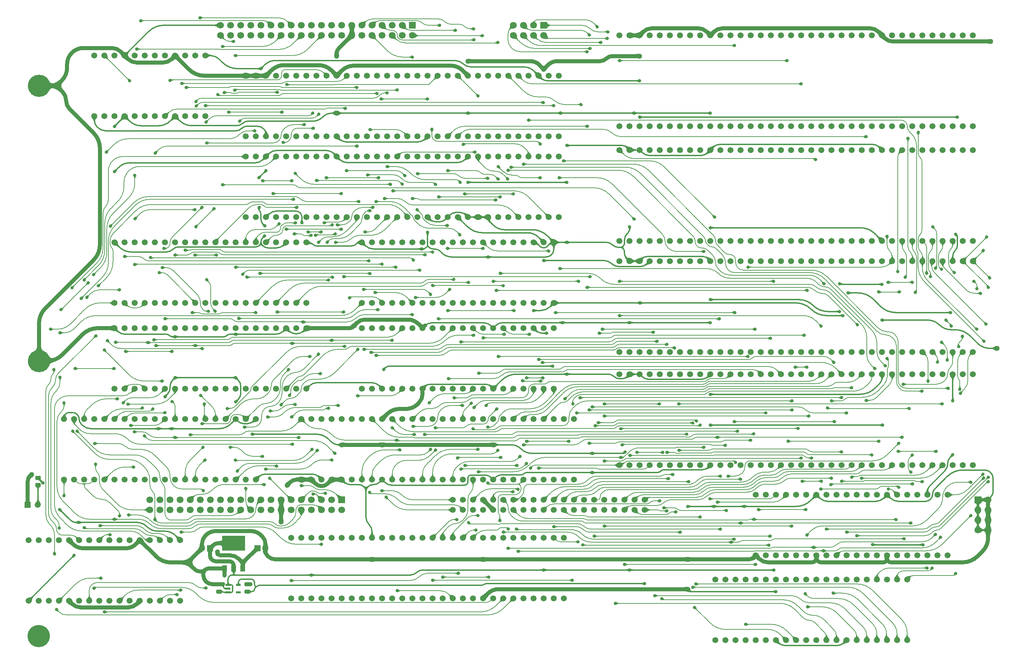
<source format=gtl>
%TF.GenerationSoftware,KiCad,Pcbnew,9.0.7-9.0.7~ubuntu24.04.1*%
%TF.CreationDate,2026-01-20T17:21:17+02:00*%
%TF.ProjectId,Video Board - Memory,56696465-6f20-4426-9f61-7264202d204d,V0*%
%TF.SameCoordinates,Original*%
%TF.FileFunction,Copper,L1,Top*%
%TF.FilePolarity,Positive*%
%FSLAX46Y46*%
G04 Gerber Fmt 4.6, Leading zero omitted, Abs format (unit mm)*
G04 Created by KiCad (PCBNEW 9.0.7-9.0.7~ubuntu24.04.1) date 2026-01-20 17:21:17*
%MOMM*%
%LPD*%
G01*
G04 APERTURE LIST*
G04 Aperture macros list*
%AMRoundRect*
0 Rectangle with rounded corners*
0 $1 Rounding radius*
0 $2 $3 $4 $5 $6 $7 $8 $9 X,Y pos of 4 corners*
0 Add a 4 corners polygon primitive as box body*
4,1,4,$2,$3,$4,$5,$6,$7,$8,$9,$2,$3,0*
0 Add four circle primitives for the rounded corners*
1,1,$1+$1,$2,$3*
1,1,$1+$1,$4,$5*
1,1,$1+$1,$6,$7*
1,1,$1+$1,$8,$9*
0 Add four rect primitives between the rounded corners*
20,1,$1+$1,$2,$3,$4,$5,0*
20,1,$1+$1,$4,$5,$6,$7,0*
20,1,$1+$1,$6,$7,$8,$9,0*
20,1,$1+$1,$8,$9,$2,$3,0*%
G04 Aperture macros list end*
%TA.AperFunction,ComponentPad*%
%ADD10C,1.500000*%
%TD*%
%TA.AperFunction,ComponentPad*%
%ADD11R,1.500000X1.500000*%
%TD*%
%TA.AperFunction,SMDPad,CuDef*%
%ADD12R,1.150000X0.600000*%
%TD*%
%TA.AperFunction,SMDPad,CuDef*%
%ADD13RoundRect,0.250000X0.475000X-0.250000X0.475000X0.250000X-0.475000X0.250000X-0.475000X-0.250000X0*%
%TD*%
%TA.AperFunction,ComponentPad*%
%ADD14C,5.600000*%
%TD*%
%TA.AperFunction,SMDPad,CuDef*%
%ADD15RoundRect,0.250000X0.450000X-0.262500X0.450000X0.262500X-0.450000X0.262500X-0.450000X-0.262500X0*%
%TD*%
%TA.AperFunction,SMDPad,CuDef*%
%ADD16R,5.842000X3.810000*%
%TD*%
%TA.AperFunction,SMDPad,CuDef*%
%ADD17R,1.200000X1.500000*%
%TD*%
%TA.AperFunction,ComponentPad*%
%ADD18R,1.700000X1.700000*%
%TD*%
%TA.AperFunction,ComponentPad*%
%ADD19C,1.700000*%
%TD*%
%TA.AperFunction,ViaPad*%
%ADD20C,0.800000*%
%TD*%
%TA.AperFunction,ViaPad*%
%ADD21C,1.300000*%
%TD*%
%TA.AperFunction,Conductor*%
%ADD22C,0.380000*%
%TD*%
%TA.AperFunction,Conductor*%
%ADD23C,1.000000*%
%TD*%
%TA.AperFunction,Conductor*%
%ADD24C,0.200000*%
%TD*%
G04 APERTURE END LIST*
D10*
%TO.P,C3,2*%
%TO.N,/GND*%
X32861000Y23368000D03*
D11*
%TO.P,C3,1*%
%TO.N,/12V*%
X30861000Y23368000D03*
%TD*%
D10*
%TO.P,B4,72,~{E}*%
%TO.N,/~{EG1}*%
X121920000Y152400000D03*
%TO.P,B4,71,V~{CE}*%
%TO.N,/GND*%
X124460000Y152400000D03*
%TO.P,B4,70,V~{OE}*%
X127000000Y152400000D03*
%TO.P,B4,69,V~{WE}*%
%TO.N,/3.3V*%
X129540000Y152400000D03*
%TO.P,B4,68,VA20*%
%TO.N,/AV20*%
X132080000Y152400000D03*
%TO.P,B4,67,VA19*%
%TO.N,/AV19*%
X134620000Y152400000D03*
%TO.P,B4,66,VA18*%
%TO.N,/AV18*%
X137160000Y152400000D03*
%TO.P,B4,65,VA17*%
%TO.N,/AV17*%
X139700000Y152400000D03*
%TO.P,B4,64,VA16*%
%TO.N,/AV16*%
X142240000Y152400000D03*
%TO.P,B4,63,GND*%
%TO.N,/GND*%
X144780000Y152400000D03*
%TO.P,B4,62,VA15*%
%TO.N,/AV15*%
X147320000Y152400000D03*
%TO.P,B4,61,VA14*%
%TO.N,/AV14*%
X149860000Y152400000D03*
%TO.P,B4,60,VA13*%
%TO.N,/AV13*%
X152400000Y152400000D03*
%TO.P,B4,59,VA12*%
%TO.N,/AV12*%
X154940000Y152400000D03*
%TO.P,B4,58,VA11*%
%TO.N,/AV11*%
X157480000Y152400000D03*
%TO.P,B4,57,VA10*%
%TO.N,/AV10*%
X160020000Y152400000D03*
%TO.P,B4,56,VA9*%
%TO.N,/AV9*%
X162560000Y152400000D03*
%TO.P,B4,55,VA8*%
%TO.N,/AV8*%
X165100000Y152400000D03*
%TO.P,B4,54,VA7*%
%TO.N,/AV7*%
X167640000Y152400000D03*
%TO.P,B4,53,VA6*%
%TO.N,/AV6*%
X170180000Y152400000D03*
%TO.P,B4,52,VA5*%
%TO.N,/AV5*%
X172720000Y152400000D03*
%TO.P,B4,51,VA4*%
%TO.N,/AV4*%
X175260000Y152400000D03*
%TO.P,B4,50,VA3*%
%TO.N,/AV3*%
X177800000Y152400000D03*
%TO.P,B4,49,VA2*%
%TO.N,/AV2*%
X180340000Y152400000D03*
%TO.P,B4,48,VA1*%
%TO.N,/AV1*%
X182880000Y152400000D03*
%TO.P,B4,47,VA0*%
%TO.N,/AV0*%
X185420000Y152400000D03*
%TO.P,B4,46,GND*%
%TO.N,/GND*%
X187960000Y152400000D03*
%TO.P,B4,45,VD7*%
%TO.N,/VGD7*%
X190500000Y152400000D03*
%TO.P,B4,44,VD6*%
%TO.N,/VGD6*%
X193040000Y152400000D03*
%TO.P,B4,43,VD5*%
%TO.N,/VGD5*%
X195580000Y152400000D03*
%TO.P,B4,42,VD4*%
%TO.N,/VGD4*%
X198120000Y152400000D03*
%TO.P,B4,41,VD3*%
%TO.N,/VGD3*%
X200660000Y152400000D03*
%TO.P,B4,40,VD2*%
%TO.N,/VGD2*%
X203200000Y152400000D03*
%TO.P,B4,39,5V*%
%TO.N,/5V*%
X205740000Y152400000D03*
%TO.P,B4,38,VD1*%
%TO.N,/VGD1*%
X208280000Y152400000D03*
%TO.P,B4,37,VD0*%
%TO.N,/VGD0*%
X210820000Y152400000D03*
%TO.P,B4,36,MD0*%
%TO.N,/DM0*%
X210820000Y129540000D03*
%TO.P,B4,35,MD1*%
%TO.N,/DM1*%
X208280000Y129540000D03*
%TO.P,B4,34,MD2*%
%TO.N,/DM2*%
X205740000Y129540000D03*
%TO.P,B4,33,MD3*%
%TO.N,/DM3*%
X203200000Y129540000D03*
%TO.P,B4,32,MD4*%
%TO.N,/DM4*%
X200660000Y129540000D03*
%TO.P,B4,31,MD5*%
%TO.N,/DM5*%
X198120000Y129540000D03*
%TO.P,B4,30,MD6*%
%TO.N,/DM6*%
X195580000Y129540000D03*
%TO.P,B4,29,MD7*%
%TO.N,/DM7*%
X193040000Y129540000D03*
%TO.P,B4,28,MA0*%
%TO.N,/AM0*%
X190500000Y129540000D03*
%TO.P,B4,27,GND*%
%TO.N,/GND*%
X187960000Y129540000D03*
%TO.P,B4,26,MA1*%
%TO.N,/AM1*%
X185420000Y129540000D03*
%TO.P,B4,25,MA2*%
%TO.N,/AM2*%
X182880000Y129540000D03*
%TO.P,B4,24,MA3*%
%TO.N,/AM4*%
X180340000Y129540000D03*
%TO.P,B4,23,MA4*%
%TO.N,/AM3*%
X177800000Y129540000D03*
%TO.P,B4,22,MA5*%
%TO.N,/AM5*%
X175260000Y129540000D03*
%TO.P,B4,21,MA6*%
%TO.N,/AM6*%
X172720000Y129540000D03*
%TO.P,B4,20,MA7*%
%TO.N,/AM7*%
X170180000Y129540000D03*
%TO.P,B4,19,MA8*%
%TO.N,/AM8*%
X167640000Y129540000D03*
%TO.P,B4,18,MA9*%
%TO.N,/AM9*%
X165100000Y129540000D03*
%TO.P,B4,17,MA10*%
%TO.N,/AM10*%
X162560000Y129540000D03*
%TO.P,B4,16,MA11*%
%TO.N,/AM11*%
X160020000Y129540000D03*
%TO.P,B4,15,MA12*%
%TO.N,/AM12*%
X157480000Y129540000D03*
%TO.P,B4,14,MA13*%
%TO.N,/AM13*%
X154940000Y129540000D03*
%TO.P,B4,13,MA14*%
%TO.N,/AM14*%
X152400000Y129540000D03*
%TO.P,B4,12,MA15*%
%TO.N,/AM15*%
X149860000Y129540000D03*
%TO.P,B4,11,MA16*%
%TO.N,/AM16*%
X147320000Y129540000D03*
%TO.P,B4,10,GND*%
%TO.N,/GND*%
X144780000Y129540000D03*
%TO.P,B4,9,MA17*%
%TO.N,/AM17*%
X142240000Y129540000D03*
%TO.P,B4,8,MA18*%
%TO.N,/AM18*%
X139700000Y129540000D03*
%TO.P,B4,7,MA19*%
%TO.N,/AM19*%
X137160000Y129540000D03*
%TO.P,B4,6,MA20*%
%TO.N,/AM20*%
X134620000Y129540000D03*
%TO.P,B4,5,M~{WE}*%
%TO.N,/~{Main WD}*%
X132080000Y129540000D03*
%TO.P,B4,4,M~{OE}*%
%TO.N,/~{Main RD}*%
X129540000Y129540000D03*
%TO.P,B4,3,5V*%
%TO.N,/5V*%
X127000000Y129540000D03*
%TO.P,B4,2,M~{CE}*%
%TO.N,/~{Memory A}*%
X124460000Y129540000D03*
%TO.P,B4,1,S*%
%TO.N,/~{Memory Frame}*%
X121920000Y129540000D03*
%TD*%
%TO.P,B25,32,N.C.*%
%TO.N,unconnected-(B25-N.C.-Pad32)*%
X-26670000Y25400000D03*
%TO.P,B25,31,(~{RD}\u00B7~{WD})+~{Device_RAM_2}*%
%TO.N,/(D~{RD}\u00B7D~{WD})+~{Device RAM 2}*%
X-24130000Y25400000D03*
%TO.P,B25,30,(~{RD}\u00B7~{WD})+~{Device_RAM_3}*%
%TO.N,/(D~{RD}\u00B7D~{WD})+~{Device RAM 3}*%
X-21590000Y25400000D03*
%TO.P,B25,29,N.C.*%
%TO.N,unconnected-(B25-N.C.-Pad29)*%
X-19050000Y25400000D03*
%TO.P,B25,28,GND*%
%TO.N,/GND*%
X-16510000Y25400000D03*
%TO.P,B25,27,~{Device_RAM_0}*%
%TO.N,/~{Device RAM 0}*%
X-13970000Y25400000D03*
%TO.P,B25,26,N.C.*%
%TO.N,unconnected-(B25-N.C.-Pad26)*%
X-11430000Y25400000D03*
%TO.P,B25,25,~{WD}+~{Device_RAM_1}*%
%TO.N,/D~{WD}+~{Device RAM 1}*%
X-8890000Y25400000D03*
%TO.P,B25,24,N.C.*%
%TO.N,unconnected-(B25-N.C.-Pad24)*%
X-6350000Y25400000D03*
%TO.P,B25,23,~{WD}+~{Device_RAM_2}*%
%TO.N,/D~{WD}+~{Device RAM 2}*%
X-3810000Y25400000D03*
%TO.P,B25,22,~{WD}+~{Device_RAM_3}*%
%TO.N,/D~{WD}+~{Device RAM 3}*%
X-1270000Y25400000D03*
%TO.P,B25,21,GND*%
%TO.N,/GND*%
X1270000Y25400000D03*
%TO.P,B25,20,~{RD}+~{Device_RAM_1}*%
%TO.N,/D~{RD}+~{Device RAM 1}*%
X3810000Y25400000D03*
%TO.P,B25,19,~{RD}+~{Device_RAM_2}*%
%TO.N,/D~{RD}+~{Device RAM 2}*%
X6350000Y25400000D03*
%TO.P,B25,18,~{RD}+~{Device_RAM_3}*%
%TO.N,/D~{RD}+~{Device RAM 3}*%
X8890000Y25400000D03*
%TO.P,B25,17,5V*%
%TO.N,/5V*%
X11430000Y25400000D03*
%TO.P,B25,16,Device_RAM*%
%TO.N,unconnected-(B25-Device_RAM-Pad16)*%
X11430000Y10160000D03*
%TO.P,B25,15,A14*%
%TO.N,/AD14*%
X8890000Y10160000D03*
%TO.P,B25,14,A15*%
%TO.N,/AD15*%
X6350000Y10160000D03*
%TO.P,B25,13,~{WD}*%
%TO.N,/D~{WD}*%
X3810000Y10160000D03*
%TO.P,B25,12,GND*%
%TO.N,/GND*%
X1270000Y10160000D03*
%TO.P,B25,11,~{RD}*%
%TO.N,/D~{RD}*%
X-1270000Y10160000D03*
%TO.P,B25,10,A16*%
%TO.N,/AD16*%
X-3810000Y10160000D03*
%TO.P,B25,9,N.C.*%
%TO.N,unconnected-(B25-N.C.-Pad9)*%
X-6350000Y10160000D03*
%TO.P,B25,8,N.C.*%
%TO.N,unconnected-(B25-N.C.-Pad8)*%
X-8890000Y10160000D03*
%TO.P,B25,7,~{Device_RAM}*%
%TO.N,/~{Device RAM}*%
X-11430000Y10160000D03*
%TO.P,B25,6,N.C.*%
%TO.N,unconnected-(B25-N.C.-Pad6)*%
X-13970000Y10160000D03*
%TO.P,B25,5,GND*%
%TO.N,/GND*%
X-16510000Y10160000D03*
%TO.P,B25,4,(~{RD}\u00B7~{WD})+~{Device_RAM_1}*%
%TO.N,/(D~{RD}\u00B7D~{WD})+~{Device RAM 1}*%
X-19050000Y10160000D03*
%TO.P,B25,3,(~{RD}\u00B7~{WD})+~{Device_RAM_0}*%
%TO.N,/(D~{RD}\u00B7D~{WD})+~{Device RAM 0}*%
X-21590000Y10160000D03*
%TO.P,B25,2,N.C.*%
%TO.N,unconnected-(B25-N.C.-Pad2)*%
X-24130000Y10160000D03*
%TO.P,B25,1,5V*%
%TO.N,/5V*%
X-26670000Y10160000D03*
%TD*%
%TO.P,B31,72,~{E}*%
%TO.N,/~{EP0}*%
X121920000Y67149000D03*
%TO.P,B31,71,V~{CE}*%
%TO.N,/GND*%
X124460000Y67149000D03*
%TO.P,B31,70,V~{OE}*%
X127000000Y67149000D03*
%TO.P,B31,69,V~{WE}*%
%TO.N,/3.3V*%
X129540000Y67149000D03*
%TO.P,B31,68,VA20*%
%TO.N,/AV20*%
X132080000Y67149000D03*
%TO.P,B31,67,VA19*%
%TO.N,/AV19*%
X134620000Y67149000D03*
%TO.P,B31,66,VA18*%
%TO.N,/AV18*%
X137160000Y67149000D03*
%TO.P,B31,65,VA17*%
%TO.N,/AV17*%
X139700000Y67149000D03*
%TO.P,B31,64,VA16*%
%TO.N,/AV16*%
X142240000Y67149000D03*
%TO.P,B31,63,GND*%
%TO.N,/GND*%
X144780000Y67149000D03*
%TO.P,B31,62,VA15*%
%TO.N,/AV15*%
X147320000Y67149000D03*
%TO.P,B31,61,VA14*%
%TO.N,/AV14*%
X149860000Y67149000D03*
%TO.P,B31,60,VA13*%
%TO.N,/AV13*%
X152400000Y67149000D03*
%TO.P,B31,59,VA12*%
%TO.N,/AV12*%
X154940000Y67149000D03*
%TO.P,B31,58,VA11*%
%TO.N,/AV11*%
X157480000Y67149000D03*
%TO.P,B31,57,VA10*%
%TO.N,/AV10*%
X160020000Y67149000D03*
%TO.P,B31,56,VA9*%
%TO.N,/AV9*%
X162560000Y67149000D03*
%TO.P,B31,55,VA8*%
%TO.N,/AV8*%
X165100000Y67149000D03*
%TO.P,B31,54,VA7*%
%TO.N,/AV7*%
X167640000Y67149000D03*
%TO.P,B31,53,VA6*%
%TO.N,/AV6*%
X170180000Y67149000D03*
%TO.P,B31,52,VA5*%
%TO.N,/AV5*%
X172720000Y67149000D03*
%TO.P,B31,51,VA4*%
%TO.N,/AV4*%
X175260000Y67149000D03*
%TO.P,B31,50,VA3*%
%TO.N,/AV3*%
X177800000Y67149000D03*
%TO.P,B31,49,VA2*%
%TO.N,/AV2*%
X180340000Y67149000D03*
%TO.P,B31,48,VA1*%
%TO.N,/AV1*%
X182880000Y67149000D03*
%TO.P,B31,47,VA0*%
%TO.N,/AV0*%
X185420000Y67149000D03*
%TO.P,B31,46,GND*%
%TO.N,/GND*%
X187960000Y67149000D03*
%TO.P,B31,45,VD7*%
%TO.N,/VPD7*%
X190500000Y67149000D03*
%TO.P,B31,44,VD6*%
%TO.N,/VPD6*%
X193040000Y67149000D03*
%TO.P,B31,43,VD5*%
%TO.N,/VPD5*%
X195580000Y67149000D03*
%TO.P,B31,42,VD4*%
%TO.N,/VPD4*%
X198120000Y67149000D03*
%TO.P,B31,41,VD3*%
%TO.N,/VPD3*%
X200660000Y67149000D03*
%TO.P,B31,40,VD2*%
%TO.N,/VPD2*%
X203200000Y67149000D03*
%TO.P,B31,39,5V*%
%TO.N,/5V*%
X205740000Y67149000D03*
%TO.P,B31,38,VD1*%
%TO.N,/VPD1*%
X208280000Y67149000D03*
%TO.P,B31,37,VD0*%
%TO.N,/VPD0*%
X210820000Y67149000D03*
%TO.P,B31,36,MD0*%
%TO.N,/DP0*%
X210820000Y44289000D03*
%TO.P,B31,35,MD1*%
%TO.N,/DP1*%
X208280000Y44289000D03*
%TO.P,B31,34,MD2*%
%TO.N,/DP2*%
X205740000Y44289000D03*
%TO.P,B31,33,MD3*%
%TO.N,/DP3*%
X203200000Y44289000D03*
%TO.P,B31,32,MD4*%
%TO.N,/DP4*%
X200660000Y44289000D03*
%TO.P,B31,31,MD5*%
%TO.N,/DP5*%
X198120000Y44289000D03*
%TO.P,B31,30,MD6*%
%TO.N,/DP6*%
X195580000Y44289000D03*
%TO.P,B31,29,MD7*%
%TO.N,/DP7*%
X193040000Y44289000D03*
%TO.P,B31,28,MA0*%
%TO.N,/AM0*%
X190500000Y44289000D03*
%TO.P,B31,27,GND*%
%TO.N,/GND*%
X187960000Y44289000D03*
%TO.P,B31,26,MA1*%
%TO.N,/AM1*%
X185420000Y44289000D03*
%TO.P,B31,25,MA2*%
%TO.N,/AM2*%
X182880000Y44289000D03*
%TO.P,B31,24,MA3*%
%TO.N,/AM4*%
X180340000Y44289000D03*
%TO.P,B31,23,MA4*%
%TO.N,/AM3*%
X177800000Y44289000D03*
%TO.P,B31,22,MA5*%
%TO.N,/AM5*%
X175260000Y44289000D03*
%TO.P,B31,21,MA6*%
%TO.N,/AM6*%
X172720000Y44289000D03*
%TO.P,B31,20,MA7*%
%TO.N,/AM7*%
X170180000Y44289000D03*
%TO.P,B31,19,MA8*%
%TO.N,/AM8*%
X167640000Y44289000D03*
%TO.P,B31,18,MA9*%
%TO.N,/AM9*%
X165100000Y44289000D03*
%TO.P,B31,17,MA10*%
%TO.N,/AM10*%
X162560000Y44289000D03*
%TO.P,B31,16,MA11*%
%TO.N,/AM11*%
X160020000Y44289000D03*
%TO.P,B31,15,MA12*%
%TO.N,/AM12*%
X157480000Y44289000D03*
%TO.P,B31,14,MA13*%
%TO.N,/AM13*%
X154940000Y44289000D03*
%TO.P,B31,13,MA14*%
%TO.N,/AM14*%
X152400000Y44289000D03*
%TO.P,B31,12,MA15*%
%TO.N,/AM15*%
X149860000Y44289000D03*
%TO.P,B31,11,MA16*%
%TO.N,/AM16*%
X147320000Y44289000D03*
%TO.P,B31,10,GND*%
%TO.N,/GND*%
X144780000Y44289000D03*
%TO.P,B31,9,MA17*%
%TO.N,/AM17*%
X142240000Y44289000D03*
%TO.P,B31,8,MA18*%
%TO.N,/AM18*%
X139700000Y44289000D03*
%TO.P,B31,7,MA19*%
%TO.N,/AM19*%
X137160000Y44289000D03*
%TO.P,B31,6,MA20*%
%TO.N,/AM20*%
X134620000Y44289000D03*
%TO.P,B31,5,M~{WE}*%
%TO.N,/~{Main WD}*%
X132080000Y44289000D03*
%TO.P,B31,4,M~{OE}*%
%TO.N,/~{Main RD}*%
X129540000Y44289000D03*
%TO.P,B31,3,5V*%
%TO.N,/5V*%
X127000000Y44289000D03*
%TO.P,B31,2,M~{CE}*%
%TO.N,/~{CS Memory B}*%
X124460000Y44289000D03*
%TO.P,B31,1,S*%
%TO.N,/Memory Frame*%
X121920000Y44289000D03*
%TD*%
D12*
%TO.P,IC1,5,3.3VOut*%
%TO.N,/3.3V*%
X26067000Y14158000D03*
%TO.P,IC1,4,ADJ*%
%TO.N,unconnected-(IC1-ADJ-Pad4)*%
X26067000Y12258000D03*
%TO.P,IC1,3,EN*%
%TO.N,/5V*%
X23467000Y12258000D03*
%TO.P,IC1,2,GND*%
%TO.N,/GND*%
X23467000Y13208000D03*
%TO.P,IC1,1,6VIn*%
%TO.N,/5V*%
X23467000Y14158000D03*
%TD*%
D10*
%TO.P,C4,2*%
%TO.N,/GND*%
X16923000Y23368000D03*
D11*
%TO.P,C4,1*%
%TO.N,/5V*%
X18923000Y23368000D03*
%TD*%
D13*
%TO.P,C1,2*%
%TO.N,/GND*%
X21209000Y14345000D03*
%TO.P,C1,1*%
%TO.N,/5V*%
X21209000Y12445000D03*
%TD*%
D10*
%TO.P,B28,40,GND*%
%TO.N,/GND*%
X57150000Y100330000D03*
%TO.P,B28,39,D7*%
%TO.N,/DD7*%
X59690000Y100330000D03*
%TO.P,B28,38,D6*%
%TO.N,/DD6*%
X62230000Y100330000D03*
%TO.P,B28,37,D5*%
%TO.N,/DD5*%
X64770000Y100330000D03*
%TO.P,B28,36,D4*%
%TO.N,/DD4*%
X67310000Y100330000D03*
%TO.P,B28,35,D3*%
%TO.N,/DD3*%
X69850000Y100330000D03*
%TO.P,B28,34,D2*%
%TO.N,/DD2*%
X72390000Y100330000D03*
%TO.P,B28,33,D1*%
%TO.N,/DD1*%
X74930000Y100330000D03*
%TO.P,B28,32,D0*%
%TO.N,/DD0*%
X77470000Y100330000D03*
%TO.P,B28,31,LQ7*%
%TO.N,/DC7*%
X80010000Y100330000D03*
%TO.P,B28,30,LQ6*%
%TO.N,/DC6*%
X82550000Y100330000D03*
%TO.P,B28,29,LQ5*%
%TO.N,/DC5*%
X85090000Y100330000D03*
%TO.P,B28,28,LQ4*%
%TO.N,/DC4*%
X87630000Y100330000D03*
%TO.P,B28,27,LQ3*%
%TO.N,/DC3*%
X90170000Y100330000D03*
%TO.P,B28,26,LQ2*%
%TO.N,/DC2*%
X92710000Y100330000D03*
%TO.P,B28,25,LQ1*%
%TO.N,/DC1*%
X95250000Y100330000D03*
%TO.P,B28,24,LQ0*%
%TO.N,/DC0*%
X97790000Y100330000D03*
%TO.P,B28,23,L~{OE}*%
%TO.N,/GND*%
X100330000Y100330000D03*
%TO.P,B28,22,LLE*%
%TO.N,/3.3V*%
X102870000Y100330000D03*
%TO.P,B28,21,GND*%
%TO.N,/GND*%
X105410000Y100330000D03*
%TO.P,B28,20,5V*%
%TO.N,/5V*%
X105410000Y85090000D03*
%TO.P,B28,19,M0*%
%TO.N,/RowA0*%
X102870000Y85090000D03*
%TO.P,B28,18,M1*%
%TO.N,/RowA1*%
X100330000Y85090000D03*
%TO.P,B28,17,M2*%
%TO.N,/RowA2*%
X97790000Y85090000D03*
%TO.P,B28,16,M3*%
%TO.N,/RowA3*%
X95250000Y85090000D03*
%TO.P,B28,15,M4*%
%TO.N,/RowA4*%
X92710000Y85090000D03*
%TO.P,B28,14,M5*%
%TO.N,/RowA5*%
X90170000Y85090000D03*
%TO.P,B28,13,M6*%
%TO.N,/RowA6*%
X87630000Y85090000D03*
%TO.P,B28,12,M7*%
%TO.N,/RowA7*%
X85090000Y85090000D03*
%TO.P,B28,11,M8*%
%TO.N,/RowA8*%
X82550000Y85090000D03*
%TO.P,B28,10,M9*%
%TO.N,/RowA9*%
X80010000Y85090000D03*
%TO.P,B28,9,M10*%
%TO.N,/RowA10*%
X77470000Y85090000D03*
%TO.P,B28,8,M11*%
%TO.N,/RowA11*%
X74930000Y85090000D03*
%TO.P,B28,7,M12*%
%TO.N,/RowA12*%
X72390000Y85090000D03*
%TO.P,B28,6,M13*%
%TO.N,/RowA13*%
X69850000Y85090000D03*
%TO.P,B28,5,M14*%
%TO.N,/RowA14*%
X67310000Y85090000D03*
%TO.P,B28,4,M~{WE}*%
%TO.N,/Row Address ~{WE}*%
X64770000Y85090000D03*
%TO.P,B28,3,M~{OE}*%
%TO.N,/Row Address ~{OE}*%
X62230000Y85090000D03*
%TO.P,B28,2,T~{DIR}*%
%TO.N,/D~{WD}*%
X59690000Y85090000D03*
%TO.P,B28,1,T~{OE}*%
%TO.N,/(D~{RD}\u00B7D~{WD})+~{Device RAM 0}*%
X57150000Y85090000D03*
%TD*%
D14*
%TO.P,H19,1,GND*%
%TO.N,/GND*%
X-24079200Y139700000D03*
%TD*%
D10*
%TO.P,B35,64,A17*%
%TO.N,/D~{RD}*%
X27940000Y121920000D03*
%TO.P,B35,63,A16*%
%TO.N,/D~{WD}*%
X30480000Y121920000D03*
%TO.P,B35,62,A15*%
%TO.N,/GND*%
X33020000Y121920000D03*
%TO.P,B35,61,A14*%
%TO.N,/AD14*%
X35560000Y121920000D03*
%TO.P,B35,60,Y17*%
%TO.N,/Row Address ~{OE}*%
X38100000Y121920000D03*
%TO.P,B35,59,Y16*%
%TO.N,/Row Address ~{WE}*%
X40640000Y121920000D03*
%TO.P,B35,58,Y15*%
%TO.N,unconnected-(B35-Y15-Pad58)*%
X43180000Y121920000D03*
%TO.P,B35,57,Y14*%
%TO.N,/RowA14*%
X45720000Y121920000D03*
%TO.P,B35,56,Y13*%
%TO.N,/RowA13*%
X48260000Y121920000D03*
%TO.P,B35,55,GND*%
%TO.N,/GND*%
X50800000Y121920000D03*
%TO.P,B35,54,Y12*%
%TO.N,/RowA12*%
X53340000Y121920000D03*
%TO.P,B35,53,Y11*%
%TO.N,/RowA11*%
X55880000Y121920000D03*
%TO.P,B35,52,Y10*%
%TO.N,/RowA10*%
X58420000Y121920000D03*
%TO.P,B35,51,Y9*%
%TO.N,/RowA9*%
X60960000Y121920000D03*
%TO.P,B35,50,Y8*%
%TO.N,/RowA8*%
X63500000Y121920000D03*
%TO.P,B35,49,Y7*%
%TO.N,/RowA7*%
X66040000Y121920000D03*
%TO.P,B35,48,Y6*%
%TO.N,/RowA6*%
X68580000Y121920000D03*
%TO.P,B35,47,Y5*%
%TO.N,/RowA5*%
X71120000Y121920000D03*
%TO.P,B35,46,Y4*%
%TO.N,/RowA4*%
X73660000Y121920000D03*
%TO.P,B35,45,Y3*%
%TO.N,/RowA3*%
X76200000Y121920000D03*
%TO.P,B35,44,Y2*%
%TO.N,/RowA2*%
X78740000Y121920000D03*
%TO.P,B35,43,Y1*%
%TO.N,/RowA1*%
X81280000Y121920000D03*
%TO.P,B35,42,GND*%
%TO.N,/GND*%
X83820000Y121920000D03*
%TO.P,B35,41,Y0*%
%TO.N,/RowA0*%
X86360000Y121920000D03*
%TO.P,B35,40,N.C.*%
%TO.N,unconnected-(B35-N.C.-Pad40)*%
X88900000Y121920000D03*
%TO.P,B35,39,N.C.*%
%TO.N,unconnected-(B35-N.C.-Pad39)*%
X91440000Y121920000D03*
%TO.P,B35,38,B4*%
%TO.N,/RowI2*%
X93980000Y121920000D03*
%TO.P,B35,37,B3*%
%TO.N,/RowI1*%
X96520000Y121920000D03*
%TO.P,B35,36,B2*%
%TO.N,/RowI0*%
X99060000Y121920000D03*
%TO.P,B35,35,5V*%
%TO.N,/5V*%
X101600000Y121920000D03*
%TO.P,B35,34,B1*%
%TO.N,/LA1*%
X104140000Y121920000D03*
%TO.P,B35,33,B0*%
%TO.N,/LA0*%
X106680000Y121920000D03*
%TO.P,B35,32,B5*%
%TO.N,/RowI3*%
X106680000Y106680000D03*
%TO.P,B35,31,B6*%
%TO.N,/RowI4*%
X104140000Y106680000D03*
%TO.P,B35,30,B7*%
%TO.N,/RowI5*%
X101600000Y106680000D03*
%TO.P,B35,29,B8*%
%TO.N,/RowI6*%
X99060000Y106680000D03*
%TO.P,B35,28,B9*%
%TO.N,/RowI7*%
X96520000Y106680000D03*
%TO.P,B35,27,B10*%
%TO.N,/RowI8*%
X93980000Y106680000D03*
%TO.P,B35,26,B11*%
%TO.N,/RowI9*%
X91440000Y106680000D03*
%TO.P,B35,25,B12*%
%TO.N,/GND*%
X88900000Y106680000D03*
%TO.P,B35,24,B13*%
X86360000Y106680000D03*
%TO.P,B35,23,GND*%
X83820000Y106680000D03*
%TO.P,B35,22,B14*%
%TO.N,/3.3V*%
X81280000Y106680000D03*
%TO.P,B35,21,B15*%
%TO.N,/GND*%
X78740000Y106680000D03*
%TO.P,B35,20,B16*%
%TO.N,/3.3V*%
X76200000Y106680000D03*
%TO.P,B35,19,B17*%
%TO.N,/GND*%
X73660000Y106680000D03*
%TO.P,B35,18,N.C.*%
%TO.N,unconnected-(B35-N.C.-Pad18)*%
X71120000Y106680000D03*
%TO.P,B35,17,S*%
%TO.N,/~{Device RAM 0}*%
X68580000Y106680000D03*
%TO.P,B35,16,A0*%
%TO.N,/AD0*%
X66040000Y106680000D03*
%TO.P,B35,15,A1*%
%TO.N,/AD1*%
X63500000Y106680000D03*
%TO.P,B35,14,A2*%
%TO.N,/AD2*%
X60960000Y106680000D03*
%TO.P,B35,13,A3*%
%TO.N,/AD3*%
X58420000Y106680000D03*
%TO.P,B35,12,A4*%
%TO.N,/AD4*%
X55880000Y106680000D03*
%TO.P,B35,11,A5*%
%TO.N,/AD5*%
X53340000Y106680000D03*
%TO.P,B35,10,GND*%
%TO.N,/GND*%
X50800000Y106680000D03*
%TO.P,B35,9,A6*%
%TO.N,/AD6*%
X48260000Y106680000D03*
%TO.P,B35,8,A7*%
%TO.N,/AD7*%
X45720000Y106680000D03*
%TO.P,B35,7,A8*%
%TO.N,/AD8*%
X43180000Y106680000D03*
%TO.P,B35,6,A9*%
%TO.N,/AD9*%
X40640000Y106680000D03*
%TO.P,B35,5,A10*%
%TO.N,/AD10*%
X38100000Y106680000D03*
%TO.P,B35,4,A11*%
%TO.N,/AD11*%
X35560000Y106680000D03*
%TO.P,B35,3,5V*%
%TO.N,/5V*%
X33020000Y106680000D03*
%TO.P,B35,2,A12*%
%TO.N,/AD12*%
X30480000Y106680000D03*
%TO.P,B35,1,A13*%
%TO.N,/AD13*%
X27940000Y106680000D03*
%TD*%
D14*
%TO.P,H9,1,GND*%
%TO.N,/GND*%
X-24130000Y1270000D03*
%TD*%
D10*
%TO.P,B1,24,Load_Address_Low*%
%TO.N,/Load Address Low*%
X-10160000Y147320000D03*
%TO.P,B1,23,Load_Address_High*%
%TO.N,/Load Address High*%
X-7620000Y147320000D03*
%TO.P,B1,22,Load_Address_Bank*%
%TO.N,/Load Address Bank*%
X-5080000Y147320000D03*
%TO.P,B1,21,GND*%
%TO.N,/GND*%
X-2540000Y147320000D03*
%TO.P,B1,20,N.C.*%
%TO.N,unconnected-(B1-N.C.-Pad20)*%
X0Y147320000D03*
%TO.P,B1,19,N.C.*%
%TO.N,unconnected-(B1-N.C.-Pad19)*%
X2540000Y147320000D03*
%TO.P,B1,18,N.C.*%
%TO.N,unconnected-(B1-N.C.-Pad18)*%
X5080000Y147320000D03*
%TO.P,B1,17,N.C.*%
%TO.N,unconnected-(B1-N.C.-Pad17)*%
X7620000Y147320000D03*
%TO.P,B1,16,GND*%
%TO.N,/GND*%
X10160000Y147320000D03*
%TO.P,B1,15,N.C.*%
%TO.N,unconnected-(B1-N.C.-Pad15)*%
X12700000Y147320000D03*
%TO.P,B1,14,N.C.*%
%TO.N,unconnected-(B1-N.C.-Pad14)*%
X15240000Y147320000D03*
%TO.P,B1,13,5V*%
%TO.N,/5V*%
X17780000Y147320000D03*
%TO.P,B1,12,LA0*%
%TO.N,/LA0*%
X17780000Y132080000D03*
%TO.P,B1,11,LA1*%
%TO.N,/LA1*%
X15240000Y132080000D03*
%TO.P,B1,10,LA2*%
%TO.N,unconnected-(B1-LA2-Pad10)*%
X12700000Y132080000D03*
%TO.P,B1,9,GND*%
%TO.N,/GND*%
X10160000Y132080000D03*
%TO.P,B1,8,MR*%
%TO.N,/Last Pixel+1 _{HALF CYCLE}*%
X7620000Y132080000D03*
%TO.P,B1,7,N.C.*%
%TO.N,unconnected-(B1-N.C.-Pad7)*%
X5080000Y132080000D03*
%TO.P,B1,6,~{CLK}*%
%TO.N,/CLK3*%
X2540000Y132080000D03*
%TO.P,B1,5,CLK*%
%TO.N,/~{CLK}3*%
X0Y132080000D03*
%TO.P,B1,4,GND*%
%TO.N,/GND*%
X-2540000Y132080000D03*
%TO.P,B1,3,N.C.*%
%TO.N,unconnected-(B1-N.C.-Pad3)*%
X-5080000Y132080000D03*
%TO.P,B1,2,N.C.*%
%TO.N,unconnected-(B1-N.C.-Pad2)*%
X-7620000Y132080000D03*
%TO.P,B1,1,5V*%
%TO.N,/5V*%
X-10160000Y132080000D03*
%TD*%
D15*
%TO.P,R1,2*%
%TO.N,/5V*%
X-24343200Y41069900D03*
%TO.P,R1,1*%
%TO.N,Net-(LED2-A)*%
X-24343200Y39244900D03*
%TD*%
D10*
%TO.P,B32,72,~{E}*%
%TO.N,/~{EG0}*%
X121920000Y95631000D03*
%TO.P,B32,71,V~{CE}*%
%TO.N,/GND*%
X124460000Y95631000D03*
%TO.P,B32,70,V~{OE}*%
X127000000Y95631000D03*
%TO.P,B32,69,V~{WE}*%
%TO.N,/3.3V*%
X129540000Y95631000D03*
%TO.P,B32,68,VA20*%
%TO.N,/AV20*%
X132080000Y95631000D03*
%TO.P,B32,67,VA19*%
%TO.N,/AV19*%
X134620000Y95631000D03*
%TO.P,B32,66,VA18*%
%TO.N,/AV18*%
X137160000Y95631000D03*
%TO.P,B32,65,VA17*%
%TO.N,/AV17*%
X139700000Y95631000D03*
%TO.P,B32,64,VA16*%
%TO.N,/AV16*%
X142240000Y95631000D03*
%TO.P,B32,63,GND*%
%TO.N,/GND*%
X144780000Y95631000D03*
%TO.P,B32,62,VA15*%
%TO.N,/AV15*%
X147320000Y95631000D03*
%TO.P,B32,61,VA14*%
%TO.N,/AV14*%
X149860000Y95631000D03*
%TO.P,B32,60,VA13*%
%TO.N,/AV13*%
X152400000Y95631000D03*
%TO.P,B32,59,VA12*%
%TO.N,/AV12*%
X154940000Y95631000D03*
%TO.P,B32,58,VA11*%
%TO.N,/AV11*%
X157480000Y95631000D03*
%TO.P,B32,57,VA10*%
%TO.N,/AV10*%
X160020000Y95631000D03*
%TO.P,B32,56,VA9*%
%TO.N,/AV9*%
X162560000Y95631000D03*
%TO.P,B32,55,VA8*%
%TO.N,/AV8*%
X165100000Y95631000D03*
%TO.P,B32,54,VA7*%
%TO.N,/AV7*%
X167640000Y95631000D03*
%TO.P,B32,53,VA6*%
%TO.N,/AV6*%
X170180000Y95631000D03*
%TO.P,B32,52,VA5*%
%TO.N,/AV5*%
X172720000Y95631000D03*
%TO.P,B32,51,VA4*%
%TO.N,/AV4*%
X175260000Y95631000D03*
%TO.P,B32,50,VA3*%
%TO.N,/AV3*%
X177800000Y95631000D03*
%TO.P,B32,49,VA2*%
%TO.N,/AV2*%
X180340000Y95631000D03*
%TO.P,B32,48,VA1*%
%TO.N,/AV1*%
X182880000Y95631000D03*
%TO.P,B32,47,VA0*%
%TO.N,/AV0*%
X185420000Y95631000D03*
%TO.P,B32,46,GND*%
%TO.N,/GND*%
X187960000Y95631000D03*
%TO.P,B32,45,VD7*%
%TO.N,/VGD7*%
X190500000Y95631000D03*
%TO.P,B32,44,VD6*%
%TO.N,/VGD6*%
X193040000Y95631000D03*
%TO.P,B32,43,VD5*%
%TO.N,/VGD5*%
X195580000Y95631000D03*
%TO.P,B32,42,VD4*%
%TO.N,/VGD4*%
X198120000Y95631000D03*
%TO.P,B32,41,VD3*%
%TO.N,/VGD3*%
X200660000Y95631000D03*
%TO.P,B32,40,VD2*%
%TO.N,/VGD2*%
X203200000Y95631000D03*
%TO.P,B32,39,5V*%
%TO.N,/5V*%
X205740000Y95631000D03*
%TO.P,B32,38,VD1*%
%TO.N,/VGD1*%
X208280000Y95631000D03*
%TO.P,B32,37,VD0*%
%TO.N,/VGD0*%
X210820000Y95631000D03*
%TO.P,B32,36,MD0*%
%TO.N,/DM0*%
X210820000Y72771000D03*
%TO.P,B32,35,MD1*%
%TO.N,/DM1*%
X208280000Y72771000D03*
%TO.P,B32,34,MD2*%
%TO.N,/DM2*%
X205740000Y72771000D03*
%TO.P,B32,33,MD3*%
%TO.N,/DM3*%
X203200000Y72771000D03*
%TO.P,B32,32,MD4*%
%TO.N,/DM4*%
X200660000Y72771000D03*
%TO.P,B32,31,MD5*%
%TO.N,/DM5*%
X198120000Y72771000D03*
%TO.P,B32,30,MD6*%
%TO.N,/DM6*%
X195580000Y72771000D03*
%TO.P,B32,29,MD7*%
%TO.N,/DM7*%
X193040000Y72771000D03*
%TO.P,B32,28,MA0*%
%TO.N,/AM0*%
X190500000Y72771000D03*
%TO.P,B32,27,GND*%
%TO.N,/GND*%
X187960000Y72771000D03*
%TO.P,B32,26,MA1*%
%TO.N,/AM1*%
X185420000Y72771000D03*
%TO.P,B32,25,MA2*%
%TO.N,/AM2*%
X182880000Y72771000D03*
%TO.P,B32,24,MA3*%
%TO.N,/AM4*%
X180340000Y72771000D03*
%TO.P,B32,23,MA4*%
%TO.N,/AM3*%
X177800000Y72771000D03*
%TO.P,B32,22,MA5*%
%TO.N,/AM5*%
X175260000Y72771000D03*
%TO.P,B32,21,MA6*%
%TO.N,/AM6*%
X172720000Y72771000D03*
%TO.P,B32,20,MA7*%
%TO.N,/AM7*%
X170180000Y72771000D03*
%TO.P,B32,19,MA8*%
%TO.N,/AM8*%
X167640000Y72771000D03*
%TO.P,B32,18,MA9*%
%TO.N,/AM9*%
X165100000Y72771000D03*
%TO.P,B32,17,MA10*%
%TO.N,/AM10*%
X162560000Y72771000D03*
%TO.P,B32,16,MA11*%
%TO.N,/AM11*%
X160020000Y72771000D03*
%TO.P,B32,15,MA12*%
%TO.N,/AM12*%
X157480000Y72771000D03*
%TO.P,B32,14,MA13*%
%TO.N,/AM13*%
X154940000Y72771000D03*
%TO.P,B32,13,MA14*%
%TO.N,/AM14*%
X152400000Y72771000D03*
%TO.P,B32,12,MA15*%
%TO.N,/AM15*%
X149860000Y72771000D03*
%TO.P,B32,11,MA16*%
%TO.N,/AM16*%
X147320000Y72771000D03*
%TO.P,B32,10,GND*%
%TO.N,/GND*%
X144780000Y72771000D03*
%TO.P,B32,9,MA17*%
%TO.N,/AM17*%
X142240000Y72771000D03*
%TO.P,B32,8,MA18*%
%TO.N,/AM18*%
X139700000Y72771000D03*
%TO.P,B32,7,MA19*%
%TO.N,/AM19*%
X137160000Y72771000D03*
%TO.P,B32,6,MA20*%
%TO.N,/AM20*%
X134620000Y72771000D03*
%TO.P,B32,5,M~{WE}*%
%TO.N,/~{Main WD}*%
X132080000Y72771000D03*
%TO.P,B32,4,M~{OE}*%
%TO.N,/~{Main RD}*%
X129540000Y72771000D03*
%TO.P,B32,3,5V*%
%TO.N,/5V*%
X127000000Y72771000D03*
%TO.P,B32,2,M~{CE}*%
%TO.N,/~{Memory A}*%
X124460000Y72771000D03*
%TO.P,B32,1,S*%
%TO.N,/Memory Frame*%
X121920000Y72771000D03*
%TD*%
%TO.P,B24,56,CLK*%
%TO.N,/CLK3*%
X41910000Y55880000D03*
%TO.P,B24,55,OUT23*%
%TO.N,unconnected-(B24-OUT23-Pad55)*%
X44450000Y55880000D03*
%TO.P,B24,54,OUT22*%
%TO.N,unconnected-(B24-OUT22-Pad54)*%
X46990000Y55880000D03*
%TO.P,B24,53,OUT21*%
%TO.N,unconnected-(B24-OUT21-Pad53)*%
X49530000Y55880000D03*
%TO.P,B24,52,OUT20*%
%TO.N,/AV20*%
X52070000Y55880000D03*
%TO.P,B24,51,OUT19*%
%TO.N,/AV19*%
X54610000Y55880000D03*
%TO.P,B24,50,OUT18*%
%TO.N,/AV18*%
X57150000Y55880000D03*
%TO.P,B24,49,OUT17*%
%TO.N,/AV17*%
X59690000Y55880000D03*
%TO.P,B24,48,GND*%
%TO.N,/GND*%
X62230000Y55880000D03*
%TO.P,B24,47,OUT16*%
%TO.N,/AV16*%
X64770000Y55880000D03*
%TO.P,B24,46,OUT15*%
%TO.N,/AV15*%
X67310000Y55880000D03*
%TO.P,B24,45,OUT14*%
%TO.N,/AV14*%
X69850000Y55880000D03*
%TO.P,B24,44,OUT13*%
%TO.N,/AV13*%
X72390000Y55880000D03*
%TO.P,B24,43,OUT12*%
%TO.N,/AV12*%
X74930000Y55880000D03*
%TO.P,B24,42,OUT11*%
%TO.N,/AV11*%
X77470000Y55880000D03*
%TO.P,B24,41,OUT10*%
%TO.N,/AV10*%
X80010000Y55880000D03*
%TO.P,B24,40,OUT9*%
%TO.N,/AV9*%
X82550000Y55880000D03*
%TO.P,B24,39,OUT8*%
%TO.N,/AV8*%
X85090000Y55880000D03*
%TO.P,B24,38,OUT7*%
%TO.N,/AV7*%
X87630000Y55880000D03*
%TO.P,B24,37,GND*%
%TO.N,/GND*%
X90170000Y55880000D03*
%TO.P,B24,36,OUT6*%
%TO.N,/AV6*%
X92710000Y55880000D03*
%TO.P,B24,35,OUT5*%
%TO.N,/AV5*%
X95250000Y55880000D03*
%TO.P,B24,34,OUT4*%
%TO.N,/AV4*%
X97790000Y55880000D03*
%TO.P,B24,33,OUT3*%
%TO.N,/AV3*%
X100330000Y55880000D03*
%TO.P,B24,32,OUT2*%
%TO.N,/AV2*%
X102870000Y55880000D03*
%TO.P,B24,31,5V*%
%TO.N,/5V*%
X105410000Y55880000D03*
%TO.P,B24,30,OUT1*%
%TO.N,/AV1*%
X107950000Y55880000D03*
%TO.P,B24,29,OUT0*%
%TO.N,/AV0*%
X110490000Y55880000D03*
%TO.P,B24,28,IN0*%
%TO.N,/AC0*%
X110490000Y40640000D03*
%TO.P,B24,27,IN1*%
%TO.N,/AC1*%
X107950000Y40640000D03*
%TO.P,B24,26,IN2*%
%TO.N,/AC2*%
X105410000Y40640000D03*
%TO.P,B24,25,IN3*%
%TO.N,/AC3*%
X102870000Y40640000D03*
%TO.P,B24,24,IN4*%
%TO.N,/AC4*%
X100330000Y40640000D03*
%TO.P,B24,23,IN5*%
%TO.N,/AC5*%
X97790000Y40640000D03*
%TO.P,B24,22,IN6*%
%TO.N,/AC6*%
X95250000Y40640000D03*
%TO.P,B24,21,IN7*%
%TO.N,/AC7*%
X92710000Y40640000D03*
%TO.P,B24,20,GND*%
%TO.N,/GND*%
X90170000Y40640000D03*
%TO.P,B24,19,IN8*%
%TO.N,/AC8*%
X87630000Y40640000D03*
%TO.P,B24,18,IN9*%
%TO.N,/AC9*%
X85090000Y40640000D03*
%TO.P,B24,17,IN10*%
%TO.N,/AC10*%
X82550000Y40640000D03*
%TO.P,B24,16,IN11*%
%TO.N,/AC11*%
X80010000Y40640000D03*
%TO.P,B24,15,IN12*%
%TO.N,/AC12*%
X77470000Y40640000D03*
%TO.P,B24,14,IN13*%
%TO.N,/AC13*%
X74930000Y40640000D03*
%TO.P,B24,13,IN14*%
%TO.N,/AC14*%
X72390000Y40640000D03*
%TO.P,B24,12,IN15*%
%TO.N,/AC15*%
X69850000Y40640000D03*
%TO.P,B24,11,IN16*%
%TO.N,/AC16*%
X67310000Y40640000D03*
%TO.P,B24,10,IN17*%
%TO.N,/AC17*%
X64770000Y40640000D03*
%TO.P,B24,9,GND*%
%TO.N,/GND*%
X62230000Y40640000D03*
%TO.P,B24,8,IN18*%
%TO.N,/AC18*%
X59690000Y40640000D03*
%TO.P,B24,7,IN19*%
%TO.N,/AC19*%
X57150000Y40640000D03*
%TO.P,B24,6,IN20*%
%TO.N,/AC20*%
X54610000Y40640000D03*
%TO.P,B24,5,IN21*%
%TO.N,/GND*%
X52070000Y40640000D03*
%TO.P,B24,4,IN22*%
X49530000Y40640000D03*
%TO.P,B24,3,5V*%
%TO.N,/5V*%
X46990000Y40640000D03*
%TO.P,B24,2,IN23*%
%TO.N,/GND*%
X44450000Y40640000D03*
%TO.P,B24,1,~{OE}*%
X41910000Y40640000D03*
%TD*%
D13*
%TO.P,C2,2*%
%TO.N,/GND*%
X28321000Y14345000D03*
%TO.P,C2,1*%
%TO.N,/3.3V*%
X28321000Y12445000D03*
%TD*%
D10*
%TO.P,B18,72,~{E}*%
%TO.N,/~{EP1}*%
X121920000Y123571000D03*
%TO.P,B18,71,V~{CE}*%
%TO.N,/GND*%
X124460000Y123571000D03*
%TO.P,B18,70,V~{OE}*%
X127000000Y123571000D03*
%TO.P,B18,69,V~{WE}*%
%TO.N,/3.3V*%
X129540000Y123571000D03*
%TO.P,B18,68,VA20*%
%TO.N,/AV20*%
X132080000Y123571000D03*
%TO.P,B18,67,VA19*%
%TO.N,/AV19*%
X134620000Y123571000D03*
%TO.P,B18,66,VA18*%
%TO.N,/AV18*%
X137160000Y123571000D03*
%TO.P,B18,65,VA17*%
%TO.N,/AV17*%
X139700000Y123571000D03*
%TO.P,B18,64,VA16*%
%TO.N,/AV16*%
X142240000Y123571000D03*
%TO.P,B18,63,GND*%
%TO.N,/GND*%
X144780000Y123571000D03*
%TO.P,B18,62,VA15*%
%TO.N,/AV15*%
X147320000Y123571000D03*
%TO.P,B18,61,VA14*%
%TO.N,/AV14*%
X149860000Y123571000D03*
%TO.P,B18,60,VA13*%
%TO.N,/AV13*%
X152400000Y123571000D03*
%TO.P,B18,59,VA12*%
%TO.N,/AV12*%
X154940000Y123571000D03*
%TO.P,B18,58,VA11*%
%TO.N,/AV11*%
X157480000Y123571000D03*
%TO.P,B18,57,VA10*%
%TO.N,/AV10*%
X160020000Y123571000D03*
%TO.P,B18,56,VA9*%
%TO.N,/AV9*%
X162560000Y123571000D03*
%TO.P,B18,55,VA8*%
%TO.N,/AV8*%
X165100000Y123571000D03*
%TO.P,B18,54,VA7*%
%TO.N,/AV7*%
X167640000Y123571000D03*
%TO.P,B18,53,VA6*%
%TO.N,/AV6*%
X170180000Y123571000D03*
%TO.P,B18,52,VA5*%
%TO.N,/AV5*%
X172720000Y123571000D03*
%TO.P,B18,51,VA4*%
%TO.N,/AV4*%
X175260000Y123571000D03*
%TO.P,B18,50,VA3*%
%TO.N,/AV3*%
X177800000Y123571000D03*
%TO.P,B18,49,VA2*%
%TO.N,/AV2*%
X180340000Y123571000D03*
%TO.P,B18,48,VA1*%
%TO.N,/AV1*%
X182880000Y123571000D03*
%TO.P,B18,47,VA0*%
%TO.N,/AV0*%
X185420000Y123571000D03*
%TO.P,B18,46,GND*%
%TO.N,/GND*%
X187960000Y123571000D03*
%TO.P,B18,45,VD7*%
%TO.N,/VPD7*%
X190500000Y123571000D03*
%TO.P,B18,44,VD6*%
%TO.N,/VPD6*%
X193040000Y123571000D03*
%TO.P,B18,43,VD5*%
%TO.N,/VPD5*%
X195580000Y123571000D03*
%TO.P,B18,42,VD4*%
%TO.N,/VPD4*%
X198120000Y123571000D03*
%TO.P,B18,41,VD3*%
%TO.N,/VPD3*%
X200660000Y123571000D03*
%TO.P,B18,40,VD2*%
%TO.N,/VPD2*%
X203200000Y123571000D03*
%TO.P,B18,39,5V*%
%TO.N,/5V*%
X205740000Y123571000D03*
%TO.P,B18,38,VD1*%
%TO.N,/VPD1*%
X208280000Y123571000D03*
%TO.P,B18,37,VD0*%
%TO.N,/VPD0*%
X210820000Y123571000D03*
%TO.P,B18,36,MD0*%
%TO.N,/DP0*%
X210820000Y100711000D03*
%TO.P,B18,35,MD1*%
%TO.N,/DP1*%
X208280000Y100711000D03*
%TO.P,B18,34,MD2*%
%TO.N,/DP2*%
X205740000Y100711000D03*
%TO.P,B18,33,MD3*%
%TO.N,/DP3*%
X203200000Y100711000D03*
%TO.P,B18,32,MD4*%
%TO.N,/DP4*%
X200660000Y100711000D03*
%TO.P,B18,31,MD5*%
%TO.N,/DP5*%
X198120000Y100711000D03*
%TO.P,B18,30,MD6*%
%TO.N,/DP6*%
X195580000Y100711000D03*
%TO.P,B18,29,MD7*%
%TO.N,/DP7*%
X193040000Y100711000D03*
%TO.P,B18,28,MA0*%
%TO.N,/AM0*%
X190500000Y100711000D03*
%TO.P,B18,27,GND*%
%TO.N,/GND*%
X187960000Y100711000D03*
%TO.P,B18,26,MA1*%
%TO.N,/AM1*%
X185420000Y100711000D03*
%TO.P,B18,25,MA2*%
%TO.N,/AM2*%
X182880000Y100711000D03*
%TO.P,B18,24,MA3*%
%TO.N,/AM4*%
X180340000Y100711000D03*
%TO.P,B18,23,MA4*%
%TO.N,/AM3*%
X177800000Y100711000D03*
%TO.P,B18,22,MA5*%
%TO.N,/AM5*%
X175260000Y100711000D03*
%TO.P,B18,21,MA6*%
%TO.N,/AM6*%
X172720000Y100711000D03*
%TO.P,B18,20,MA7*%
%TO.N,/AM7*%
X170180000Y100711000D03*
%TO.P,B18,19,MA8*%
%TO.N,/AM8*%
X167640000Y100711000D03*
%TO.P,B18,18,MA9*%
%TO.N,/AM9*%
X165100000Y100711000D03*
%TO.P,B18,17,MA10*%
%TO.N,/AM10*%
X162560000Y100711000D03*
%TO.P,B18,16,MA11*%
%TO.N,/AM11*%
X160020000Y100711000D03*
%TO.P,B18,15,MA12*%
%TO.N,/AM12*%
X157480000Y100711000D03*
%TO.P,B18,14,MA13*%
%TO.N,/AM13*%
X154940000Y100711000D03*
%TO.P,B18,13,MA14*%
%TO.N,/AM14*%
X152400000Y100711000D03*
%TO.P,B18,12,MA15*%
%TO.N,/AM15*%
X149860000Y100711000D03*
%TO.P,B18,11,MA16*%
%TO.N,/AM16*%
X147320000Y100711000D03*
%TO.P,B18,10,GND*%
%TO.N,/GND*%
X144780000Y100711000D03*
%TO.P,B18,9,MA17*%
%TO.N,/AM17*%
X142240000Y100711000D03*
%TO.P,B18,8,MA18*%
%TO.N,/AM18*%
X139700000Y100711000D03*
%TO.P,B18,7,MA19*%
%TO.N,/AM19*%
X137160000Y100711000D03*
%TO.P,B18,6,MA20*%
%TO.N,/AM20*%
X134620000Y100711000D03*
%TO.P,B18,5,M~{WE}*%
%TO.N,/~{Main WD}*%
X132080000Y100711000D03*
%TO.P,B18,4,M~{OE}*%
%TO.N,/~{Main RD}*%
X129540000Y100711000D03*
%TO.P,B18,3,5V*%
%TO.N,/5V*%
X127000000Y100711000D03*
%TO.P,B18,2,M~{CE}*%
%TO.N,/~{CS Memory B}*%
X124460000Y100711000D03*
%TO.P,B18,1,S*%
%TO.N,/~{Memory Frame}*%
X121920000Y100711000D03*
%TD*%
%TO.P,B17,40,N.C.*%
%TO.N,unconnected-(B17-N.C.-Pad40)*%
X57150000Y78740000D03*
%TO.P,B17,39,D7*%
%TO.N,/DD7*%
X59690000Y78740000D03*
%TO.P,B17,38,D6*%
%TO.N,/DD6*%
X62230000Y78740000D03*
%TO.P,B17,37,D5*%
%TO.N,/DD5*%
X64770000Y78740000D03*
%TO.P,B17,36,D4*%
%TO.N,/DD4*%
X67310000Y78740000D03*
%TO.P,B17,35,D3*%
%TO.N,/DD3*%
X69850000Y78740000D03*
%TO.P,B17,34,GND*%
%TO.N,/GND*%
X72390000Y78740000D03*
%TO.P,B17,33,D2*%
%TO.N,/DD2*%
X74930000Y78740000D03*
%TO.P,B17,32,D1*%
%TO.N,/DD1*%
X77470000Y78740000D03*
%TO.P,B17,31,D0*%
%TO.N,/DD0*%
X80010000Y78740000D03*
%TO.P,B17,30,C7*%
%TO.N,/AC7*%
X82550000Y78740000D03*
%TO.P,B17,29,C6*%
%TO.N,/AC6*%
X85090000Y78740000D03*
%TO.P,B17,28,C5*%
%TO.N,/AC5*%
X87630000Y78740000D03*
%TO.P,B17,27,GND*%
%TO.N,/GND*%
X90170000Y78740000D03*
%TO.P,B17,26,C4*%
%TO.N,/AC4*%
X92710000Y78740000D03*
%TO.P,B17,25,C3*%
%TO.N,/AC3*%
X95250000Y78740000D03*
%TO.P,B17,24,C2*%
%TO.N,/AC2*%
X97790000Y78740000D03*
%TO.P,B17,23,5V*%
%TO.N,/5V*%
X100330000Y78740000D03*
%TO.P,B17,22,C1*%
%TO.N,/AC1*%
X102870000Y78740000D03*
%TO.P,B17,21,C0*%
%TO.N,/AC0*%
X105410000Y78740000D03*
%TO.P,B17,20,C8*%
%TO.N,/AC8*%
X105410000Y63500000D03*
%TO.P,B17,19,C9*%
%TO.N,/AC9*%
X102870000Y63500000D03*
%TO.P,B17,18,C10*%
%TO.N,/AC10*%
X100330000Y63500000D03*
%TO.P,B17,17,C11*%
%TO.N,/AC11*%
X97790000Y63500000D03*
%TO.P,B17,16,C12*%
%TO.N,/AC12*%
X95250000Y63500000D03*
%TO.P,B17,15,C13*%
%TO.N,/AC13*%
X92710000Y63500000D03*
%TO.P,B17,14,GND*%
%TO.N,/GND*%
X90170000Y63500000D03*
%TO.P,B17,13,C14*%
%TO.N,/AC14*%
X87630000Y63500000D03*
%TO.P,B17,12,C15*%
%TO.N,/AC15*%
X85090000Y63500000D03*
%TO.P,B17,11,C16*%
%TO.N,/AC16*%
X82550000Y63500000D03*
%TO.P,B17,10,C17*%
%TO.N,/AC17*%
X80010000Y63500000D03*
%TO.P,B17,9,C18*%
%TO.N,/AC18*%
X77470000Y63500000D03*
%TO.P,B17,8,C19*%
%TO.N,/AC19*%
X74930000Y63500000D03*
%TO.P,B17,7,GND*%
%TO.N,/GND*%
X72390000Y63500000D03*
%TO.P,B17,6,Pixel_CLK*%
%TO.N,/CLK3*%
X69850000Y63500000D03*
%TO.P,B17,5,C20*%
%TO.N,/AC20*%
X67310000Y63500000D03*
%TO.P,B17,4,Read_Address_Low*%
%TO.N,/Read Address Low*%
X64770000Y63500000D03*
%TO.P,B17,3,5V*%
%TO.N,/5V*%
X62230000Y63500000D03*
%TO.P,B17,2,Read_Address_High*%
%TO.N,/Read Address High*%
X59690000Y63500000D03*
%TO.P,B17,1,Read_Address_Bank*%
%TO.N,/Read Address Bank*%
X57150000Y63500000D03*
%TD*%
%TO.P,B2,40,~{Memory_A}*%
%TO.N,/~{Memory A}*%
X145999200Y15519400D03*
%TO.P,B2,39,~{Memory_B}*%
%TO.N,/~{Memory B}*%
X148539200Y15519400D03*
%TO.P,B2,38,Palette_Write*%
%TO.N,/Palette Write*%
X151079200Y15519400D03*
%TO.P,B2,37,Memory_Frame*%
%TO.N,/Memory Frame*%
X153619200Y15519400D03*
%TO.P,B2,36,~{CS_Memory_B}*%
%TO.N,/~{CS Memory B}*%
X156159200Y15519400D03*
%TO.P,B2,35,~{EG0}*%
%TO.N,/~{EG0}*%
X158699200Y15519400D03*
%TO.P,B2,34,GND*%
%TO.N,/GND*%
X161239200Y15519400D03*
%TO.P,B2,33,~{EG1}*%
%TO.N,/~{EG1}*%
X163779200Y15519400D03*
%TO.P,B2,32,~{EP0}*%
%TO.N,/~{EP0}*%
X166319200Y15519400D03*
%TO.P,B2,31,~{EP1}*%
%TO.N,/~{EP1}*%
X168859200Y15519400D03*
%TO.P,B2,30,DP7*%
%TO.N,/DP7*%
X171399200Y15519400D03*
%TO.P,B2,29,DP6*%
%TO.N,/DP6*%
X173939200Y15519400D03*
%TO.P,B2,28,DP5*%
%TO.N,/DP5*%
X176479200Y15519400D03*
%TO.P,B2,27,GND*%
%TO.N,/GND*%
X179019200Y15519400D03*
%TO.P,B2,26,DP4*%
%TO.N,/DP4*%
X181559200Y15519400D03*
%TO.P,B2,25,DP3*%
%TO.N,/DP3*%
X184099200Y15519400D03*
%TO.P,B2,24,DP2*%
%TO.N,/DP2*%
X186639200Y15519400D03*
%TO.P,B2,23,5V*%
%TO.N,/5V*%
X189179200Y15519400D03*
%TO.P,B2,22,DP1*%
%TO.N,/DP1*%
X191719200Y15519400D03*
%TO.P,B2,21,DP0*%
%TO.N,/DP0*%
X194259200Y15519400D03*
%TO.P,B2,20,PL0*%
%TO.N,/PL0*%
X194259200Y279400D03*
%TO.P,B2,19,PL1*%
%TO.N,/PL1*%
X191719200Y279400D03*
%TO.P,B2,18,PL2*%
%TO.N,/PL2*%
X189179200Y279400D03*
%TO.P,B2,17,PL3*%
%TO.N,/PL3*%
X186639200Y279400D03*
%TO.P,B2,16,PL4*%
%TO.N,/PL4*%
X184099200Y279400D03*
%TO.P,B2,15,PL5*%
%TO.N,/PL5*%
X181559200Y279400D03*
%TO.P,B2,14,GND*%
%TO.N,/GND*%
X179019200Y279400D03*
%TO.P,B2,13,PL6*%
%TO.N,/PL6*%
X176479200Y279400D03*
%TO.P,B2,12,PL7*%
%TO.N,/PL7*%
X173939200Y279400D03*
%TO.P,B2,11,DM0*%
%TO.N,/DM0*%
X171399200Y279400D03*
%TO.P,B2,10,DM1*%
%TO.N,/DM1*%
X168859200Y279400D03*
%TO.P,B2,9,DM2*%
%TO.N,/DM2*%
X166319200Y279400D03*
%TO.P,B2,8,DM3*%
%TO.N,/DM3*%
X163779200Y279400D03*
%TO.P,B2,7,GND*%
%TO.N,/GND*%
X161239200Y279400D03*
%TO.P,B2,6,DM4*%
%TO.N,/DM4*%
X158699200Y279400D03*
%TO.P,B2,5,DM5*%
%TO.N,/DM5*%
X156159200Y279400D03*
%TO.P,B2,4,DM6*%
%TO.N,/DM6*%
X153619200Y279400D03*
%TO.P,B2,3,~{Memory_Frame}*%
%TO.N,/~{Memory Frame}*%
X151079200Y279400D03*
%TO.P,B2,2,DM7*%
%TO.N,/DM7*%
X148539200Y279400D03*
%TO.P,B2,1,~{Main_WD}*%
%TO.N,/~{Main WD}*%
X145999200Y279400D03*
%TD*%
%TO.P,B22,56,C23*%
%TO.N,unconnected-(B22-C23-Pad56)*%
X39370000Y26035000D03*
%TO.P,B22,55,C22*%
%TO.N,unconnected-(B22-C22-Pad55)*%
X41910000Y26035000D03*
%TO.P,B22,54,C21*%
%TO.N,unconnected-(B22-C21-Pad54)*%
X44450000Y26035000D03*
%TO.P,B22,53,C20*%
%TO.N,/AC20*%
X46990000Y26035000D03*
%TO.P,B22,52,C19*%
%TO.N,/AC19*%
X49530000Y26035000D03*
%TO.P,B22,51,C18*%
%TO.N,/AC18*%
X52070000Y26035000D03*
%TO.P,B22,50,C17*%
%TO.N,/AC17*%
X54610000Y26035000D03*
%TO.P,B22,49,C16*%
%TO.N,/AC16*%
X57150000Y26035000D03*
%TO.P,B22,48,GND*%
%TO.N,/GND*%
X59690000Y26035000D03*
%TO.P,B22,47,C15*%
%TO.N,/AC15*%
X62230000Y26035000D03*
%TO.P,B22,46,C14*%
%TO.N,/AC14*%
X64770000Y26035000D03*
%TO.P,B22,45,C13*%
%TO.N,/AC13*%
X67310000Y26035000D03*
%TO.P,B22,44,C12*%
%TO.N,/AC12*%
X69850000Y26035000D03*
%TO.P,B22,43,C11*%
%TO.N,/AC11*%
X72390000Y26035000D03*
%TO.P,B22,42,C10*%
%TO.N,/AC10*%
X74930000Y26035000D03*
%TO.P,B22,41,C9*%
%TO.N,/AC9*%
X77470000Y26035000D03*
%TO.P,B22,40,C8*%
%TO.N,/AC8*%
X80010000Y26035000D03*
%TO.P,B22,39,C7*%
%TO.N,/AC7*%
X82550000Y26035000D03*
%TO.P,B22,38,C6*%
%TO.N,/AC6*%
X85090000Y26035000D03*
%TO.P,B22,37,GND*%
%TO.N,/GND*%
X87630000Y26035000D03*
%TO.P,B22,36,C5*%
%TO.N,/AC5*%
X90170000Y26035000D03*
%TO.P,B22,35,C4*%
%TO.N,/AC4*%
X92710000Y26035000D03*
%TO.P,B22,34,C3*%
%TO.N,/AC3*%
X95250000Y26035000D03*
%TO.P,B22,33,C2*%
%TO.N,/AC2*%
X97790000Y26035000D03*
%TO.P,B22,32,C1*%
%TO.N,/AC1*%
X100330000Y26035000D03*
%TO.P,B22,31,5V*%
%TO.N,/5V*%
X102870000Y26035000D03*
%TO.P,B22,30,C0*%
%TO.N,/AC0*%
X105410000Y26035000D03*
%TO.P,B22,29,N.C.*%
%TO.N,unconnected-(B22-N.C.-Pad29)*%
X107950000Y26035000D03*
%TO.P,B22,28,TC_{20..23}*%
%TO.N,unconnected-(B22-TC_{20..23}-Pad28)*%
X107950000Y10795000D03*
%TO.P,B22,27,TC_{0..3}*%
%TO.N,unconnected-(B22-TC_{0..3}-Pad27)*%
X105410000Y10795000D03*
%TO.P,B22,26,Count_Enable*%
%TO.N,/Advance Pixel*%
X102870000Y10795000D03*
%TO.P,B22,25,N.C.*%
%TO.N,unconnected-(B22-N.C.-Pad25)*%
X100330000Y10795000D03*
%TO.P,B22,24,N.C.*%
%TO.N,unconnected-(B22-N.C.-Pad24)*%
X97790000Y10795000D03*
%TO.P,B22,23,Latch_Low*%
%TO.N,/Load Address Low*%
X95250000Y10795000D03*
%TO.P,B22,22,Latch_High*%
%TO.N,/Load Address High*%
X92710000Y10795000D03*
%TO.P,B22,21,Latch_Bank*%
%TO.N,/Load Address Bank*%
X90170000Y10795000D03*
%TO.P,B22,20,GND*%
%TO.N,/GND*%
X87630000Y10795000D03*
%TO.P,B22,19,N.C.*%
%TO.N,unconnected-(B22-N.C.-Pad19)*%
X85090000Y10795000D03*
%TO.P,B22,18,D0*%
%TO.N,/DC0*%
X82550000Y10795000D03*
%TO.P,B22,17,D1*%
%TO.N,/DC1*%
X80010000Y10795000D03*
%TO.P,B22,16,D2*%
%TO.N,/DC2*%
X77470000Y10795000D03*
%TO.P,B22,15,D3*%
%TO.N,/DC3*%
X74930000Y10795000D03*
%TO.P,B22,14,D4*%
%TO.N,/DC4*%
X72390000Y10795000D03*
%TO.P,B22,13,D5*%
%TO.N,/DC5*%
X69850000Y10795000D03*
%TO.P,B22,12,D6*%
%TO.N,/DC6*%
X67310000Y10795000D03*
%TO.P,B22,11,D7*%
%TO.N,/DC7*%
X64770000Y10795000D03*
%TO.P,B22,10,N.C.*%
%TO.N,unconnected-(B22-N.C.-Pad10)*%
X62230000Y10795000D03*
%TO.P,B22,9,GND*%
%TO.N,/GND*%
X59690000Y10795000D03*
%TO.P,B22,8,N.C.*%
%TO.N,unconnected-(B22-N.C.-Pad8)*%
X57150000Y10795000D03*
%TO.P,B22,7,N.C.*%
%TO.N,unconnected-(B22-N.C.-Pad7)*%
X54610000Y10795000D03*
%TO.P,B22,6,N.C.*%
%TO.N,unconnected-(B22-N.C.-Pad6)*%
X52070000Y10795000D03*
%TO.P,B22,5,N.C.*%
%TO.N,unconnected-(B22-N.C.-Pad5)*%
X49530000Y10795000D03*
%TO.P,B22,4,CLK*%
%TO.N,/~{CLK}3*%
X46990000Y10795000D03*
%TO.P,B22,3,5V*%
%TO.N,/5V*%
X44450000Y10795000D03*
%TO.P,B22,2,N.C.*%
%TO.N,unconnected-(B22-N.C.-Pad2)*%
X41910000Y10795000D03*
%TO.P,B22,1,~{Reset}*%
%TO.N,/~{Reset}*%
X39370000Y10795000D03*
%TD*%
%TO.P,B29,64,A17*%
%TO.N,/GND*%
X27940000Y142240000D03*
%TO.P,B29,63,A16*%
X30480000Y142240000D03*
%TO.P,B29,62,A15*%
X33020000Y142240000D03*
%TO.P,B29,61,A14*%
%TO.N,/AD14*%
X35560000Y142240000D03*
%TO.P,B29,60,Y17*%
%TO.N,unconnected-(B29-Y17-Pad60)*%
X38100000Y142240000D03*
%TO.P,B29,59,Y16*%
%TO.N,unconnected-(B29-Y16-Pad59)*%
X40640000Y142240000D03*
%TO.P,B29,58,Y15*%
%TO.N,unconnected-(B29-Y15-Pad58)*%
X43180000Y142240000D03*
%TO.P,B29,57,Y14*%
%TO.N,/Palette14*%
X45720000Y142240000D03*
%TO.P,B29,56,Y13*%
%TO.N,/Palette13*%
X48260000Y142240000D03*
%TO.P,B29,55,GND*%
%TO.N,/GND*%
X50800000Y142240000D03*
%TO.P,B29,54,Y12*%
%TO.N,/Palette12*%
X53340000Y142240000D03*
%TO.P,B29,53,Y11*%
%TO.N,/Palette11*%
X55880000Y142240000D03*
%TO.P,B29,52,Y10*%
%TO.N,/Palette10*%
X58420000Y142240000D03*
%TO.P,B29,51,Y9*%
%TO.N,/Palette9*%
X60960000Y142240000D03*
%TO.P,B29,50,Y8*%
%TO.N,/Palette8*%
X63500000Y142240000D03*
%TO.P,B29,49,Y7*%
%TO.N,/Palette7*%
X66040000Y142240000D03*
%TO.P,B29,48,Y6*%
%TO.N,/Palette6*%
X68580000Y142240000D03*
%TO.P,B29,47,Y5*%
%TO.N,/Palette5*%
X71120000Y142240000D03*
%TO.P,B29,46,Y4*%
%TO.N,/Palette4*%
X73660000Y142240000D03*
%TO.P,B29,45,Y3*%
%TO.N,/Palette3*%
X76200000Y142240000D03*
%TO.P,B29,44,Y2*%
%TO.N,/Palette2*%
X78740000Y142240000D03*
%TO.P,B29,43,Y1*%
%TO.N,/Palette1*%
X81280000Y142240000D03*
%TO.P,B29,42,GND*%
%TO.N,/GND*%
X83820000Y142240000D03*
%TO.P,B29,41,Y0*%
%TO.N,/Palette0*%
X86360000Y142240000D03*
%TO.P,B29,40,N.C.*%
%TO.N,unconnected-(B29-N.C.-Pad40)*%
X88900000Y142240000D03*
%TO.P,B29,39,N.C.*%
%TO.N,unconnected-(B29-N.C.-Pad39)*%
X91440000Y142240000D03*
%TO.P,B29,38,B4*%
%TO.N,/VGD_{C2}4*%
X93980000Y142240000D03*
%TO.P,B29,37,B3*%
%TO.N,/VGD_{C2}3*%
X96520000Y142240000D03*
%TO.P,B29,36,B2*%
%TO.N,/VGD_{C2}2*%
X99060000Y142240000D03*
%TO.P,B29,35,5V*%
%TO.N,/5V*%
X101600000Y142240000D03*
%TO.P,B29,34,B1*%
%TO.N,/VGD_{C2}1*%
X104140000Y142240000D03*
%TO.P,B29,33,B0*%
%TO.N,/VGD_{C2}0*%
X106680000Y142240000D03*
%TO.P,B29,32,B5*%
%TO.N,/VGD_{C2}5*%
X106680000Y127000000D03*
%TO.P,B29,31,B6*%
%TO.N,/VGD_{C2}6*%
X104140000Y127000000D03*
%TO.P,B29,30,B7*%
%TO.N,/VGD_{C2}7*%
X101600000Y127000000D03*
%TO.P,B29,29,B8*%
%TO.N,/VPD_{C2}0*%
X99060000Y127000000D03*
%TO.P,B29,28,B9*%
%TO.N,/VPD_{C2}1*%
X96520000Y127000000D03*
%TO.P,B29,27,B10*%
%TO.N,/VPD_{C2}2*%
X93980000Y127000000D03*
%TO.P,B29,26,B11*%
%TO.N,/VPD_{C2}3*%
X91440000Y127000000D03*
%TO.P,B29,25,B12*%
%TO.N,/VPD_{C2}4*%
X88900000Y127000000D03*
%TO.P,B29,24,B13*%
%TO.N,/VPD_{C2}5*%
X86360000Y127000000D03*
%TO.P,B29,23,GND*%
%TO.N,/GND*%
X83820000Y127000000D03*
%TO.P,B29,22,B14*%
%TO.N,/VPD_{C2}6*%
X81280000Y127000000D03*
%TO.P,B29,21,B15*%
%TO.N,/VPD_{C2}7*%
X78740000Y127000000D03*
%TO.P,B29,20,B16*%
%TO.N,/3.3V*%
X76200000Y127000000D03*
%TO.P,B29,19,B17*%
%TO.N,/GND*%
X73660000Y127000000D03*
%TO.P,B29,18,N.C.*%
%TO.N,unconnected-(B29-N.C.-Pad18)*%
X71120000Y127000000D03*
%TO.P,B29,17,S*%
%TO.N,/~{Device RAM}*%
X68580000Y127000000D03*
%TO.P,B29,16,A0*%
%TO.N,/AD0*%
X66040000Y127000000D03*
%TO.P,B29,15,A1*%
%TO.N,/AD1*%
X63500000Y127000000D03*
%TO.P,B29,14,A2*%
%TO.N,/AD2*%
X60960000Y127000000D03*
%TO.P,B29,13,A3*%
%TO.N,/AD3*%
X58420000Y127000000D03*
%TO.P,B29,12,A4*%
%TO.N,/AD4*%
X55880000Y127000000D03*
%TO.P,B29,11,A5*%
%TO.N,/AD5*%
X53340000Y127000000D03*
%TO.P,B29,10,GND*%
%TO.N,/GND*%
X50800000Y127000000D03*
%TO.P,B29,9,A6*%
%TO.N,/AD6*%
X48260000Y127000000D03*
%TO.P,B29,8,A7*%
%TO.N,/AD7*%
X45720000Y127000000D03*
%TO.P,B29,7,A8*%
%TO.N,/AD8*%
X43180000Y127000000D03*
%TO.P,B29,6,A9*%
%TO.N,/AD9*%
X40640000Y127000000D03*
%TO.P,B29,5,A10*%
%TO.N,/AD10*%
X38100000Y127000000D03*
%TO.P,B29,4,A11*%
%TO.N,/AD11*%
X35560000Y127000000D03*
%TO.P,B29,3,5V*%
%TO.N,/5V*%
X33020000Y127000000D03*
%TO.P,B29,2,A12*%
%TO.N,/AD12*%
X30480000Y127000000D03*
%TO.P,B29,1,A13*%
%TO.N,/AD13*%
X27940000Y127000000D03*
%TD*%
D14*
%TO.P,H1,1,GND*%
%TO.N,/GND*%
X-24079200Y70485000D03*
%TD*%
D10*
%TO.P,B30,40,GND*%
%TO.N,/GND*%
X-17780000Y55880000D03*
%TO.P,B30,39,D7*%
%TO.N,/DD7*%
X-15240000Y55880000D03*
%TO.P,B30,38,D6*%
%TO.N,/DD6*%
X-12700000Y55880000D03*
%TO.P,B30,37,D5*%
%TO.N,/DD5*%
X-10160000Y55880000D03*
%TO.P,B30,36,D4*%
%TO.N,/DD4*%
X-7620000Y55880000D03*
%TO.P,B30,35,D3*%
%TO.N,/DD3*%
X-5080000Y55880000D03*
%TO.P,B30,34,D2*%
%TO.N,/DD2*%
X-2540000Y55880000D03*
%TO.P,B30,33,D1*%
%TO.N,/DD1*%
X0Y55880000D03*
%TO.P,B30,32,D0*%
%TO.N,/DD0*%
X2540000Y55880000D03*
%TO.P,B30,31,LQ7*%
%TO.N,/Green7*%
X5080000Y55880000D03*
%TO.P,B30,30,LQ6*%
%TO.N,/Green6*%
X7620000Y55880000D03*
%TO.P,B30,29,LQ5*%
%TO.N,/Green5*%
X10160000Y55880000D03*
%TO.P,B30,28,LQ4*%
%TO.N,/Green4*%
X12700000Y55880000D03*
%TO.P,B30,27,LQ3*%
%TO.N,/Green3*%
X15240000Y55880000D03*
%TO.P,B30,26,LQ2*%
%TO.N,/Green2*%
X17780000Y55880000D03*
%TO.P,B30,25,LQ1*%
%TO.N,/Green1*%
X20320000Y55880000D03*
%TO.P,B30,24,LQ0*%
%TO.N,/Green0*%
X22860000Y55880000D03*
%TO.P,B30,23,L~{OE}*%
%TO.N,/GND*%
X25400000Y55880000D03*
%TO.P,B30,22,LLE*%
%TO.N,/CLK2*%
X27940000Y55880000D03*
%TO.P,B30,21,GND*%
%TO.N,/GND*%
X30480000Y55880000D03*
%TO.P,B30,20,5V*%
%TO.N,/5V*%
X30480000Y40640000D03*
%TO.P,B30,19,M0*%
%TO.N,/Palette0*%
X27940000Y40640000D03*
%TO.P,B30,18,M1*%
%TO.N,/Palette1*%
X25400000Y40640000D03*
%TO.P,B30,17,M2*%
%TO.N,/Palette2*%
X22860000Y40640000D03*
%TO.P,B30,16,M3*%
%TO.N,/Palette3*%
X20320000Y40640000D03*
%TO.P,B30,15,M4*%
%TO.N,/Palette4*%
X17780000Y40640000D03*
%TO.P,B30,14,M5*%
%TO.N,/Palette5*%
X15240000Y40640000D03*
%TO.P,B30,13,M6*%
%TO.N,/Palette6*%
X12700000Y40640000D03*
%TO.P,B30,12,M7*%
%TO.N,/Palette7*%
X10160000Y40640000D03*
%TO.P,B30,11,M8*%
%TO.N,/Palette8*%
X7620000Y40640000D03*
%TO.P,B30,10,M9*%
%TO.N,/Palette9*%
X5080000Y40640000D03*
%TO.P,B30,9,M10*%
%TO.N,/Palette10*%
X2540000Y40640000D03*
%TO.P,B30,8,M11*%
%TO.N,/Palette11*%
X0Y40640000D03*
%TO.P,B30,7,M12*%
%TO.N,/Palette12*%
X-2540000Y40640000D03*
%TO.P,B30,6,M13*%
%TO.N,/Palette13*%
X-5080000Y40640000D03*
%TO.P,B30,5,M14*%
%TO.N,/Palette14*%
X-7620000Y40640000D03*
%TO.P,B30,4,M~{WE}*%
%TO.N,/D~{WD}+~{Device RAM 2}*%
X-10160000Y40640000D03*
%TO.P,B30,3,M~{OE}*%
%TO.N,/D~{RD}+~{Device RAM 2}*%
X-12700000Y40640000D03*
%TO.P,B30,2,T~{DIR}*%
%TO.N,/D~{WD}+~{Device RAM 2}*%
X-15240000Y40640000D03*
%TO.P,B30,1,T~{OE}*%
%TO.N,/(D~{RD}\u00B7D~{WD})+~{Device RAM 2}*%
X-17780000Y40640000D03*
%TD*%
%TO.P,B19,40,CLK*%
%TO.N,/CLK3*%
X156210000Y36830000D03*
%TO.P,B19,39,OUT15*%
%TO.N,/VGD_{C2}7*%
X158750000Y36830000D03*
%TO.P,B19,38,OUT14*%
%TO.N,/VGD_{C2}6*%
X161290000Y36830000D03*
%TO.P,B19,37,OUT13*%
%TO.N,/VGD_{C2}5*%
X163830000Y36830000D03*
%TO.P,B19,36,OUT12*%
%TO.N,/VGD_{C2}4*%
X166370000Y36830000D03*
%TO.P,B19,35,OUT11*%
%TO.N,/VGD_{C2}3*%
X168910000Y36830000D03*
%TO.P,B19,34,GND*%
%TO.N,/GND*%
X171450000Y36830000D03*
%TO.P,B19,33,OUT10*%
%TO.N,/VGD_{C2}2*%
X173990000Y36830000D03*
%TO.P,B19,32,OUT9*%
%TO.N,/VGD_{C2}1*%
X176530000Y36830000D03*
%TO.P,B19,31,OUT8*%
%TO.N,/VGD_{C2}0*%
X179070000Y36830000D03*
%TO.P,B19,30,OUT7*%
%TO.N,/VPD_{C2}7*%
X181610000Y36830000D03*
%TO.P,B19,29,OUT6*%
%TO.N,/VPD_{C2}6*%
X184150000Y36830000D03*
%TO.P,B19,28,OUT5*%
%TO.N,/VPD_{C2}5*%
X186690000Y36830000D03*
%TO.P,B19,27,GND*%
%TO.N,/GND*%
X189230000Y36830000D03*
%TO.P,B19,26,OUT4*%
%TO.N,/VPD_{C2}4*%
X191770000Y36830000D03*
%TO.P,B19,25,OUT3*%
%TO.N,/VPD_{C2}3*%
X194310000Y36830000D03*
%TO.P,B19,24,OUT2*%
%TO.N,/VPD_{C2}2*%
X196850000Y36830000D03*
%TO.P,B19,23,5V*%
%TO.N,/5V*%
X199390000Y36830000D03*
%TO.P,B19,22,OUT1*%
%TO.N,/VPD_{C2}1*%
X201930000Y36830000D03*
%TO.P,B19,21,OUT0*%
%TO.N,/VPD_{C2}0*%
X204470000Y36830000D03*
%TO.P,B19,20,IN0*%
%TO.N,/VPD0*%
X204470000Y21590000D03*
%TO.P,B19,19,IN1*%
%TO.N,/VPD1*%
X201930000Y21590000D03*
%TO.P,B19,18,IN2*%
%TO.N,/VPD2*%
X199390000Y21590000D03*
%TO.P,B19,17,IN3*%
%TO.N,/VPD3*%
X196850000Y21590000D03*
%TO.P,B19,16,IN4*%
%TO.N,/VPD4*%
X194310000Y21590000D03*
%TO.P,B19,15,IN5*%
%TO.N,/VPD5*%
X191770000Y21590000D03*
%TO.P,B19,14,GND*%
%TO.N,/GND*%
X189230000Y21590000D03*
%TO.P,B19,13,IN6*%
%TO.N,/VPD6*%
X186690000Y21590000D03*
%TO.P,B19,12,IN7*%
%TO.N,/VPD7*%
X184150000Y21590000D03*
%TO.P,B19,11,IN8*%
%TO.N,/VGD0*%
X181610000Y21590000D03*
%TO.P,B19,10,IN9*%
%TO.N,/VGD1*%
X179070000Y21590000D03*
%TO.P,B19,9,IN10*%
%TO.N,/VGD2*%
X176530000Y21590000D03*
%TO.P,B19,8,IN11*%
%TO.N,/VGD3*%
X173990000Y21590000D03*
%TO.P,B19,7,GND*%
%TO.N,/GND*%
X171450000Y21590000D03*
%TO.P,B19,6,IN12*%
%TO.N,/VGD4*%
X168910000Y21590000D03*
%TO.P,B19,5,IN13*%
%TO.N,/VGD5*%
X166370000Y21590000D03*
%TO.P,B19,4,IN14*%
%TO.N,/VGD6*%
X163830000Y21590000D03*
%TO.P,B19,3,5V*%
%TO.N,/5V*%
X161290000Y21590000D03*
%TO.P,B19,2,IN15*%
%TO.N,/VGD7*%
X158750000Y21590000D03*
%TO.P,B19,1,~{OE}*%
%TO.N,/GND*%
X156210000Y21590000D03*
%TD*%
D16*
%TO.P,IC2,4,5.0VOut*%
%TO.N,/5V*%
X24892000Y24638000D03*
D17*
%TO.P,IC2,3,15VIn*%
%TO.N,/12V*%
X27192000Y18263000D03*
%TO.P,IC2,2,5.0VOut*%
%TO.N,/5V*%
X24892000Y18263000D03*
%TO.P,IC2,1,GND*%
%TO.N,/GND*%
X22592000Y18263000D03*
%TD*%
D10*
%TO.P,B27,40,GND*%
%TO.N,/GND*%
X-5080000Y100330000D03*
%TO.P,B27,39,D7*%
%TO.N,/DD7*%
X-2540000Y100330000D03*
%TO.P,B27,38,D6*%
%TO.N,/DD6*%
X0Y100330000D03*
%TO.P,B27,37,D5*%
%TO.N,/DD5*%
X2540000Y100330000D03*
%TO.P,B27,36,D4*%
%TO.N,/DD4*%
X5080000Y100330000D03*
%TO.P,B27,35,D3*%
%TO.N,/DD3*%
X7620000Y100330000D03*
%TO.P,B27,34,D2*%
%TO.N,/DD2*%
X10160000Y100330000D03*
%TO.P,B27,33,D1*%
%TO.N,/DD1*%
X12700000Y100330000D03*
%TO.P,B27,32,D0*%
%TO.N,/DD0*%
X15240000Y100330000D03*
%TO.P,B27,31,LQ7*%
%TO.N,/Blue7*%
X17780000Y100330000D03*
%TO.P,B27,30,LQ6*%
%TO.N,/Blue6*%
X20320000Y100330000D03*
%TO.P,B27,29,LQ5*%
%TO.N,/Blue5*%
X22860000Y100330000D03*
%TO.P,B27,28,LQ4*%
%TO.N,/Blue4*%
X25400000Y100330000D03*
%TO.P,B27,27,LQ3*%
%TO.N,/Blue3*%
X27940000Y100330000D03*
%TO.P,B27,26,LQ2*%
%TO.N,/Blue2*%
X30480000Y100330000D03*
%TO.P,B27,25,LQ1*%
%TO.N,/Blue1*%
X33020000Y100330000D03*
%TO.P,B27,24,LQ0*%
%TO.N,/Blue0*%
X35560000Y100330000D03*
%TO.P,B27,23,L~{OE}*%
%TO.N,/GND*%
X38100000Y100330000D03*
%TO.P,B27,22,LLE*%
%TO.N,/CLK2*%
X40640000Y100330000D03*
%TO.P,B27,21,GND*%
%TO.N,/GND*%
X43180000Y100330000D03*
%TO.P,B27,20,5V*%
%TO.N,/5V*%
X43180000Y85090000D03*
%TO.P,B27,19,M0*%
%TO.N,/Palette0*%
X40640000Y85090000D03*
%TO.P,B27,18,M1*%
%TO.N,/Palette1*%
X38100000Y85090000D03*
%TO.P,B27,17,M2*%
%TO.N,/Palette2*%
X35560000Y85090000D03*
%TO.P,B27,16,M3*%
%TO.N,/Palette3*%
X33020000Y85090000D03*
%TO.P,B27,15,M4*%
%TO.N,/Palette4*%
X30480000Y85090000D03*
%TO.P,B27,14,M5*%
%TO.N,/Palette5*%
X27940000Y85090000D03*
%TO.P,B27,13,M6*%
%TO.N,/Palette6*%
X25400000Y85090000D03*
%TO.P,B27,12,M7*%
%TO.N,/Palette7*%
X22860000Y85090000D03*
%TO.P,B27,11,M8*%
%TO.N,/Palette8*%
X20320000Y85090000D03*
%TO.P,B27,10,M9*%
%TO.N,/Palette9*%
X17780000Y85090000D03*
%TO.P,B27,9,M10*%
%TO.N,/Palette10*%
X15240000Y85090000D03*
%TO.P,B27,8,M11*%
%TO.N,/Palette11*%
X12700000Y85090000D03*
%TO.P,B27,7,M12*%
%TO.N,/Palette12*%
X10160000Y85090000D03*
%TO.P,B27,6,M13*%
%TO.N,/Palette13*%
X7620000Y85090000D03*
%TO.P,B27,5,M14*%
%TO.N,/Palette14*%
X5080000Y85090000D03*
%TO.P,B27,4,M~{WE}*%
%TO.N,/D~{WD}+~{Device RAM 3}*%
X2540000Y85090000D03*
%TO.P,B27,3,M~{OE}*%
%TO.N,/D~{RD}+~{Device RAM 3}*%
X0Y85090000D03*
%TO.P,B27,2,T~{DIR}*%
%TO.N,/D~{WD}+~{Device RAM 3}*%
X-2540000Y85090000D03*
%TO.P,B27,1,T~{OE}*%
%TO.N,/(D~{RD}\u00B7D~{WD})+~{Device RAM 3}*%
X-5080000Y85090000D03*
%TD*%
%TO.P,LED2,2,A*%
%TO.N,Net-(LED2-A)*%
X-24384000Y34290000D03*
D11*
%TO.P,LED2,1,K*%
%TO.N,/GND*%
X-26924000Y34290000D03*
%TD*%
D10*
%TO.P,B33,40,GND*%
%TO.N,/GND*%
X-5080000Y78740000D03*
%TO.P,B33,39,D7*%
%TO.N,/DD7*%
X-2540000Y78740000D03*
%TO.P,B33,38,D6*%
%TO.N,/DD6*%
X0Y78740000D03*
%TO.P,B33,37,D5*%
%TO.N,/DD5*%
X2540000Y78740000D03*
%TO.P,B33,36,D4*%
%TO.N,/DD4*%
X5080000Y78740000D03*
%TO.P,B33,35,D3*%
%TO.N,/DD3*%
X7620000Y78740000D03*
%TO.P,B33,34,D2*%
%TO.N,/DD2*%
X10160000Y78740000D03*
%TO.P,B33,33,D1*%
%TO.N,/DD1*%
X12700000Y78740000D03*
%TO.P,B33,32,D0*%
%TO.N,/DD0*%
X15240000Y78740000D03*
%TO.P,B33,31,LQ7*%
%TO.N,/Red7*%
X17780000Y78740000D03*
%TO.P,B33,30,LQ6*%
%TO.N,/Red6*%
X20320000Y78740000D03*
%TO.P,B33,29,LQ5*%
%TO.N,/Red5*%
X22860000Y78740000D03*
%TO.P,B33,28,LQ4*%
%TO.N,/Red4*%
X25400000Y78740000D03*
%TO.P,B33,27,LQ3*%
%TO.N,/Red3*%
X27940000Y78740000D03*
%TO.P,B33,26,LQ2*%
%TO.N,/Red2*%
X30480000Y78740000D03*
%TO.P,B33,25,LQ1*%
%TO.N,/Red1*%
X33020000Y78740000D03*
%TO.P,B33,24,LQ0*%
%TO.N,/Red0*%
X35560000Y78740000D03*
%TO.P,B33,23,L~{OE}*%
%TO.N,/GND*%
X38100000Y78740000D03*
%TO.P,B33,22,LLE*%
%TO.N,/CLK2*%
X40640000Y78740000D03*
%TO.P,B33,21,GND*%
%TO.N,/GND*%
X43180000Y78740000D03*
%TO.P,B33,20,5V*%
%TO.N,/5V*%
X43180000Y63500000D03*
%TO.P,B33,19,M0*%
%TO.N,/Palette0*%
X40640000Y63500000D03*
%TO.P,B33,18,M1*%
%TO.N,/Palette1*%
X38100000Y63500000D03*
%TO.P,B33,17,M2*%
%TO.N,/Palette2*%
X35560000Y63500000D03*
%TO.P,B33,16,M3*%
%TO.N,/Palette3*%
X33020000Y63500000D03*
%TO.P,B33,15,M4*%
%TO.N,/Palette4*%
X30480000Y63500000D03*
%TO.P,B33,14,M5*%
%TO.N,/Palette5*%
X27940000Y63500000D03*
%TO.P,B33,13,M6*%
%TO.N,/Palette6*%
X25400000Y63500000D03*
%TO.P,B33,12,M7*%
%TO.N,/Palette7*%
X22860000Y63500000D03*
%TO.P,B33,11,M8*%
%TO.N,/Palette8*%
X20320000Y63500000D03*
%TO.P,B33,10,M9*%
%TO.N,/Palette9*%
X17780000Y63500000D03*
%TO.P,B33,9,M10*%
%TO.N,/Palette10*%
X15240000Y63500000D03*
%TO.P,B33,8,M11*%
%TO.N,/Palette11*%
X12700000Y63500000D03*
%TO.P,B33,7,M12*%
%TO.N,/Palette12*%
X10160000Y63500000D03*
%TO.P,B33,6,M13*%
%TO.N,/Palette13*%
X7620000Y63500000D03*
%TO.P,B33,5,M14*%
%TO.N,/Palette14*%
X5080000Y63500000D03*
%TO.P,B33,4,M~{WE}*%
%TO.N,/D~{WD}+~{Device RAM 1}*%
X2540000Y63500000D03*
%TO.P,B33,3,M~{OE}*%
%TO.N,/D~{RD}+~{Device RAM 1}*%
X0Y63500000D03*
%TO.P,B33,2,T~{DIR}*%
%TO.N,/D~{WD}+~{Device RAM 1}*%
X-2540000Y63500000D03*
%TO.P,B33,1,T~{OE}*%
%TO.N,/(D~{RD}\u00B7D~{WD})+~{Device RAM 1}*%
X-5080000Y63500000D03*
%TD*%
D18*
%TO.P,J3,1,Pin_1*%
%TO.N,/RowI0*%
X69850000Y154940000D03*
D19*
%TO.P,J3,2,Pin_2*%
%TO.N,/RowI1*%
X69850000Y152400000D03*
%TO.P,J3,3,Pin_3*%
%TO.N,/RowI2*%
X67310000Y154940000D03*
%TO.P,J3,4,Pin_4*%
%TO.N,/RowI3*%
X67310000Y152400000D03*
%TO.P,J3,5,Pin_5*%
%TO.N,/RowI4*%
X64770000Y154940000D03*
%TO.P,J3,6,Pin_6*%
%TO.N,/RowI5*%
X64770000Y152400000D03*
%TO.P,J3,7,Pin_7*%
%TO.N,/RowI6*%
X62230000Y154940000D03*
%TO.P,J3,8,Pin_8*%
%TO.N,/RowI7*%
X62230000Y152400000D03*
%TO.P,J3,9,Pin_9*%
%TO.N,/RowI8*%
X59690000Y154940000D03*
%TO.P,J3,10,Pin_10*%
%TO.N,/RowI9*%
X59690000Y152400000D03*
%TO.P,J3,11,Pin_11*%
%TO.N,/Advance Pixel*%
X57150000Y154940000D03*
%TO.P,J3,12,Pin_12*%
%TO.N,/Last Pixel+1 _{HALF CYCLE}*%
X57150000Y152400000D03*
%TO.P,J3,13,Pin_13*%
%TO.N,/GND*%
X54610000Y154940000D03*
%TO.P,J3,14,Pin_14*%
X54610000Y152400000D03*
%TO.P,J3,15,Pin_15*%
%TO.N,/Blue0*%
X52070000Y154940000D03*
%TO.P,J3,16,Pin_16*%
%TO.N,/Blue1*%
X52070000Y152400000D03*
%TO.P,J3,17,Pin_17*%
%TO.N,/Blue2*%
X49530000Y154940000D03*
%TO.P,J3,18,Pin_18*%
%TO.N,/Blue3*%
X49530000Y152400000D03*
%TO.P,J3,19,Pin_19*%
%TO.N,/Blue4*%
X46990000Y154940000D03*
%TO.P,J3,20,Pin_20*%
%TO.N,/Blue5*%
X46990000Y152400000D03*
%TO.P,J3,21,Pin_21*%
%TO.N,/Blue6*%
X44450000Y154940000D03*
%TO.P,J3,22,Pin_22*%
%TO.N,/Blue7*%
X44450000Y152400000D03*
%TO.P,J3,23,Pin_23*%
%TO.N,/Green0*%
X41910000Y154940000D03*
%TO.P,J3,24,Pin_24*%
%TO.N,/Green1*%
X41910000Y152400000D03*
%TO.P,J3,25,Pin_25*%
%TO.N,/Green2*%
X39370000Y154940000D03*
%TO.P,J3,26,Pin_26*%
%TO.N,/Green3*%
X39370000Y152400000D03*
%TO.P,J3,27,Pin_27*%
%TO.N,/Green4*%
X36830000Y154940000D03*
%TO.P,J3,28,Pin_28*%
%TO.N,/Green5*%
X36830000Y152400000D03*
%TO.P,J3,29,Pin_29*%
%TO.N,/Green6*%
X34290000Y154940000D03*
%TO.P,J3,30,Pin_30*%
%TO.N,/Green7*%
X34290000Y152400000D03*
%TO.P,J3,31,Pin_31*%
%TO.N,/Red0*%
X31750000Y154940000D03*
%TO.P,J3,32,Pin_32*%
%TO.N,/Red1*%
X31750000Y152400000D03*
%TO.P,J3,33,Pin_33*%
%TO.N,/Red2*%
X29210000Y154940000D03*
%TO.P,J3,34,Pin_34*%
%TO.N,/Red3*%
X29210000Y152400000D03*
%TO.P,J3,35,Pin_35*%
%TO.N,/Red4*%
X26670000Y154940000D03*
%TO.P,J3,36,Pin_36*%
%TO.N,/Red5*%
X26670000Y152400000D03*
%TO.P,J3,37,Pin_37*%
%TO.N,/Red6*%
X24130000Y154940000D03*
%TO.P,J3,38,Pin_38*%
%TO.N,/Red7*%
X24130000Y152400000D03*
%TO.P,J3,39,Pin_39*%
%TO.N,/GND*%
X21590000Y154940000D03*
%TO.P,J3,40,Pin_40*%
%TO.N,/Palette Write*%
X21590000Y152400000D03*
%TD*%
%TO.P,J5,8,Pin_8*%
%TO.N,/GND*%
X214630000Y27940000D03*
%TO.P,J5,7,Pin_7*%
X212090000Y27940000D03*
%TO.P,J5,6,Pin_6*%
X214630000Y30480000D03*
%TO.P,J5,5,Pin_5*%
X212090000Y30480000D03*
%TO.P,J5,4,Pin_4*%
X214630000Y33020000D03*
%TO.P,J5,3,Pin_3*%
X212090000Y33020000D03*
%TO.P,J5,2,Pin_2*%
X214630000Y35560000D03*
D18*
%TO.P,J5,1,Pin_1*%
X212090000Y35560000D03*
%TD*%
D19*
%TO.P,J1,8,Pin_8*%
%TO.N,/PL0*%
X95250000Y152400000D03*
%TO.P,J1,7,Pin_7*%
%TO.N,/PL1*%
X95250000Y154940000D03*
%TO.P,J1,6,Pin_6*%
%TO.N,/PL2*%
X97790000Y152400000D03*
%TO.P,J1,5,Pin_5*%
%TO.N,/PL3*%
X97790000Y154940000D03*
%TO.P,J1,4,Pin_4*%
%TO.N,/PL4*%
X100330000Y152400000D03*
%TO.P,J1,3,Pin_3*%
%TO.N,/PL5*%
X100330000Y154940000D03*
%TO.P,J1,2,Pin_2*%
%TO.N,/PL6*%
X102870000Y152400000D03*
D18*
%TO.P,J1,1,Pin_1*%
%TO.N,/PL7*%
X102870000Y154940000D03*
%TD*%
D10*
%TO.P,J2,40,Pin_40*%
%TO.N,/Read Address Low*%
X80010000Y33020000D03*
%TO.P,J2,39,Pin_39*%
%TO.N,/Read Address High*%
X80010000Y35560000D03*
%TO.P,J2,38,Pin_38*%
%TO.N,/Read Address Bank*%
X82550000Y33020000D03*
%TO.P,J2,37,Pin_37*%
%TO.N,/~{Memory B}*%
X82550000Y35560000D03*
%TO.P,J2,36,Pin_36*%
%TO.N,/~{Memory A}*%
X85090000Y33020000D03*
%TO.P,J2,35,Pin_35*%
%TO.N,/Memory Frame*%
X85090000Y35560000D03*
%TO.P,J2,34,Pin_34*%
%TO.N,/~{Reset}*%
X87630000Y33020000D03*
%TO.P,J2,33,Pin_33*%
%TO.N,/GND*%
X87630000Y35560000D03*
%TO.P,J2,32,Pin_32*%
X90170000Y33020000D03*
%TO.P,J2,31,Pin_31*%
%TO.N,/DM7*%
X90170000Y35560000D03*
%TO.P,J2,30,Pin_30*%
%TO.N,/DM6*%
X92710000Y33020000D03*
%TO.P,J2,29,Pin_29*%
%TO.N,/DM5*%
X92710000Y35560000D03*
%TO.P,J2,28,Pin_28*%
%TO.N,/DM4*%
X95250000Y33020000D03*
%TO.P,J2,27,Pin_27*%
%TO.N,/DM3*%
X95250000Y35560000D03*
%TO.P,J2,26,Pin_26*%
%TO.N,/DM2*%
X97790000Y33020000D03*
%TO.P,J2,25,Pin_25*%
%TO.N,/DM1*%
X97790000Y35560000D03*
%TO.P,J2,24,Pin_24*%
%TO.N,/DM0*%
X100330000Y33020000D03*
%TO.P,J2,23,Pin_23*%
%TO.N,/~{Main RD}*%
X100330000Y35560000D03*
%TO.P,J2,22,Pin_22*%
%TO.N,/~{Main WD}*%
X102870000Y33020000D03*
%TO.P,J2,21,Pin_21*%
%TO.N,/AM20*%
X102870000Y35560000D03*
%TO.P,J2,20,Pin_20*%
%TO.N,/AM19*%
X105410000Y33020000D03*
%TO.P,J2,19,Pin_19*%
%TO.N,/AM18*%
X105410000Y35560000D03*
%TO.P,J2,18,Pin_18*%
%TO.N,/AM17*%
X107950000Y33020000D03*
%TO.P,J2,17,Pin_17*%
%TO.N,/AM16*%
X107950000Y35560000D03*
%TO.P,J2,16,Pin_16*%
%TO.N,/AM15*%
X110490000Y33020000D03*
%TO.P,J2,15,Pin_15*%
%TO.N,/AM14*%
X110490000Y35560000D03*
%TO.P,J2,14,Pin_14*%
%TO.N,/AM13*%
X113030000Y33020000D03*
%TO.P,J2,13,Pin_13*%
%TO.N,/AM12*%
X113030000Y35560000D03*
%TO.P,J2,12,Pin_12*%
%TO.N,/AM11*%
X115570000Y33020000D03*
%TO.P,J2,11,Pin_11*%
%TO.N,/AM10*%
X115570000Y35560000D03*
%TO.P,J2,10,Pin_10*%
%TO.N,/AM9*%
X118110000Y33020000D03*
%TO.P,J2,9,Pin_9*%
%TO.N,/AM8*%
X118110000Y35560000D03*
%TO.P,J2,8,Pin_8*%
%TO.N,/AM7*%
X120650000Y33020000D03*
%TO.P,J2,7,Pin_7*%
%TO.N,/AM6*%
X120650000Y35560000D03*
%TO.P,J2,6,Pin_6*%
%TO.N,/AM5*%
X123190000Y33020000D03*
%TO.P,J2,5,Pin_5*%
%TO.N,/AM4*%
X123190000Y35560000D03*
%TO.P,J2,4,Pin_4*%
%TO.N,/AM3*%
X125730000Y33020000D03*
%TO.P,J2,3,Pin_3*%
%TO.N,/AM2*%
X125730000Y35560000D03*
%TO.P,J2,2,Pin_2*%
%TO.N,/AM1*%
X128270000Y33020000D03*
%TO.P,J2,1,Pin_1*%
%TO.N,/AM0*%
X128270000Y35560000D03*
%TD*%
D19*
%TO.P,J4,40,Pin_40*%
%TO.N,/~{CLK}3*%
X3810000Y33020000D03*
%TO.P,J4,39,Pin_39*%
%TO.N,/CLK3*%
X3810000Y35560000D03*
%TO.P,J4,38,Pin_38*%
%TO.N,/~{CLK}2*%
X6350000Y33020000D03*
%TO.P,J4,37,Pin_37*%
%TO.N,/CLK2*%
X6350000Y35560000D03*
%TO.P,J4,36,Pin_36*%
%TO.N,unconnected-(J4-Pin_36-Pad36)*%
X8890000Y33020000D03*
%TO.P,J4,35,Pin_35*%
%TO.N,unconnected-(J4-Pin_35-Pad35)*%
X8890000Y35560000D03*
%TO.P,J4,34,Pin_34*%
%TO.N,/12V*%
X11430000Y33020000D03*
%TO.P,J4,33,Pin_33*%
%TO.N,unconnected-(J4-Pin_33-Pad33)*%
X11430000Y35560000D03*
%TO.P,J4,32,Pin_32*%
%TO.N,unconnected-(J4-Pin_32-Pad32)*%
X13970000Y33020000D03*
%TO.P,J4,31,Pin_31*%
%TO.N,/AD0*%
X13970000Y35560000D03*
%TO.P,J4,30,Pin_30*%
%TO.N,/AD1*%
X16510000Y33020000D03*
%TO.P,J4,29,Pin_29*%
%TO.N,/AD2*%
X16510000Y35560000D03*
%TO.P,J4,28,Pin_28*%
%TO.N,/AD3*%
X19050000Y33020000D03*
%TO.P,J4,27,Pin_27*%
%TO.N,/AD4*%
X19050000Y35560000D03*
%TO.P,J4,26,Pin_26*%
%TO.N,/AD5*%
X21590000Y33020000D03*
%TO.P,J4,25,Pin_25*%
%TO.N,/AD6*%
X21590000Y35560000D03*
%TO.P,J4,24,Pin_24*%
%TO.N,/AD7*%
X24130000Y33020000D03*
%TO.P,J4,23,Pin_23*%
%TO.N,/AD8*%
X24130000Y35560000D03*
%TO.P,J4,22,Pin_22*%
%TO.N,/AD9*%
X26670000Y33020000D03*
%TO.P,J4,21,Pin_21*%
%TO.N,/AD10*%
X26670000Y35560000D03*
%TO.P,J4,20,Pin_20*%
%TO.N,/AD11*%
X29210000Y33020000D03*
%TO.P,J4,19,Pin_19*%
%TO.N,/AD12*%
X29210000Y35560000D03*
%TO.P,J4,18,Pin_18*%
%TO.N,/AD13*%
X31750000Y33020000D03*
%TO.P,J4,17,Pin_17*%
%TO.N,/AD14*%
X31750000Y35560000D03*
%TO.P,J4,16,Pin_16*%
%TO.N,/AD15*%
X34290000Y33020000D03*
%TO.P,J4,15,Pin_15*%
%TO.N,/AD16*%
X34290000Y35560000D03*
%TO.P,J4,14,Pin_14*%
%TO.N,/GND*%
X36830000Y33020000D03*
%TO.P,J4,13,Pin_13*%
X36830000Y35560000D03*
%TO.P,J4,12,Pin_12*%
X39370000Y33020000D03*
%TO.P,J4,11,Pin_11*%
%TO.N,/D~{WD}*%
X39370000Y35560000D03*
%TO.P,J4,10,Pin_10*%
%TO.N,/D~{RD}*%
X41910000Y33020000D03*
%TO.P,J4,9,Pin_9*%
%TO.N,/~{Device RAM}*%
X41910000Y35560000D03*
%TO.P,J4,8,Pin_8*%
%TO.N,/DD0*%
X44450000Y33020000D03*
%TO.P,J4,7,Pin_7*%
%TO.N,/DD1*%
X44450000Y35560000D03*
%TO.P,J4,6,Pin_6*%
%TO.N,/DD2*%
X46990000Y33020000D03*
%TO.P,J4,5,Pin_5*%
%TO.N,/DD3*%
X46990000Y35560000D03*
%TO.P,J4,4,Pin_4*%
%TO.N,/DD4*%
X49530000Y33020000D03*
%TO.P,J4,3,Pin_3*%
%TO.N,/DD5*%
X49530000Y35560000D03*
%TO.P,J4,2,Pin_2*%
%TO.N,/DD6*%
X52070000Y33020000D03*
D18*
%TO.P,J4,1,Pin_1*%
%TO.N,/DD7*%
X52070000Y35560000D03*
%TD*%
D20*
%TO.N,/GND*%
X21971000Y27686000D03*
%TO.N,/CLK3*%
X13943000Y51935000D03*
X65913000Y50558000D03*
X155680000Y52161000D03*
X3936994Y96520000D03*
X70104000Y95885000D03*
%TO.N,/~{CLK}3*%
X46990000Y24384000D03*
X11684000Y27432000D03*
X-10384906Y92172906D03*
X0Y117221000D03*
X-9866000Y44577000D03*
%TO.N,/5V*%
X205740000Y46898440D03*
X185547000Y24269000D03*
X205740000Y60452000D03*
X-15240002Y21590000D03*
X198246999Y24257001D03*
X124460000Y17907000D03*
X31750000Y144018000D03*
X126999996Y131834295D03*
X-18876993Y33147000D03*
X205232000Y82677000D03*
X100330000Y83185000D03*
X206899897Y131826000D03*
X160782000Y17907000D03*
X62588910Y68326000D03*
X127070800Y85090000D03*
X42025300Y105248400D03*
X44450000Y16637000D03*
X102870000Y17907000D03*
X206480000Y102358464D03*
X-14125007Y29873007D03*
X103632000Y77470000D03*
X-23081373Y39771803D03*
X178120300Y81915000D03*
X179420650Y87599650D03*
X127000000Y140970000D03*
X105156000Y69208000D03*
%TO.N,/AC17*%
X75692000Y48133000D03*
%TO.N,/GND*%
X25400004Y77216000D03*
X187960000Y89789000D03*
D21*
X50800000Y147193000D03*
X90265500Y49403000D03*
D20*
X144780000Y104013000D03*
X31242000Y116586000D03*
D21*
X62230000Y49403000D03*
D20*
X108686000Y100330000D03*
X107061000Y132842000D03*
X188087000Y54356000D03*
X32683400Y101981000D03*
X177292000Y89916000D03*
D21*
X83820000Y145923000D03*
D20*
X83820000Y115443000D03*
X177292000Y82931000D03*
X144780000Y132842000D03*
X115062002Y47244000D03*
X33020000Y118364000D03*
X32702490Y104457490D03*
X144780000Y80137000D03*
X187960000Y80772000D03*
X31264331Y109115331D03*
X9271000Y53467000D03*
X108700000Y67183000D03*
D21*
X36830000Y29972012D03*
D20*
X144780000Y85930000D03*
X83820000Y132842000D03*
X22291998Y14351000D03*
X125600000Y132842000D03*
X145669000Y33909000D03*
X7554026Y61468000D03*
X25400004Y66294000D03*
D21*
X55028000Y79211000D03*
X59690000Y20574000D03*
D20*
X139065000Y33896998D03*
X115062000Y42418000D03*
X179070000Y19812000D03*
D21*
X52070000Y49403014D03*
X87630000Y20574000D03*
D20*
X10160000Y66294000D03*
D21*
X102870000Y143891000D03*
D20*
X124460000Y104267000D03*
X108686000Y115443006D03*
D21*
X127000000Y147193000D03*
D20*
X144780000Y54356000D03*
X123317000Y47625000D03*
X72136005Y98679005D03*
X124460000Y80137000D03*
X108686000Y124714000D03*
X-5080000Y118110000D03*
X107569000Y80137000D03*
D21*
X216865194Y73660017D03*
D20*
X29083000Y14351000D03*
D21*
X139065000Y20574000D03*
D20*
X88900000Y96647000D03*
X144780000Y62103000D03*
X161239200Y12446000D03*
X25400000Y60198000D03*
X153289000Y33909000D03*
X10160000Y76581000D03*
X22592000Y16510000D03*
X162179000Y19812000D03*
D21*
X215249000Y150861579D03*
X50800000Y132842000D03*
D20*
X73659995Y102869995D03*
D21*
X-25907998Y41910002D03*
D20*
X5969000Y53467000D03*
X29563667Y52070001D03*
D21*
X38354000Y39243000D03*
X139065000Y13081000D03*
D20*
X-5080000Y129489200D03*
%TO.N,/DM5*%
X152400000Y29718000D03*
X199517004Y65393000D03*
X195199000Y29718000D03*
%TO.N,/~{Main WD}*%
X132080000Y35306000D03*
%TO.N,/Memory Frame*%
X99517200Y43561000D03*
X151130000Y44958000D03*
X96393000Y38227000D03*
%TO.N,/DM0*%
X207645000Y62357000D03*
X202692000Y26162000D03*
X173228000Y22733000D03*
X96393000Y22606000D03*
%TO.N,/DM1*%
X201358500Y26860500D03*
X93853000Y23368000D03*
X170750000Y23593142D03*
X207518000Y63373000D03*
%TO.N,/DM7*%
X192975000Y51308000D03*
X146558000Y51296000D03*
X95123000Y37580000D03*
X97778000Y49403000D03*
%TO.N,/DM3*%
X136779000Y59678000D03*
X203080000Y59649921D03*
X135324500Y41948000D03*
X140792200Y8509000D03*
%TO.N,/DM4*%
X201930000Y70231008D03*
X155778200Y30667618D03*
X191990000Y47752000D03*
X201549004Y47752000D03*
X191516000Y30607000D03*
%TO.N,/DM2*%
X96012000Y28206000D03*
X150743491Y25654000D03*
X204057143Y80772000D03*
X205371000Y79248000D03*
X153652194Y4223994D03*
X193294000Y64643000D03*
X192151000Y49784000D03*
X149225000Y41516998D03*
%TO.N,/3.3V*%
X102870000Y95758000D03*
X128270000Y14478000D03*
%TO.N,/AC14*%
X86359996Y48260000D03*
%TO.N,/AC20*%
X56006996Y61722000D03*
%TO.N,/AC18*%
X74422000Y48260000D03*
%TO.N,/DM6*%
X195225564Y42516000D03*
X149992614Y24916000D03*
X193548000Y25781000D03*
X92710000Y27435003D03*
X195580000Y46863000D03*
%TO.N,/AV10*%
X159874000Y76200000D03*
X82023907Y75311000D03*
%TO.N,/AV15*%
X147002501Y81089499D03*
X76327000Y81089499D03*
%TO.N,/AV20*%
X131340000Y75426000D03*
X57658000Y73406000D03*
%TO.N,/AM9*%
X118110000Y28956000D03*
X165227000Y28956000D03*
%TO.N,/AV11*%
X78866998Y66040000D03*
%TO.N,/AM20*%
X134230000Y40882000D03*
%TO.N,/AM8*%
X167640000Y46090000D03*
X118110000Y45339000D03*
%TO.N,/AM7*%
X124510100Y46736000D03*
X170245250Y46089002D03*
%TO.N,/AM6*%
X121920000Y81915000D03*
X172631000Y79248000D03*
%TO.N,/AM12*%
X159512000Y24166000D03*
X112649000Y24257000D03*
D21*
%TO.N,/12V*%
X20828000Y22479000D03*
D20*
%TO.N,/~{Reset}*%
X39370000Y15240000D03*
X81407000Y17067000D03*
%TO.N,/AC8*%
X88773000Y53861025D03*
X86360000Y31623000D03*
%TO.N,/AV8*%
X85090000Y53405004D03*
X165305356Y60428000D03*
%TO.N,/RowI9*%
X69850000Y111379000D03*
X69850000Y146939000D03*
X90805000Y110998000D03*
%TO.N,/AC3*%
X102130000Y65417000D03*
X97536000Y65532000D03*
%TO.N,/AC13*%
X91313000Y48006000D03*
%TO.N,/AC5*%
X91821000Y30353000D03*
X88776664Y39800722D03*
%TO.N,/AC2*%
X98482764Y66236236D03*
X102703462Y66236236D03*
%TO.N,/AC19*%
X66675000Y48133006D03*
%TO.N,/AC15*%
X74041000Y59944000D03*
%TO.N,/AC12*%
X80305500Y61192700D03*
%TO.N,/AC0*%
X111506000Y25019000D03*
%TO.N,/AC7*%
X85852000Y27940000D03*
X92075000Y46228000D03*
X81153000Y46101000D03*
%TO.N,/AC10*%
X85343999Y58800999D03*
X81026000Y30607000D03*
%TO.N,/AC11*%
X96877000Y46482000D03*
%TO.N,/AC4*%
X99280000Y77182000D03*
%TO.N,/AC16*%
X82407200Y59309000D03*
X69964700Y54047400D03*
%TO.N,/AC6*%
X92964000Y77216000D03*
X93980000Y28206000D03*
%TO.N,/AV18*%
X60706000Y71882000D03*
X135763000Y73787000D03*
%TO.N,/~{Device RAM}*%
X59141100Y128693400D03*
X59171400Y108268900D03*
X48006000Y37211002D03*
X17912702Y13386409D03*
X48387000Y100330000D03*
%TO.N,/AC9*%
X88399300Y59309000D03*
%TO.N,/VPD_{C2}6*%
X183931000Y126908000D03*
%TO.N,/VGD_{C2}4*%
X165354000Y58166000D03*
X112280000Y135001000D03*
X114300000Y58166000D03*
%TO.N,/VPD_{C2}1*%
X204585000Y63626996D03*
X97790000Y120015000D03*
%TO.N,/VGD_{C2}0*%
X115062000Y58928000D03*
X179070000Y57404000D03*
%TO.N,/VGD_{C2}3*%
X167640000Y140208000D03*
X166116000Y68961000D03*
X169037000Y68961000D03*
%TO.N,/VPD_{C2}5*%
X186160000Y68542418D03*
X91948000Y92518000D03*
%TO.N,/VPD_{C2}2*%
X198000000Y62876996D03*
X94615000Y119253000D03*
%TO.N,/Advance Pixel*%
X85217000Y154051000D03*
%TO.N,/Read Address Bank*%
X59055000Y37465000D03*
%TO.N,/Read Address High*%
X62103000Y37846000D03*
%TO.N,/Read Address Low*%
X63223672Y36217334D03*
%TO.N,/RowI7*%
X62793200Y111367000D03*
%TO.N,/~{Memory Frame}*%
X122555000Y49403000D03*
X148590000Y49276000D03*
%TO.N,/~{Memory A}*%
X86423498Y42620000D03*
X143129000Y48756000D03*
X122301000Y46228000D03*
%TO.N,/~{Memory B}*%
X83947000Y29845000D03*
X147320000Y28193992D03*
%TO.N,/AM19*%
X105410000Y28817000D03*
X137183934Y27396094D03*
%TO.N,/AV13*%
X151650000Y52796000D03*
X72910000Y52005000D03*
%TO.N,/AM16*%
X147320000Y41516998D03*
%TO.N,/AM5*%
X175260000Y41020998D03*
%TO.N,/AM17*%
X142240000Y31242000D03*
%TO.N,/AV12*%
X91059000Y58432000D03*
X91452001Y71615999D03*
X75541911Y53653249D03*
X154240000Y71616000D03*
%TO.N,/AM14*%
X152399998Y40766998D03*
%TO.N,/AM13*%
X154940005Y50552463D03*
X114300000Y49784000D03*
%TO.N,/~{Main RD}*%
X101600000Y43561000D03*
%TO.N,/AV17*%
X138861024Y52046000D03*
%TO.N,/AM11*%
X115570000Y26416000D03*
X159800000Y26416000D03*
%TO.N,/AV2*%
X180340000Y63754000D03*
%TO.N,/AV19*%
X59436000Y72644000D03*
X133870000Y74676000D03*
%TO.N,/AV3*%
X102489000Y70104000D03*
%TO.N,/AV1*%
X108204000Y60960000D03*
%TO.N,/AM15*%
X105791000Y82677000D03*
X150912400Y82677000D03*
%TO.N,/AM18*%
X139319000Y40144543D03*
%TO.N,/AV0*%
X110172739Y59690000D03*
%TO.N,/AV16*%
X142240000Y54356000D03*
%TO.N,/AM1*%
X133858000Y32766000D03*
X133870000Y47486000D03*
X185420000Y46863000D03*
%TO.N,/AV7*%
X168402000Y76962000D03*
X87630000Y76316038D03*
%TO.N,/AV9*%
X86487002Y67437004D03*
X84645500Y59880500D03*
%TO.N,/AM3*%
X177800000Y47624994D03*
X136110000Y32512000D03*
X136892315Y48006000D03*
%TO.N,/AV6*%
X90932000Y88265000D03*
X169129000Y88265000D03*
%TO.N,/DD4*%
X2412998Y51689002D03*
X50320000Y47244000D03*
X1905000Y58674000D03*
X4826000Y75819000D03*
%TO.N,/DD3*%
X42404200Y80291400D03*
X7619996Y81152998D03*
X44831000Y37038836D03*
X69850000Y82168998D03*
X4572000Y58420000D03*
%TO.N,/DD6*%
X62230000Y94857000D03*
X-4380000Y60966665D03*
X0Y94742000D03*
%TO.N,/RowI5*%
X91313000Y150622002D03*
%TO.N,/RowI3*%
X74716900Y128778000D03*
X101981000Y125095000D03*
%TO.N,/RowI6*%
X85344000Y151279000D03*
%TO.N,/DD1*%
X74930000Y97889000D03*
X41275000Y51230000D03*
X12700000Y98347000D03*
X-122790Y52677000D03*
X10159998Y51265000D03*
%TO.N,/DD5*%
X64770000Y75692000D03*
X-4826000Y75184000D03*
X3364000Y75119002D03*
X49530000Y75692000D03*
%TO.N,/DD0*%
X15236951Y74369000D03*
X5346000Y74369000D03*
X39624000Y74930000D03*
%TO.N,/DD2*%
X10160000Y97155004D03*
X7620002Y57530998D03*
X-1574788Y31750000D03*
X73053000Y97217000D03*
%TO.N,/DD7*%
X58925006Y95696000D03*
X-14986000Y68580000D03*
X39669450Y49550700D03*
X41910000Y39116000D03*
X-2540004Y96773992D03*
X-5207000Y68580000D03*
%TO.N,/AD15*%
X10644400Y11725200D03*
%TO.N,/AD14*%
X5080000Y30607000D03*
X-15621000Y52832000D03*
X-12756736Y90861738D03*
%TO.N,/AD11*%
X27940000Y38481000D03*
%TO.N,/AD5*%
X47625000Y105221000D03*
X38890000Y61844400D03*
X46736000Y67310000D03*
%TO.N,/AD12*%
X24003000Y48768000D03*
X32131000Y46482000D03*
%TO.N,/AD7*%
X50418998Y102489000D03*
X33413000Y56388000D03*
X45429845Y102108000D03*
X51181000Y59309000D03*
%TO.N,/AD4*%
X46228000Y100330000D03*
X27559000Y53848000D03*
X46228000Y72208496D03*
%TO.N,/AD13*%
X49772100Y91567000D03*
X39455100Y56367000D03*
X28194000Y91579000D03*
X48741900Y58559000D03*
%TO.N,/AD2*%
X26163800Y81192700D03*
X61164924Y83389924D03*
%TO.N,/AD1*%
X52832000Y74168000D03*
X23241000Y58547000D03*
X57881800Y102957500D03*
%TO.N,/AD0*%
X50481000Y100330000D03*
X49606200Y45593000D03*
X32550100Y39408100D03*
X32881000Y43307000D03*
%TO.N,/AD6*%
X44576998Y48260000D03*
X25273000Y45517174D03*
%TO.N,/AD9*%
X-13462000Y86233000D03*
X-14478000Y52832000D03*
X39943000Y111148300D03*
%TO.N,/AD8*%
X25781000Y42799000D03*
X46863000Y102932000D03*
X45924100Y48006000D03*
X43561000Y102932000D03*
%TO.N,/AD3*%
X-6146800Y104394000D03*
X-10083475Y49733525D03*
X17272000Y37846000D03*
X56366800Y110617000D03*
%TO.N,/RowI8*%
X76708000Y154940000D03*
%TO.N,/RowI1*%
X87439500Y152336500D03*
%TO.N,/RowI0*%
X82592100Y124980000D03*
%TO.N,/RowI4*%
X64951000Y113284000D03*
%TO.N,/RowI2*%
X80645000Y153670000D03*
%TO.N,/VGD_{C2}6*%
X106756200Y116586000D03*
X144653000Y35814000D03*
X143129000Y98044000D03*
%TO.N,/VPD_{C2}4*%
X101981000Y116586000D03*
X188800000Y69242900D03*
X91439986Y119380000D03*
X106934000Y93726000D03*
X189571445Y38239000D03*
%TO.N,/VGD_{C2}5*%
X145831900Y106680000D03*
X107846000Y120836742D03*
X146570000Y34988250D03*
%TO.N,/VPD_{C2}7*%
X113792000Y89027000D03*
X113816000Y129540000D03*
X181789999Y79576001D03*
%TO.N,/Row Address ~{OE}*%
X38100001Y103632001D03*
X51943000Y103632000D03*
X53975000Y86360000D03*
%TO.N,/Row Address ~{WE}*%
X40335200Y117729000D03*
X64293200Y114935000D03*
%TO.N,/(D~{RD}\u00B7D~{WD})+~{Device RAM 1}*%
X-8509000Y15875000D03*
%TO.N,/D~{RD}+~{Device RAM 3}*%
X-8763000Y29083000D03*
%TO.N,/D~{RD}*%
X-15809869Y88869267D03*
X-17780001Y59943999D03*
X-5080000Y30663000D03*
%TO.N,/D~{RD}+~{Device RAM 2}*%
X-12700000Y28575000D03*
%TO.N,/D~{WD}+~{Device RAM 1}*%
X-6223002Y26797000D03*
%TO.N,/D~{WD}+~{Device RAM 2}*%
X-3810000Y31496000D03*
%TO.N,/(D~{RD}\u00B7D~{WD})+~{Device RAM 0}*%
X-18796000Y66421000D03*
X-18796000Y77596998D03*
X-19000000Y28448000D03*
%TO.N,/(D~{RD}\u00B7D~{WD})+~{Device RAM 3}*%
X-21209003Y78486003D03*
%TO.N,/(D~{RD}\u00B7D~{WD})+~{Device RAM 2}*%
X-17780000Y36576000D03*
%TO.N,/D~{WD}*%
X56134000Y73406000D03*
X36779200Y59467538D03*
X33909002Y41021000D03*
X59145744Y92496000D03*
X31496002Y92518000D03*
%TO.N,/RowA11*%
X74422000Y87249000D03*
X57531002Y88519000D03*
%TO.N,/RowA4*%
X74904296Y89454237D03*
X92710000Y89408000D03*
%TO.N,/RowA3*%
X91948000Y111760000D03*
X76442000Y111760000D03*
%TO.N,/RowA9*%
X60641000Y110617000D03*
X81788000Y102235000D03*
%TO.N,/RowA10*%
X75661100Y114875717D03*
X58547000Y117283000D03*
%TO.N,/VPD_{C2}0*%
X213614000Y75438000D03*
X213360000Y42037000D03*
X99060000Y131064000D03*
%TO.N,/VGD_{C2}2*%
X101600000Y70866000D03*
X175809169Y70145169D03*
%TO.N,/VGD_{C2}1*%
X177800000Y61263000D03*
X112014000Y61235838D03*
%TO.N,/LA1*%
X102743000Y135509000D03*
X15494000Y134608000D03*
%TO.N,/LA0*%
X105410000Y134747000D03*
X17780000Y134747000D03*
%TO.N,/VPD_{C2}3*%
X173355000Y89904000D03*
X194830000Y58547000D03*
X93853000Y118491000D03*
X174189800Y58673994D03*
%TO.N,/VGD_{C2}7*%
X111125000Y57404000D03*
X158750000Y57404000D03*
%TO.N,/DC1*%
X95377000Y83185000D03*
X66040000Y12700000D03*
X78740000Y83185000D03*
%TO.N,/VPD3*%
X201384600Y93853000D03*
X200724200Y104198300D03*
%TO.N,/VPD6*%
X191890000Y92932677D03*
%TO.N,/VPD7*%
X183930002Y60579000D03*
%TO.N,/DC3*%
X110051498Y15318000D03*
X111633000Y90551000D03*
X90170000Y90551006D03*
X74929998Y15318000D03*
%TO.N,/DC2*%
X89027000Y16129000D03*
X77470000Y16129000D03*
%TO.N,/DC7*%
X79213900Y88519000D03*
X70599990Y86487000D03*
X70358000Y52005000D03*
X64770000Y53721000D03*
%TO.N,/DC4*%
X82042000Y43306996D03*
X98540000Y50292000D03*
X104140006Y98171000D03*
X109219999Y50291999D03*
X98552000Y44704000D03*
%TO.N,/VGD0*%
X215060000Y91390992D03*
X181610000Y26543000D03*
X213425004Y98298000D03*
X214703912Y40134869D03*
%TO.N,/VGD1*%
X214249000Y101727000D03*
X214697533Y41260178D03*
X179070000Y27432000D03*
X214660000Y89027000D03*
%TO.N,/VGD2*%
X212725000Y87503000D03*
X210300000Y31623000D03*
%TO.N,/VGD3*%
X214134000Y79756003D03*
X213490060Y41042340D03*
X173990000Y28218000D03*
%TO.N,/VGD4*%
X169037000Y26670000D03*
X197063400Y128016000D03*
X210300000Y40005000D03*
X211836000Y78486000D03*
%TO.N,/VGD5*%
X194489998Y126492000D03*
X195580000Y90297000D03*
X189229996Y71120000D03*
X175217164Y60430750D03*
X167860000Y40259000D03*
X189484002Y90297000D03*
X172720000Y40259000D03*
%TO.N,/VGD6*%
X187120000Y87884000D03*
X164350000Y50292000D03*
X187197998Y50291998D03*
X192340644Y87868440D03*
%TO.N,/VGD7*%
X154201900Y94095000D03*
X189230000Y101854000D03*
%TO.N,/DC0*%
X83058000Y44196000D03*
X96127000Y44196000D03*
%TO.N,/AD16*%
X11554207Y12829793D03*
%TO.N,/CLK2*%
X38698919Y68326000D03*
X16891000Y54737000D03*
%TO.N,/Load Address High*%
X-3810000Y88392000D03*
X-12065000Y86487000D03*
X-7620000Y7359000D03*
X-1270008Y140970000D03*
%TO.N,/Load Address Bank*%
X-10286994Y13335000D03*
%TO.N,/Load Address Low*%
X-11682856Y90170000D03*
X-19685000Y8001000D03*
X-20193000Y21970996D03*
X-18541990Y83439000D03*
X-20320000Y68326000D03*
%TO.N,/RowA1*%
X82951300Y112504900D03*
X95250000Y112522000D03*
%TO.N,/RowA13*%
X60417045Y87709839D03*
X48133000Y116586000D03*
X61341006Y116586000D03*
%TO.N,/RowA8*%
X81864200Y115443000D03*
X63500000Y119380000D03*
%TO.N,/RowA2*%
X78740000Y118364000D03*
X91402410Y116233000D03*
%TO.N,/RowA7*%
X85572400Y123046600D03*
%TO.N,/RowA12*%
X53213000Y118364000D03*
X67945000Y117094000D03*
%TO.N,/RowA6*%
X87630000Y98806000D03*
X78613000Y104586000D03*
X70993000Y108585000D03*
X78613003Y98805997D03*
%TO.N,/RowA14*%
X45720000Y115886000D03*
X67243900Y114964800D03*
%TO.N,/~{Device RAM 0}*%
X-9779000Y76835000D03*
X-9144006Y89408000D03*
%TO.N,/RowA5*%
X88773000Y116459000D03*
X71120000Y117602000D03*
%TO.N,/RowA0*%
X93816800Y116278900D03*
%TO.N,/Last Pixel+1 _{HALF CYCLE}*%
X52963628Y133997000D03*
%TO.N,/Palette14*%
X7315201Y98806000D03*
X17907000Y130556000D03*
X-254000Y43815000D03*
X16870700Y109114900D03*
X44780200Y132842002D03*
%TO.N,/Palette13*%
X-2921000Y59944000D03*
X8890000Y141097000D03*
%TO.N,/Palette12*%
X11811000Y140335000D03*
X-1762002Y59621334D03*
%TO.N,/Palette11*%
X55880000Y139319000D03*
X12954000Y139319000D03*
%TO.N,/Palette10*%
X55897200Y124553500D03*
X5156202Y122809000D03*
X6138999Y92710000D03*
%TO.N,/Palette9*%
X20845472Y137476133D03*
X60960000Y137795000D03*
%TO.N,/Palette8*%
X20574000Y97146000D03*
X63500000Y137919000D03*
X15112999Y97146000D03*
X15366997Y135763003D03*
%TO.N,/Palette7*%
X25146000Y138569000D03*
X66040000Y138684000D03*
%TO.N,/Palette6*%
X65658998Y94107000D03*
X17190600Y48800700D03*
X25400000Y94107000D03*
%TO.N,/Palette5*%
X27178000Y92329000D03*
X17653000Y45593000D03*
X71690000Y93345000D03*
%TO.N,/Palette4*%
X50946231Y104705000D03*
X48768000Y90829000D03*
X59891100Y109105000D03*
X73660000Y136398000D03*
X61976000Y136398000D03*
%TO.N,/Palette3*%
X32131000Y115824000D03*
X39551900Y115824000D03*
X38227000Y140055000D03*
%TO.N,/Palette2*%
X80264000Y90988100D03*
%TO.N,/Palette1*%
X85217000Y76962000D03*
X86359994Y137160000D03*
X35687000Y44047000D03*
%TO.N,/Palette0*%
X40383500Y59558000D03*
X34058331Y57889669D03*
X83972400Y90238100D03*
%TO.N,/Blue0*%
X51978300Y112589000D03*
X34810000Y112649000D03*
%TO.N,/Blue1*%
X49662974Y104705000D03*
%TO.N,/Blue2*%
X40431600Y105221000D03*
%TO.N,/Blue3*%
X44907198Y129032000D03*
X36310000Y105029000D03*
X37338000Y125476000D03*
%TO.N,/Blue4*%
X26428250Y130797750D03*
X46304200Y132588000D03*
%TO.N,/Blue5*%
X25273000Y147320000D03*
%TO.N,/Blue6*%
X40767000Y109105000D03*
%TO.N,/Blue7*%
X42638300Y129923100D03*
X18055000Y125346300D03*
%TO.N,/Green0*%
X40132000Y102489000D03*
X44374177Y102101763D03*
X44069000Y71628000D03*
%TO.N,/Green1*%
X16575000Y61849000D03*
X-6882800Y75605800D03*
X507996Y148971002D03*
X16990000Y73619000D03*
%TO.N,/Green2*%
X17490600Y59695900D03*
X18554600Y82996000D03*
X16383000Y156830000D03*
X6915201Y93980000D03*
%TO.N,/Green3*%
X23571198Y133096000D03*
X37033200Y133096000D03*
%TO.N,/Green4*%
X15367000Y104267004D03*
X22479000Y138049000D03*
X35878200Y138111000D03*
X19939000Y108839000D03*
%TO.N,/Green5*%
X76200Y106299000D03*
X22037900Y149606000D03*
X9370000Y72869000D03*
X15119400Y108562500D03*
X9398000Y60325000D03*
X-2286000Y72869000D03*
%TO.N,/Green6*%
X-1016000Y54257000D03*
X1490000Y156083000D03*
%TO.N,/Green7*%
X-7137400Y123037600D03*
X-7688500Y73279000D03*
X30226000Y128397000D03*
X6920000Y65418318D03*
%TO.N,/Red0*%
X35814000Y82804000D03*
X114566000Y91694000D03*
X52578000Y82804000D03*
X52578000Y91694000D03*
%TO.N,/Red2*%
X30479992Y82677000D03*
X14478000Y82677000D03*
%TO.N,/Red6*%
X18053600Y90932500D03*
X20249300Y82996000D03*
%TO.N,/DP1*%
X200575319Y18365083D03*
X208153006Y76708000D03*
X207200500Y74104500D03*
%TO.N,/~{EG1}*%
X121920000Y146050000D03*
X164084000Y146050000D03*
%TO.N,/~{EP0}*%
X122237502Y53403502D03*
X166878000Y53546000D03*
%TO.N,/DP7*%
X193802000Y91567000D03*
X172500000Y38261000D03*
X192151000Y38735000D03*
%TO.N,/PL2*%
X175683024Y12067639D03*
X150876000Y149848000D03*
X176022000Y55245000D03*
X150749000Y55245000D03*
%TO.N,/PL4*%
X130810000Y11423000D03*
X117220999Y150622001D03*
X116840000Y77470000D03*
X130429000Y77724000D03*
%TO.N,/PL7*%
X120904000Y9525000D03*
X118999000Y153289006D03*
%TO.N,/PL6*%
X118110000Y59690000D03*
X131953000Y59678000D03*
X118872000Y151638002D03*
X132588000Y10680000D03*
%TO.N,/PL5*%
X169240200Y8636000D03*
X116332002Y154559000D03*
X168803354Y33115066D03*
X156845000Y33069000D03*
X156019497Y78486000D03*
X117602000Y78486000D03*
%TO.N,/PL1*%
X140335000Y13589000D03*
X140373707Y54903502D03*
X115824000Y54229000D03*
X113792000Y148291366D03*
%TO.N,/PL3*%
X168630600Y11928743D03*
X169545000Y56642000D03*
X118110000Y56642000D03*
X114363500Y152463500D03*
%TO.N,/PL0*%
X141300586Y55396858D03*
X116586000Y54991000D03*
X141097000Y14376400D03*
X114554000Y149098000D03*
%TO.N,/Palette Write*%
X24880000Y150876000D03*
X126260000Y47486000D03*
X125603000Y106172000D03*
X133096000Y33540000D03*
X132808544Y47486000D03*
X148832000Y32893000D03*
X22098004Y114808000D03*
%TO.N,/~{EG0}*%
X160655000Y90551000D03*
X121920000Y90551000D03*
%TO.N,/DP6*%
X195615528Y39550000D03*
X196296100Y87757000D03*
X175080000Y39370000D03*
%TO.N,/DP5*%
X199170000Y92583000D03*
X198120000Y40132000D03*
X177800000Y40259000D03*
%TO.N,/DP0*%
X211074000Y90551000D03*
X211836000Y88646000D03*
X206502000Y17018000D03*
%TO.N,/DP2*%
X206130000Y92710000D03*
X199263000Y18415000D03*
%TO.N,/~{CS Memory B}*%
X156159200Y19304000D03*
X123190000Y19304000D03*
%TO.N,/DP3*%
X182753000Y41021000D03*
X202946000Y75184000D03*
X204343000Y70739000D03*
X202888848Y93525660D03*
%TO.N,/DP4*%
X180340000Y41275000D03*
X200152000Y91694000D03*
%TO.N,/~{EP1}*%
X171230000Y121158000D03*
%TD*%
D22*
%TO.N,/3.3V*%
X119888000Y94996000D02*
G75*
G03*
X118048369Y95757987I-1839600J-1839600D01*
G01*
X87840200Y14267800D02*
G75*
G02*
X87332732Y14057587I-507500J507500D01*
G01*
X30099000Y13003500D02*
G75*
G02*
X29974193Y12702197I-426100J0D01*
G01*
X119888000Y94996000D02*
G75*
G03*
X121727630Y94234013I1839600J1839600D01*
G01*
X30099000Y14249307D02*
G75*
G03*
X30296498Y13772498I674300J-7D01*
G01*
X30296500Y13377500D02*
G75*
G03*
X30296500Y13772500I-197500J197500D01*
G01*
X30296500Y13772500D02*
G75*
G03*
X30691500Y13772500I197500J197497D01*
G01*
X83623207Y104336792D02*
G75*
G03*
X87470963Y102742959I3847793J3847708D01*
G01*
X88347667Y14478000D02*
G75*
G03*
X87840209Y14267791I33J-717700D01*
G01*
X128841500Y94932500D02*
G75*
G02*
X127155171Y94234012I-1686300J1686300D01*
G01*
X29845000Y15367000D02*
G75*
G02*
X30098996Y14753789I-613200J-613200D01*
G01*
X26879582Y15621000D02*
G75*
G03*
X26305005Y15382995I18J-812600D01*
G01*
X29908000Y12636000D02*
G75*
G02*
X29446885Y12445006I-461100J461100D01*
G01*
X26305000Y15383000D02*
G75*
G03*
X26066993Y14808417I574600J-574600D01*
G01*
X101663500Y101536500D02*
G75*
G03*
X98750751Y102743021I-2912800J-2912800D01*
G01*
X31317849Y14057600D02*
G75*
G03*
X30735285Y13816315I-49J-823800D01*
G01*
X29845000Y15367000D02*
G75*
G03*
X29231789Y15620996I-613200J-613200D01*
G01*
X30223804Y13304804D02*
G75*
G03*
X30098997Y13003500I301296J-301304D01*
G01*
X30691500Y13772500D02*
X30296500Y13377500D01*
D23*
%TO.N,/GND*%
X155702000Y21082000D02*
G75*
G02*
X154475579Y20574008I-1226400J1226400D01*
G01*
D22*
X144202950Y96208050D02*
G75*
G03*
X142809828Y96785112I-1393150J-1393150D01*
G01*
X62928501Y39941499D02*
G75*
G03*
X64614831Y39243012I1686299J1686301D01*
G01*
X-13144500Y54292500D02*
G75*
G03*
X-11151566Y53467000I1992932J1992930D01*
G01*
D23*
X-15811500Y148018500D02*
G75*
G03*
X-17018000Y145105751I2912761J-2912754D01*
G01*
X-22485407Y83753333D02*
G75*
G03*
X-24079200Y79905577I3847766J-3847760D01*
G01*
X157099000Y20701000D02*
G75*
G03*
X159245235Y19812015I2146200J2146200D01*
G01*
D22*
X72961500Y126301500D02*
G75*
G02*
X71275171Y125603012I-1686300J1686300D01*
G01*
X202374500Y79565500D02*
G75*
G03*
X199461751Y80772021I-2912800J-2912800D01*
G01*
D23*
X188729210Y151630789D02*
G75*
G03*
X190586248Y150861605I1856990J1857011D01*
G01*
D22*
X170649000Y84430500D02*
G75*
G03*
X174269113Y82931005I3620100J3620100D01*
G01*
X-16479184Y57531000D02*
G75*
G03*
X-17398999Y57149999I1J-1300815D01*
G01*
X120148382Y99688617D02*
G75*
G03*
X121666000Y99059989I1517618J1517583D01*
G01*
D23*
X20337213Y27686000D02*
G75*
G03*
X17922996Y26686004I-13J-3414200D01*
G01*
X106338840Y145923000D02*
G75*
G03*
X103885988Y144907012I-40J-3468800D01*
G01*
D22*
X120512500Y66595500D02*
G75*
G03*
X121930850Y66008021I1418300J1418300D01*
G01*
D23*
X9271000Y146431000D02*
G75*
G02*
X7124764Y145542002I-2146230J2146230D01*
G01*
D22*
X89600000Y41210000D02*
G75*
G03*
X88223898Y41779999I-1376100J-1376100D01*
G01*
D23*
X-3492500Y148272500D02*
G75*
G03*
X-5792038Y149225000I-2299540J-2299541D01*
G01*
D22*
X38798500Y78041500D02*
G75*
G03*
X40484828Y77343012I1686300J1686300D01*
G01*
X8699500Y76898500D02*
G75*
G03*
X7932987Y77215995I-766500J-766500D01*
G01*
D23*
X187071000Y153289000D02*
G75*
G03*
X184924764Y154177985I-2146200J-2146200D01*
G01*
D22*
X84465286Y41780000D02*
G75*
G03*
X84009004Y41590996I14J-645300D01*
G01*
X97218500Y48323500D02*
G75*
G03*
X99824643Y47244018I2606100J2606100D01*
G01*
D23*
X-9303036Y78740000D02*
G75*
G03*
X-13150792Y77146207I4J-5441559D01*
G01*
X71730500Y79399500D02*
G75*
G03*
X73049500Y79399500I659500J659499D01*
G01*
X62230023Y49403014D02*
X62230024Y49403012D01*
X62230025Y49403010D01*
X62230026Y49403008D01*
X62230026Y49403005D01*
X62230027Y49403003D01*
X62230027Y49403001D01*
X62230027Y49403000D01*
D22*
X31507165Y108065834D02*
G75*
G02*
X31749982Y107479580I-586265J-586234D01*
G01*
X9525000Y65659000D02*
G75*
G03*
X8890011Y64125974I1533000J-1533000D01*
G01*
X123889500Y66578500D02*
G75*
G02*
X122512191Y66008004I-1377300J1377300D01*
G01*
X80694807Y107825100D02*
G75*
G03*
X79312548Y107252552I-7J-1954800D01*
G01*
D23*
X31797499Y26622499D02*
G75*
G03*
X29229983Y27685992I-2567499J-2567499D01*
G01*
D22*
X102025240Y99269759D02*
G75*
G03*
X102838250Y98933044I812960J813041D01*
G01*
D23*
X5289225Y21380774D02*
G75*
G03*
X9136981Y19786982I3847755J3847756D01*
G01*
D22*
X57627850Y38850950D02*
G75*
G03*
X56374752Y39370022I-1253150J-1253150D01*
G01*
X49491461Y50076537D02*
G75*
G03*
X51117493Y49403017I1626039J1626063D01*
G01*
D23*
X118618000Y146558000D02*
G75*
G02*
X117084974Y145923011I-1533000J1533000D01*
G01*
D22*
X-1333500Y130873500D02*
G75*
G03*
X1579248Y129667000I2912747J2912745D01*
G01*
X213731974Y35560000D02*
G75*
G03*
X215265008Y36194992I26J2168000D01*
G01*
D23*
X214630000Y34661974D02*
G75*
G03*
X213731974Y35560000I-898000J26D01*
G01*
D22*
X215265000Y36195000D02*
G75*
G03*
X214630011Y34661974I1533000J-1533000D01*
G01*
X190055500Y36004500D02*
G75*
G03*
X192048433Y35179014I1992900J1992900D01*
G01*
X122150888Y99060000D02*
G75*
G03*
X122840753Y99345747I12J975600D01*
G01*
X122840750Y98774250D02*
G75*
G03*
X122150888Y99059995I-689850J-689850D01*
G01*
X122840750Y99345750D02*
G75*
G03*
X122840750Y98774250I285750J-285750D01*
G01*
X170649000Y84430500D02*
G75*
G03*
X167028886Y85929995I-3620100J-3620100D01*
G01*
D23*
X147815235Y154178000D02*
G75*
G03*
X145668989Y153289011I-35J-3035200D01*
G01*
D22*
X123888500Y124142500D02*
G75*
G03*
X122508776Y124713990I-1379700J-1379700D01*
G01*
D23*
X171107100Y20154900D02*
G75*
G02*
X170279266Y19812014I-827800J827800D01*
G01*
D22*
X105060750Y100330000D02*
G75*
G03*
X104464560Y100083024I50J-843200D01*
G01*
X83247450Y107252550D02*
G75*
G03*
X84629707Y106680003I1382250J1382250D01*
G01*
X7333963Y154940000D02*
G75*
G03*
X3486210Y153346204I7J-5441550D01*
G01*
X139382500Y12763500D02*
G75*
G03*
X140149012Y12446005I766500J766500D01*
G01*
D23*
X37572853Y144907000D02*
G75*
G03*
X34353514Y143573486I47J-4552900D01*
G01*
X-21391248Y139700000D02*
G75*
G03*
X-18478500Y140906500I1J4119245D01*
G01*
X-18478500Y138493500D02*
G75*
G03*
X-21391248Y139700000I-2912752J-2912756D01*
G01*
X-18478500Y140906500D02*
G75*
G03*
X-18478500Y138493500I1206502J-1206500D01*
G01*
D22*
X37338000Y77978000D02*
G75*
G02*
X35498369Y77216013I-1839600J1839600D01*
G01*
D23*
X11743226Y19786982D02*
G75*
G03*
X14472470Y20917476I-6J3859738D01*
G01*
X14472472Y18656490D02*
G75*
G03*
X11743226Y19786984I-2729252J-2729250D01*
G01*
X14472473Y20917473D02*
G75*
G03*
X14472471Y18656489I1130487J-1130493D01*
G01*
D22*
X144204500Y43713500D02*
G75*
G02*
X142815120Y43137992I-1389400J1389400D01*
G01*
X123190000Y100144012D02*
G75*
G02*
X122872504Y99377496I-1084000J-12D01*
G01*
D23*
X-18303316Y71993683D02*
G75*
G02*
X-21945600Y70485000I-3642279J3642274D01*
G01*
D22*
X37401500Y99631500D02*
G75*
G02*
X35715171Y98933012I-1686300J1686300D01*
G01*
D23*
X15012870Y18116093D02*
G75*
G03*
X16437482Y17525985I1424630J1424607D01*
G01*
X143891000Y153289000D02*
G75*
G03*
X141744764Y154177985I-2146200J-2146200D01*
G01*
D22*
X90106499Y104711499D02*
G75*
G03*
X93019248Y103505019I2912701J2912701D01*
G01*
X58918450Y29346550D02*
G75*
G02*
X59689985Y27483863I-1862650J-1862650D01*
G01*
X211948802Y74944197D02*
G75*
G03*
X215049088Y73660013I3100298J3100303D01*
G01*
X89600000Y41210000D02*
G75*
G03*
X90740000Y41210000I570000J569999D01*
G01*
X201198815Y38257815D02*
G75*
G03*
X200659991Y36957000I1300785J-1300815D01*
G01*
X104838500Y97218500D02*
G75*
G02*
X103458776Y96647010I-1379700J1379700D01*
G01*
X97218500Y48323500D02*
G75*
G03*
X94612356Y49402982I-2606100J-2606100D01*
G01*
D23*
X120151025Y147193000D02*
G75*
G03*
X118617992Y146558008I-25J-2168000D01*
G01*
X71310500Y79819500D02*
G75*
G03*
X68704356Y80898982I-2606100J-2606100D01*
G01*
D22*
X120512500Y66595500D02*
G75*
G03*
X119094149Y67183021I-1418400J-1418400D01*
G01*
X24193500Y54673500D02*
G75*
G02*
X21280751Y53466999I-2912750J2912750D01*
G01*
X76892373Y98033728D02*
G75*
G03*
X75334551Y98679033I-1557873J-1557828D01*
G01*
D23*
X22188000Y14348000D02*
G75*
G02*
X22180757Y14345018I-7200J7200D01*
G01*
X51293914Y149083914D02*
G75*
G03*
X50799992Y147891500I1192386J-1192414D01*
G01*
D22*
X50038000Y122682000D02*
G75*
G03*
X48198369Y123443987I-1839600J-1839600D01*
G01*
X122840750Y98774250D02*
G75*
G02*
X123126495Y98084388I-689850J-689850D01*
G01*
X120142000Y99695000D02*
G75*
G03*
X118608974Y100329989I-1533000J-1533000D01*
G01*
X127618000Y66531000D02*
G75*
G03*
X126126016Y67149007I-1492000J-1492000D01*
G01*
X28476898Y130810000D02*
G75*
G03*
X27126750Y130250750I2J-1909400D01*
G01*
D23*
X17272000Y16523268D02*
G75*
G03*
X17909998Y14982998I2178260J-8D01*
G01*
D22*
X57509210Y99970789D02*
G75*
G03*
X56642000Y100330005I-867210J-867189D01*
G01*
X52705000Y40005000D02*
G75*
G03*
X54238025Y39370011I1533000J1533000D01*
G01*
X73659994Y99440994D02*
X73659993Y99440995D01*
X73659993Y99440995D01*
X73659993Y99440996D01*
X73659992Y99440996D01*
X73659992Y99440997D01*
X73659992Y99440998D01*
X73659992Y99440999D01*
X73659992Y99440999D01*
X73659992Y99441000D01*
X73659992Y99441001D01*
X73659992Y99441001D01*
X73659992Y99441002D01*
X73659992Y99441003D01*
X73659992Y99441004D01*
X73659993Y99441004D01*
X73659993Y99441005D01*
X73659993Y99441005D01*
X73659994Y99441006D01*
X73659995Y99441007D01*
X73659995Y99441007D01*
X73659996Y99441007D01*
X73659996Y99441008D01*
X73659996Y99441008D01*
X73660004Y99440994D02*
X73659994Y99440994D01*
X73660000Y99441000D02*
X73660004Y99440994D01*
X73659995Y99441011D02*
X73660000Y99441000D01*
D23*
X212032792Y21405792D02*
G75*
G02*
X208185036Y19811989I-3847792J3847808D01*
G01*
X33575499Y21288499D02*
G75*
G03*
X35300455Y20573980I1725001J1725001D01*
G01*
D22*
X25970950Y55309050D02*
G75*
G03*
X24829050Y55309050I-570950J-570951D01*
G01*
X29764450Y55309050D02*
G75*
G02*
X28386054Y54738119I-1378350J1378350D01*
G01*
X89510500Y79399500D02*
G75*
G03*
X90829500Y79399500I659500J659499D01*
G01*
D23*
X40738828Y40640000D02*
G75*
G03*
X39052492Y39941508I-28J-2384800D01*
G01*
D22*
X58146900Y37597852D02*
G75*
G03*
X57627835Y38850935I-1772200J-52D01*
G01*
X58665950Y38850950D02*
G75*
G03*
X58146920Y37597852I1253050J-1253050D01*
G01*
X57627850Y38850950D02*
G75*
G03*
X58665950Y38850950I519050J519048D01*
G01*
X27126750Y130250750D02*
G75*
G02*
X25776601Y129691500I-1350150J1350150D01*
G01*
D23*
X-8763000Y99729704D02*
G75*
G02*
X-10356792Y95881948I-5441547J-1D01*
G01*
D22*
X31369000Y99568000D02*
G75*
G02*
X30449184Y99187006I-919800J919800D01*
G01*
D23*
X49466500Y143573500D02*
G75*
G03*
X46247146Y144907019I-3219400J-3219400D01*
G01*
D22*
X200660000Y36913420D02*
G75*
G02*
X200152006Y35686994I-1734400J-20D01*
G01*
D23*
X17742536Y26505536D02*
G75*
G03*
X16923008Y24527000I1978564J-1978536D01*
G01*
D22*
X8699500Y76898500D02*
G75*
G03*
X9466012Y76581005I766500J766500D01*
G01*
X25970950Y55309050D02*
G75*
G03*
X27349345Y54738119I1378350J1378350D01*
G01*
X77263102Y97663000D02*
G75*
G03*
X79715942Y96647018I2452798J2452800D01*
G01*
X42481500Y78041500D02*
G75*
G02*
X40795171Y77343012I-1686300J1686300D01*
G01*
D23*
X62230000Y49403000D02*
X62230000Y49403000D01*
X62230000Y49403000D01*
X62230000Y49403000D01*
X62230000Y49403000D01*
X62230000Y49403000D01*
X62230000Y49403000D01*
X62230000Y49403000D01*
X62230000Y49403000D01*
X62230000Y49403000D01*
X62230000Y49403000D01*
X62230000Y49403000D01*
X62230000Y49403000D01*
X62230000Y49403000D01*
X62230000Y49403000D01*
X62230000Y49403000D01*
X62230000Y49403000D01*
X62230000Y49403000D01*
X62230000Y49403000D01*
X62230000Y49403000D01*
X62230000Y49403000D01*
X62230000Y49403000D01*
X62230000Y49403000D01*
X62230000Y49403000D01*
X62230000Y49403000D01*
X62230000Y49403000D01*
X62230000Y49403000D01*
X62230000Y49403000D01*
X62230000Y49403000D01*
X62230000Y49403000D01*
X62230000Y49403000D01*
D22*
X123126500Y97726500D02*
G75*
G03*
X123665322Y96425691I1839600J0D01*
G01*
X8953500Y130873500D02*
G75*
G02*
X6040751Y129666999I-2912750J2912750D01*
G01*
D23*
X-10356792Y127831792D02*
G75*
G02*
X-8763000Y123984036I-3847760J-3847757D01*
G01*
D22*
X26035002Y65659002D02*
G75*
G02*
X26669992Y64125981I-1533002J-1533002D01*
G01*
D23*
X101854000Y144907000D02*
G75*
G03*
X99401159Y145922983I-2452800J-2452800D01*
G01*
X-26415999Y41402001D02*
G75*
G03*
X-26924000Y40175578I1226434J-1226428D01*
G01*
D22*
X62865000Y40005000D02*
G75*
G03*
X61595000Y40005000I-635000J-635002D01*
G01*
X83566000Y39496998D02*
G75*
G02*
X82952789Y39243003I-613200J613202D01*
G01*
X186251792Y102419207D02*
G75*
G03*
X182404036Y104013010I-3847792J-3847807D01*
G01*
X59919047Y39370000D02*
G75*
G03*
X58665936Y38850964I-47J-1772100D01*
G01*
D23*
X48507617Y39617617D02*
G75*
G02*
X46990000Y38988989I-1517617J1517583D01*
G01*
D22*
X186251792Y63696792D02*
G75*
G02*
X182404036Y62102989I-3847792J3847808D01*
G01*
X215265000Y42418000D02*
G75*
G03*
X213731974Y43052989I-1533000J-1533000D01*
G01*
D23*
X254000Y24384000D02*
G75*
G02*
X-2198840Y23368000I-2452835J2452827D01*
G01*
D22*
X133182116Y43138000D02*
G75*
G03*
X132312995Y42778005I-16J-1229100D01*
G01*
X-14478000Y57023000D02*
G75*
G03*
X-15704420Y57531000I-1226420J-1226419D01*
G01*
D23*
X-17272000Y136017000D02*
G75*
G03*
X-16373974Y133848974I3066055J2D01*
G01*
D22*
X72960000Y64070000D02*
G75*
G03*
X72390001Y62693898I1376100J-1376100D01*
G01*
X169989500Y35369500D02*
G75*
G02*
X166463541Y33908983I-3526000J3526000D01*
G01*
X51562000Y121158000D02*
G75*
G03*
X53401630Y120396013I1839600J1839600D01*
G01*
X200152000Y35687000D02*
G75*
G02*
X198925579Y35179008I-1226400J1226400D01*
G01*
X92172746Y41813182D02*
G75*
G03*
X90756560Y41226622I-46J-2002782D01*
G01*
X147164828Y124968000D02*
G75*
G03*
X145478492Y124269508I-28J-2384800D01*
G01*
X8890000Y63748650D02*
G75*
G02*
X8222015Y62135985I-2280660J0D01*
G01*
X26670000Y62366025D02*
G75*
G02*
X26035008Y60832992I-2168000J-25D01*
G01*
X187261500Y124269500D02*
G75*
G03*
X185575171Y124967988I-1686300J-1686300D01*
G01*
X74336101Y64640000D02*
G75*
G03*
X72959999Y64070001I-1J-1946100D01*
G01*
X128970171Y96785100D02*
G75*
G03*
X127577058Y96208042I29J-1970200D01*
G01*
X188404500Y36004500D02*
G75*
G02*
X186411566Y35179014I-1992900J1992900D01*
G01*
X139085488Y33909000D02*
G75*
G03*
X139071004Y33902996I12J-20500D01*
G01*
D23*
X-12898751Y149225000D02*
G75*
G03*
X-15811500Y148018500I5J-4119261D01*
G01*
D22*
X51498500Y126301500D02*
G75*
G03*
X53184828Y125603012I1686300J1686300D01*
G01*
X89510500Y79399500D02*
G75*
G03*
X87918326Y80059011I-1592200J-1592200D01*
G01*
D23*
X32086364Y26333635D02*
G75*
G02*
X32860991Y24463500I-1870164J-1870135D01*
G01*
D22*
X-1285804Y120332588D02*
G75*
G03*
X-3968706Y119221294I1J-3794199D01*
G01*
X89600000Y64070000D02*
G75*
G03*
X88223898Y64639999I-1376100J-1376100D01*
G01*
D23*
X-17018000Y144252853D02*
G75*
G02*
X-18351500Y141033500I-4552845J-3D01*
G01*
D22*
X103822499Y101917499D02*
G75*
G03*
X99989935Y103505013I-3832599J-3832599D01*
G01*
X97868591Y42115591D02*
G75*
G02*
X97138511Y41813183I-730091J730109D01*
G01*
X127618000Y66531000D02*
G75*
G03*
X129109983Y65912993I1492000J1492000D01*
G01*
X-17465691Y57083308D02*
G75*
G03*
X-17780000Y56324500I758815J-758811D01*
G01*
X-26390599Y41427401D02*
G75*
G03*
X-26873200Y40262299I1165106J-1165104D01*
G01*
D23*
X-1651000Y146431000D02*
G75*
G03*
X495235Y145542000I2146234J2146232D01*
G01*
D22*
X124460000Y103695500D02*
G75*
G02*
X124055883Y102719893I-1379700J0D01*
G01*
D23*
X17910000Y14983000D02*
G75*
G03*
X19450268Y14344987I1540300J1540300D01*
G01*
D22*
X123126500Y47434500D02*
G75*
G02*
X122666592Y47244003I-459900J459900D01*
G01*
D23*
X57909596Y80899000D02*
G75*
G03*
X55872001Y80054999I4J-2881600D01*
G01*
X444500Y9334500D02*
G75*
G02*
X-1548433Y8509000I-1992930J1992925D01*
G01*
D22*
X105410000Y98598223D02*
G75*
G02*
X104838507Y97218493I-1951200J-23D01*
G01*
X187960000Y66277000D02*
G75*
G02*
X187343403Y64788401I-2105200J0D01*
G01*
X144081500Y122872500D02*
G75*
G02*
X142395171Y122174012I-1686300J1686300D01*
G01*
D23*
X28319242Y14351000D02*
G75*
G03*
X28317927Y14347927I-42J-1800D01*
G01*
D22*
X96106963Y67183000D02*
G75*
G03*
X92259215Y65589199I37J-5441600D01*
G01*
X61587557Y39997557D02*
G75*
G02*
X60072500Y39369996I-1515057J1515043D01*
G01*
X144162000Y66531000D02*
G75*
G02*
X142670016Y65912993I-1492000J1492000D01*
G01*
X48831492Y50736507D02*
G75*
G03*
X45612154Y52069977I-3219292J-3219307D01*
G01*
X178320700Y-419100D02*
G75*
G02*
X176634371Y-1117588I-1686300J1686300D01*
G01*
X84009000Y41591000D02*
G75*
G03*
X83819994Y41134713I456300J-456300D01*
G01*
X32138413Y101436013D02*
G75*
G03*
X31749992Y100498300I937687J-937713D01*
G01*
D23*
X82550000Y143510000D02*
G75*
G03*
X79483948Y144780020I-3066100J-3066100D01*
G01*
X32861000Y22685500D02*
G75*
G03*
X33343601Y21520400I1647700J0D01*
G01*
X188950600Y20091400D02*
G75*
G02*
X188276068Y19812013I-674500J674500D01*
G01*
D22*
X47244000Y131826000D02*
G75*
G02*
X44791159Y130810017I-2452800J2452800D01*
G01*
X74641673Y80059000D02*
G75*
G03*
X73049508Y79399492I27J-2251700D01*
G01*
X127698500Y122872500D02*
G75*
G03*
X126012171Y123570988I-1686300J-1686300D01*
G01*
D23*
X189509400Y20091400D02*
G75*
G03*
X190183931Y19812013I674500J674500D01*
G01*
X188950600Y20091400D02*
G75*
G03*
X189229987Y20765931I-674500J674500D01*
G01*
X189509400Y20091400D02*
G75*
G03*
X188950600Y20091400I-279400J-279401D01*
G01*
X189230000Y20765931D02*
G75*
G03*
X189509391Y20091391I953900J-31D01*
G01*
D22*
X98598670Y42418000D02*
G75*
G03*
X97868603Y42115579I30J-1032500D01*
G01*
X83058000Y121158000D02*
G75*
G02*
X81218369Y120396013I-1839600J1839600D01*
G01*
X123825000Y102489000D02*
G75*
G03*
X123190011Y100955974I1533000J-1533000D01*
G01*
D23*
X66566051Y58420000D02*
G75*
G03*
X63500014Y57149986I49J-4336100D01*
G01*
D22*
X83820000Y40110208D02*
G75*
G02*
X83566002Y39496996I-867200J-8D01*
G01*
X132313000Y42778000D02*
G75*
G02*
X131443883Y42418007I-869100J869100D01*
G01*
D23*
X171792900Y20154900D02*
G75*
G03*
X172620733Y19812014I827800J827800D01*
G01*
D22*
X208247963Y43053000D02*
G75*
G03*
X204400215Y41459199I37J-5441600D01*
G01*
X11058025Y99187000D02*
G75*
G03*
X9524992Y98552008I-25J-2168000D01*
G01*
X31750000Y106083492D02*
G75*
G03*
X32226249Y104933739I1626000J8D01*
G01*
X202374500Y79565500D02*
G75*
G03*
X205287248Y78359020I2912700J2912700D01*
G01*
X22448999Y13365001D02*
G75*
G03*
X22828032Y13208013I379001J378999D01*
G01*
X32226294Y121126294D02*
G75*
G02*
X30310118Y120332584I-1916194J1916206D01*
G01*
D23*
X16750862Y17526000D02*
G75*
G03*
X17640511Y17894489I38J1258100D01*
G01*
X17272000Y17004862D02*
G75*
G03*
X16750862Y17526000I-521100J38D01*
G01*
X17640500Y17894500D02*
G75*
G03*
X17272016Y17004862I889600J-889600D01*
G01*
D22*
X23177500Y76898500D02*
G75*
G02*
X22410987Y76581005I-766500J766500D01*
G01*
X22291998Y13744034D02*
G75*
G03*
X22448988Y13364990I536002J-34D01*
G01*
X-5062039Y129557960D02*
G75*
G03*
X-5080000Y129514600I43360J-43361D01*
G01*
D23*
X54792500Y78975500D02*
G75*
G02*
X54223952Y78740020I-568500J568500D01*
G01*
D22*
X44898000Y99755000D02*
G75*
G03*
X44139936Y100069015I-758100J-758100D01*
G01*
X32258000Y99441000D02*
G75*
G03*
X33484420Y98933008I1226400J1226400D01*
G01*
X35621630Y123444000D02*
G75*
G03*
X33781991Y122682009I-30J-2601600D01*
G01*
X74238400Y106101600D02*
G75*
G03*
X75634781Y105523192I1396400J1396400D01*
G01*
X-4318000Y77978000D02*
G75*
G03*
X-2478369Y77216000I1839630J1839628D01*
G01*
X23944012Y77216000D02*
G75*
G03*
X23177496Y76898504I-12J-1084000D01*
G01*
X-3873500Y99123500D02*
G75*
G03*
X-960751Y97917000I2912749J2912750D01*
G01*
X73659997Y99440997D02*
X73659995Y99441008D01*
X73660002Y99440997D02*
X73659997Y99440997D01*
X73660000Y99441000D02*
X73660002Y99440997D01*
X73659995Y99441008D02*
X73660000Y99441000D01*
X83247450Y107252550D02*
G75*
G03*
X81865192Y107825097I-1382250J-1382250D01*
G01*
X177355500Y89852500D02*
G75*
G03*
X177508802Y89789001I153300J153300D01*
G01*
X88900000Y106230500D02*
G75*
G03*
X89120979Y105697038I754400J0D01*
G01*
D23*
X13646207Y143833792D02*
G75*
G03*
X17493963Y142240002I3847753J3847758D01*
G01*
X64770000Y49403000D02*
X64770009Y49403000D01*
D22*
X215265000Y42418000D02*
G75*
G02*
X215899989Y40884974I-1533000J-1533000D01*
G01*
D23*
X-18170025Y138185025D02*
G75*
G02*
X-17272000Y136017000I-2168028J-2168026D01*
G01*
D22*
X78161600Y106101600D02*
G75*
G02*
X76765218Y105523192I-1396400J1396400D01*
G01*
D23*
X18530137Y18263000D02*
G75*
G03*
X17640489Y17894511I-37J-1258100D01*
G01*
D22*
X103651259Y99269759D02*
G75*
G02*
X102838250Y98933044I-812959J813041D01*
G01*
X57975497Y99504502D02*
G75*
G03*
X59968424Y98679013I1992903J1992898D01*
G01*
X11354250Y130885750D02*
G75*
G03*
X14237424Y129691510I2883150J2883150D01*
G01*
D23*
X71163961Y59646039D02*
G75*
G02*
X68204041Y58419983I-2959961J2959961D01*
G01*
D22*
X161937700Y-419099D02*
G75*
G03*
X163624028Y-1117588I1686300J1686299D01*
G01*
D23*
X55136051Y144780000D02*
G75*
G03*
X52070014Y143509986I49J-4336100D01*
G01*
D22*
X127698500Y122872500D02*
G75*
G03*
X129384828Y122174012I1686300J1686300D01*
G01*
D23*
X214630000Y25971500D02*
G75*
G02*
X213238064Y22611056I-4752400J0D01*
G01*
D22*
X73167412Y98948412D02*
G75*
G02*
X72517005Y98678995I-650412J650388D01*
G01*
D23*
X64770000Y49403000D02*
X64770000Y49403000D01*
X64770000Y49403000D01*
X64770000Y49403000D01*
X64770000Y49403000D01*
X64770000Y49403000D01*
X64770000Y49403000D01*
X64770000Y49403000D01*
X64770000Y49403000D01*
X64770000Y49403000D01*
X64770000Y49403000D01*
X64770000Y49403000D01*
X64770000Y49403000D01*
X64770000Y49403000D01*
X64770000Y49403000D01*
X64770000Y49403000D01*
X64770000Y49403000D01*
X64770000Y49403000D01*
X64770000Y49403000D01*
X64770000Y49403000D01*
X64770000Y49403000D01*
X64770000Y49403000D01*
X64770000Y49403000D01*
X64770000Y49403000D01*
X64770000Y49403000D01*
X64770000Y49403000D01*
X64770000Y49403000D01*
X64770000Y49403000D01*
X64770000Y49403000D01*
X64770000Y49403000D01*
X64770000Y49403000D01*
D22*
X92554828Y80137000D02*
G75*
G03*
X90868492Y79438508I-28J-2384800D01*
G01*
X210127792Y76765207D02*
G75*
G03*
X206280036Y78359010I-3847792J-3847807D01*
G01*
D23*
X130035235Y154178000D02*
G75*
G03*
X127888989Y153289011I-35J-3035200D01*
G01*
D22*
X9525000Y98552000D02*
G75*
G02*
X7991974Y97916998I-1533030J1533030D01*
G01*
X31264331Y108652088D02*
G75*
G03*
X31507175Y108065844I829069J12D01*
G01*
X172275500Y36004500D02*
G75*
G03*
X174268433Y35179014I1992900J1992900D01*
G01*
X215900000Y37728025D02*
G75*
G02*
X215265008Y36194992I-2168000J-25D01*
G01*
X-13970000Y55816500D02*
G75*
G03*
X-13476085Y54624085I1686333J2D01*
G01*
X31369000Y99568000D02*
G75*
G03*
X31749994Y100487815I-919800J919800D01*
G01*
X32131000Y99568000D02*
G75*
G03*
X31369000Y99568000I-381000J-381001D01*
G01*
X31750000Y100487815D02*
G75*
G03*
X32130995Y99567995I1300800J-15D01*
G01*
D23*
X-15494000Y24384000D02*
G75*
G03*
X-13041159Y23368000I2452839J2452837D01*
G01*
D22*
X55689500Y99885500D02*
G75*
G02*
X54616382Y99441007I-1073100J1073100D01*
G01*
X58146900Y31209236D02*
G75*
G03*
X58918439Y29346539I2634200J-36D01*
G01*
X105060750Y100330000D02*
G75*
G03*
X105163061Y100576976I-50J144700D01*
G01*
X105410000Y99980750D02*
G75*
G03*
X105060750Y100330000I-349300J-50D01*
G01*
X105759250Y100330000D02*
G75*
G03*
X105410000Y99980750I-50J-349200D01*
G01*
X105163042Y100576957D02*
G75*
G03*
X105759250Y100330045I596158J596243D01*
G01*
X101189506Y100105493D02*
G75*
G03*
X100647500Y100330003I-542006J-541993D01*
G01*
D23*
X45472382Y39617617D02*
G75*
G03*
X46990000Y38988989I1517618J1517583D01*
G01*
X171107100Y20154900D02*
G75*
G03*
X171449986Y20982733I-827800J827800D01*
G01*
X171792900Y20154900D02*
G75*
G03*
X171107100Y20154900I-342900J-342903D01*
G01*
X171450000Y20982733D02*
G75*
G03*
X171792890Y20154890I1170700J-33D01*
G01*
D22*
X-14463914Y57008914D02*
G75*
G02*
X-13970000Y55816500I-1192417J-1192415D01*
G01*
X56642000Y100330000D02*
G75*
G03*
X55774793Y99970785I0J-1226400D01*
G01*
D23*
X91532446Y13081000D02*
G75*
G03*
X88772966Y11938034I-46J-3902500D01*
G01*
D22*
X74041000Y99060000D02*
G75*
G03*
X74960815Y98679006I919800J919800D01*
G01*
D23*
X-15684500Y9334500D02*
G75*
G03*
X-13691566Y8509000I1992932J1992930D01*
G01*
X72390000Y62186039D02*
G75*
G02*
X71460912Y59942944I-3172200J-39D01*
G01*
D22*
X49530000Y132842000D02*
G75*
G03*
X47361964Y131943984I0J-3066100D01*
G01*
X44898000Y99755000D02*
G75*
G03*
X45656063Y99440985I758100J758100D01*
G01*
X79312550Y107252550D02*
X78167450Y106107450D01*
D23*
X32861000Y24050500D02*
X32861000Y22685500D01*
D22*
%TO.N,/5V*%
X170116500Y83502500D02*
G75*
G03*
X173949064Y81914985I3832600J3832600D01*
G01*
X35218840Y146050000D02*
G75*
G03*
X32765988Y145034012I-40J-3468800D01*
G01*
D23*
X24562500Y19760500D02*
G75*
G03*
X23767016Y20090007I-795500J-795500D01*
G01*
D22*
X61468000Y64262000D02*
G75*
G03*
X59628369Y65023987I-1839600J-1839600D01*
G01*
X185774142Y86005856D02*
G75*
G03*
X181926386Y87599639I-3847742J-3847756D01*
G01*
X10296000Y26534000D02*
G75*
G03*
X7558281Y27668001I-2737720J-2737720D01*
G01*
X46291500Y41338500D02*
G75*
G03*
X44605171Y42036988I-1686300J-1686300D01*
G01*
X21218025Y146421974D02*
G75*
G03*
X19050000Y147319985I-2168025J-2168074D01*
G01*
X64094578Y69208000D02*
G75*
G03*
X63029914Y68766996I22J-1505700D01*
G01*
X-23094196Y39820896D02*
G75*
G02*
X-23081373Y39789938I-30954J-30956D01*
G01*
X102235000Y141605000D02*
G75*
G03*
X103768025Y140970011I1533000J1533000D01*
G01*
X-9334500Y129222500D02*
G75*
G03*
X-7341566Y128397000I1992932J1992930D01*
G01*
D23*
X19570500Y24015500D02*
G75*
G03*
X18923001Y22452296I1563200J-1563200D01*
G01*
D22*
X82581750Y145256250D02*
G75*
G03*
X84498032Y144462513I1916250J1916250D01*
G01*
X72399025Y17907000D02*
G75*
G03*
X70865992Y17272008I-25J-2168000D01*
G01*
X22260500Y12351500D02*
G75*
G03*
X22486228Y12258012I225700J225700D01*
G01*
X24530000Y12366000D02*
G75*
G02*
X24269264Y12258015I-260700J260700D01*
G01*
D23*
X21133703Y24663000D02*
G75*
G03*
X19570499Y24015501I-3J-2210700D01*
G01*
D22*
X204470000Y44594720D02*
G75*
G02*
X203739055Y42830043I-2495600J-20D01*
G01*
X-10160000Y131064000D02*
G75*
G03*
X-9441579Y129329579I2452846J2D01*
G01*
X24511000Y16637000D02*
G75*
G03*
X24892000Y17018000I0J381000D01*
G01*
X24892000Y17018000D02*
G75*
G03*
X25273000Y16637000I381000J0D01*
G01*
X205105000Y46263440D02*
G75*
G03*
X204469982Y44730414I1533000J-1533040D01*
G01*
X32864828Y42037000D02*
G75*
G03*
X31178492Y41338508I-28J-2384800D01*
G01*
X199973716Y39064716D02*
G75*
G03*
X199389990Y37655500I1409184J-1409216D01*
G01*
X206706475Y102131989D02*
G75*
G02*
X206932967Y101585229I-546775J-546789D01*
G01*
X35621630Y108204000D02*
G75*
G03*
X33781991Y107442009I-30J-2601600D01*
G01*
D23*
X19355500Y20522500D02*
G75*
G03*
X20399647Y20090020I1044100J1044100D01*
G01*
D22*
X32570987Y128719012D02*
G75*
G02*
X33020007Y127635000I-1083987J-1084012D01*
G01*
X22028207Y145611792D02*
G75*
G03*
X25875963Y144018002I3847753J3847758D01*
G01*
X3106496Y28770503D02*
G75*
G03*
X444817Y29873007I-2661682J-2661685D01*
G01*
X100965000Y78105000D02*
G75*
G03*
X102498025Y77470011I1533000J1533000D01*
G01*
X104457500Y84137500D02*
G75*
G02*
X102157961Y83185016I-2299500J2299500D01*
G01*
X185553000Y24263000D02*
G75*
G03*
X185567485Y24256994I14500J14500D01*
G01*
X24530000Y14050000D02*
G75*
G03*
X24269264Y14157985I-260700J-260700D01*
G01*
X22260500Y12351500D02*
G75*
G03*
X22034771Y12444988I-225700J-225700D01*
G01*
X100488750Y143351250D02*
G75*
G03*
X97805955Y144462452I-2682750J-2682850D01*
G01*
X41586650Y107765350D02*
G75*
G02*
X42025252Y106706355I-1059050J-1058950D01*
G01*
X170116500Y83502500D02*
G75*
G03*
X166283935Y85090015I-3832600J-3832600D01*
G01*
X82581750Y145256250D02*
G75*
G03*
X80665467Y146049987I-1916250J-1916250D01*
G01*
X41586650Y107765350D02*
G75*
G03*
X40527655Y108203952I-1058950J-1059050D01*
G01*
X24638000Y12626735D02*
G75*
G02*
X24530010Y12365990I-368700J-35D01*
G01*
X24511000Y16637000D02*
G75*
G03*
X23860595Y16367589I0J-919800D01*
G01*
X45781630Y65024000D02*
G75*
G03*
X43941991Y64262009I-30J-2601600D01*
G01*
X70866000Y17272000D02*
G75*
G02*
X69332974Y16637011I-1533000J1533000D01*
G01*
X206895749Y131830147D02*
G75*
G03*
X206885736Y131834310I-10049J-10047D01*
G01*
X26860500Y128968500D02*
G75*
G02*
X25480776Y128397010I-1379700J1379700D01*
G01*
D23*
X18923000Y21566647D02*
G75*
G03*
X19355503Y20522503I1476640J3D01*
G01*
D22*
X32385000Y128905000D02*
G75*
G03*
X30851974Y129539989I-1533000J-1533000D01*
G01*
X24530000Y14050000D02*
G75*
G02*
X24637985Y13789264I-260700J-260700D01*
G01*
X28240223Y129540000D02*
G75*
G03*
X26860493Y128968507I-23J-1951200D01*
G01*
X-16125549Y30395556D02*
G75*
G03*
X-14864003Y29873007I1261547J1261550D01*
G01*
D23*
X24562500Y19760500D02*
G75*
G02*
X24892007Y18965016I-795500J-795500D01*
G01*
D22*
X187509207Y84270792D02*
G75*
G03*
X191356963Y82676959I3847793J3847708D01*
G01*
X206932950Y99699493D02*
G75*
G02*
X206336463Y98259487I-2036450J7D01*
G01*
X3106496Y28770503D02*
G75*
G03*
X5768175Y27668002I2661674J2661677D01*
G01*
X23798500Y16305500D02*
G75*
G03*
X23467005Y15505188I800300J-800300D01*
G01*
X206336475Y98259475D02*
G75*
G03*
X205740032Y96819456I1440025J-1439975D01*
G01*
D23*
X24892000Y18847000D02*
X24892000Y17679000D01*
D22*
X25273000Y16637000D02*
X24511000Y16637000D01*
D23*
%TO.N,/12V*%
X27192000Y18981000D02*
G75*
G03*
X26684296Y20206701I-1733400J0D01*
G01*
X27699702Y20206702D02*
G75*
G03*
X27191998Y18981000I1225698J-1225702D01*
G01*
X26684297Y20206702D02*
G75*
G03*
X27699703Y20206701I507703J507700D01*
G01*
X26246500Y20644500D02*
G75*
G03*
X23963861Y21589984I-2282600J-2282600D01*
G01*
X21018500Y21780500D02*
G75*
G03*
X21478407Y21590003I459900J459900D01*
G01*
D24*
%TO.N,/~{EP1}*%
X171103000Y121285000D02*
G75*
G03*
X170796394Y121411998I-306600J-306600D01*
G01*
X122999500Y122491500D02*
G75*
G03*
X125605643Y121412018I2606100J2606100D01*
G01*
%TO.N,/DP4*%
X200660000Y99294462D02*
G75*
G02*
X200134989Y98027011I-1792500J38D01*
G01*
X199610000Y93762251D02*
G75*
G03*
X199880985Y93107985I925200J-51D01*
G01*
X199881000Y93108000D02*
G75*
G02*
X200152020Y92453748I-654300J-654300D01*
G01*
X182694725Y41766000D02*
G75*
G03*
X182255323Y41584016I-25J-621400D01*
G01*
X199398500Y43027500D02*
G75*
G02*
X196352969Y41766013I-3045500J3045500D01*
G01*
X200135000Y98027000D02*
G75*
G03*
X199609984Y96759537I1267500J-1267500D01*
G01*
X180556802Y41402000D02*
G75*
G03*
X180403499Y41338501I-2J-216800D01*
G01*
X182255339Y41584000D02*
G75*
G02*
X181815952Y41402038I-439339J439400D01*
G01*
%TO.N,/DP3*%
X202150000Y94786952D02*
G75*
G03*
X202519446Y93895106I1261300J48D01*
G01*
X203661500Y74468500D02*
G75*
G02*
X204377013Y72741130I-1727400J-1727400D01*
G01*
X204377000Y70797041D02*
G75*
G02*
X204360012Y70755988I-58000J-41D01*
G01*
X203200000Y99328462D02*
G75*
G02*
X202674989Y98061011I-1792500J38D01*
G01*
X202675000Y98061000D02*
G75*
G03*
X202149984Y96793537I1267500J-1267500D01*
G01*
X201525792Y42614792D02*
G75*
G02*
X197678036Y41020989I-3847792J3847808D01*
G01*
%TO.N,/DP2*%
X187034331Y17032131D02*
G75*
G03*
X186639211Y16078200I953969J-953931D01*
G01*
X189674435Y18415000D02*
G75*
G03*
X187528189Y17526011I-35J-3035200D01*
G01*
X204690000Y95168233D02*
G75*
G03*
X205409990Y93429990I2458200J-33D01*
G01*
X205215000Y98569000D02*
G75*
G03*
X204689984Y97301537I1267500J-1267500D01*
G01*
X205740000Y99836462D02*
G75*
G02*
X205214989Y98569011I-1792500J38D01*
G01*
%TO.N,/DP0*%
X206248000Y16764000D02*
G75*
G02*
X205634789Y16510004I-613200J613200D01*
G01*
X195950259Y16510000D02*
G75*
G03*
X194754512Y16014688I41J-1691100D01*
G01*
X211455000Y90170000D02*
G75*
G02*
X211835994Y89250184I-919800J-919800D01*
G01*
%TO.N,/DP5*%
X196348000Y40265000D02*
G75*
G03*
X196026909Y40398004I-321100J-321100D01*
G01*
X183433500Y40328500D02*
G75*
G02*
X183265712Y40258995I-167800J167800D01*
G01*
X198645000Y100186000D02*
G75*
G02*
X199170016Y98918537I-1267500J-1267500D01*
G01*
X196348000Y40265000D02*
G75*
G03*
X196669090Y40131996I321100J321100D01*
G01*
X183601287Y40398000D02*
G75*
G03*
X183433504Y40328496I13J-237300D01*
G01*
%TO.N,/DP6*%
X175387279Y39550000D02*
G75*
G03*
X175170006Y39459994I21J-307300D01*
G01*
X196630000Y88327002D02*
G75*
G02*
X196463051Y87923949I-570000J-2D01*
G01*
X195580000Y99167462D02*
G75*
G03*
X196105011Y97900011I1792500J38D01*
G01*
X196105000Y97900000D02*
G75*
G02*
X196630016Y96632537I-1267500J-1267500D01*
G01*
%TO.N,/Palette Write*%
X22489624Y151500375D02*
G75*
G03*
X23997000Y150875984I1507376J1507325D01*
G01*
X136519700Y33216500D02*
G75*
G03*
X137300698Y32892999I781000J781000D01*
G01*
X119322792Y112452207D02*
G75*
G03*
X115475036Y114046010I-3847792J-3847807D01*
G01*
X40767000Y114427000D02*
G75*
G03*
X41686815Y114046006I919800J919800D01*
G01*
X136519700Y33216500D02*
G75*
G03*
X135738701Y33540001I-781000J-781000D01*
G01*
X40767000Y114427000D02*
G75*
G03*
X39847184Y114807994I-919800J-919800D01*
G01*
%TO.N,/PL0*%
X120981251Y55322251D02*
G75*
G02*
X120181540Y54990983I-799751J799749D01*
G01*
X96958207Y150691792D02*
G75*
G03*
X100805963Y149097959I3847793J3847708D01*
G01*
X185540592Y12782607D02*
G75*
G03*
X181692836Y14376410I-3847792J-3847807D01*
G01*
X192921141Y5402058D02*
G75*
G02*
X194259204Y2171700I-3230341J-3230358D01*
G01*
X141172264Y55525180D02*
G75*
G03*
X140862467Y55653484I-309764J-309780D01*
G01*
X121780961Y55653502D02*
G75*
G03*
X120981262Y55322240I39J-1131002D01*
G01*
%TO.N,/PL3*%
X113760250Y153066750D02*
G75*
G03*
X112303875Y153669990I-1456350J-1456350D01*
G01*
X180816192Y9125007D02*
G75*
G03*
X176968436Y10718810I-3847792J-3847807D01*
G01*
X169235571Y11323771D02*
G75*
G03*
X170696101Y10718800I1460529J1460529D01*
G01*
X98425001Y154305000D02*
G75*
G03*
X99958026Y153670011I1532999J1533000D01*
G01*
X185570549Y4370650D02*
G75*
G02*
X186639200Y1790700I-2579949J-2579950D01*
G01*
%TO.N,/PL1*%
X190605648Y4542551D02*
G75*
G02*
X191719200Y1854200I-2688348J-2688351D01*
G01*
X93853000Y151402796D02*
G75*
G03*
X94764325Y149202691I3111400J4D01*
G01*
X94764317Y149202683D02*
G75*
G03*
X96964430Y148291389I2200083J2200117D01*
G01*
X121079594Y54566251D02*
G75*
G02*
X120265398Y54228988I-814194J814149D01*
G01*
X183152992Y11995207D02*
G75*
G03*
X179305236Y13589010I-3847792J-3847807D01*
G01*
X121893789Y54903502D02*
G75*
G03*
X121079608Y54566237I11J-1151402D01*
G01*
X94551500Y154241500D02*
G75*
G03*
X93853012Y152555171I1686300J-1686300D01*
G01*
%TO.N,/PL5*%
X101414012Y156337000D02*
G75*
G03*
X100647496Y156019504I-12J-1084000D01*
G01*
X168780321Y33092033D02*
G75*
G02*
X168724714Y33068978I-55621J55567D01*
G01*
X100599407Y155971407D02*
G75*
G03*
X100329995Y155321000I650393J-650407D01*
G01*
X176675992Y7042207D02*
G75*
G03*
X172828236Y8636010I-3847792J-3847807D01*
G01*
X115443002Y155448000D02*
G75*
G03*
X113296766Y156336987I-2146202J-2146200D01*
G01*
X180894661Y2823538D02*
G75*
G02*
X181559193Y1219200I-1604361J-1604338D01*
G01*
%TO.N,/PL6*%
X132721000Y10547000D02*
G75*
G03*
X133042090Y10413996I321100J321100D01*
G01*
X166820792Y8820206D02*
G75*
G03*
X162973036Y10414010I-3847792J-3847806D01*
G01*
X173381886Y5383313D02*
G75*
G03*
X170715215Y6487883I-2666686J-2666713D01*
G01*
X175769759Y2995440D02*
G75*
G02*
X176479194Y1282700I-1712759J-1712740D01*
G01*
X168048543Y7592456D02*
G75*
G03*
X170715215Y6487887I2666657J2666644D01*
G01*
X103250999Y152019001D02*
G75*
G03*
X104170811Y151638006I919801J919799D01*
G01*
X118116000Y59684000D02*
G75*
G03*
X118130485Y59677994I14500J14500D01*
G01*
%TO.N,/PL7*%
X173409364Y2307835D02*
G75*
G02*
X173939191Y1028700I-1279164J-1279135D01*
G01*
X168121540Y5868457D02*
G75*
G03*
X169595800Y5257794I1474260J1474243D01*
G01*
X114490497Y154114503D02*
G75*
G03*
X112497570Y154939986I-1992897J-1992903D01*
G01*
X171070059Y4647140D02*
G75*
G03*
X169595800Y5257804I-1474259J-1474240D01*
G01*
X114490497Y154114503D02*
G75*
G03*
X116483423Y153289014I1992903J1992897D01*
G01*
X166058791Y7931207D02*
G75*
G03*
X162211035Y9525010I-3847791J-3847807D01*
G01*
%TO.N,/PL4*%
X120321605Y77724000D02*
G75*
G03*
X120014998Y77597002I-5J-433600D01*
G01*
X178707992Y8058207D02*
G75*
G03*
X174860236Y9652010I-3847792J-3847807D01*
G01*
X167462200Y10541000D02*
G75*
G03*
X169608435Y9652015I2146200J2146200D01*
G01*
X120015000Y77597000D02*
G75*
G02*
X119708394Y77470002I-306600J306600D01*
G01*
X101219000Y151511000D02*
G75*
G03*
X103365235Y150622015I2146200J2146200D01*
G01*
X167462200Y10541000D02*
G75*
G03*
X165315964Y11429985I-2146200J-2146200D01*
G01*
X183255055Y3511144D02*
G75*
G02*
X184099196Y1473200I-2037955J-2037944D01*
G01*
X130821949Y11430000D02*
G75*
G03*
X130813515Y11426485I51J-12000D01*
G01*
%TO.N,/PL2*%
X188041150Y4313049D02*
G75*
G02*
X189064899Y1841500I-2471550J-2471549D01*
G01*
X99066000Y151124000D02*
G75*
G03*
X102146536Y149848015I3080500J3080500D01*
G01*
X181880353Y10473846D02*
G75*
G03*
X178032597Y12067640I-3847753J-3847746D01*
G01*
%TO.N,/DP7*%
X187215000Y38625000D02*
G75*
G02*
X186336226Y38260989I-878800J878800D01*
G01*
X193565000Y98027000D02*
G75*
G02*
X194090016Y96759537I-1267500J-1267500D01*
G01*
X193040000Y99294462D02*
G75*
G03*
X193565011Y98027011I1792500J38D01*
G01*
X194090000Y92058646D02*
G75*
G02*
X193946034Y91710966I-491700J-46D01*
G01*
X192024000Y38862000D02*
G75*
G03*
X191717394Y38988998I-306600J-306600D01*
G01*
X188093773Y38989000D02*
G75*
G03*
X187215008Y38624992I27J-1242800D01*
G01*
%TO.N,/~{EP0}*%
X122480761Y53546000D02*
G75*
G03*
X122308762Y53474740I39J-243300D01*
G01*
%TO.N,/DP1*%
X208153006Y76327003D02*
G75*
G02*
X207883601Y75676599I-919806J-3D01*
G01*
X193257303Y17665000D02*
G75*
G03*
X192169699Y17214501I-3J-1538100D01*
G01*
X200225277Y18015041D02*
G75*
G02*
X199380202Y17664993I-845077J845059D01*
G01*
X192159232Y17204032D02*
G75*
G03*
X191719210Y16141700I1062368J-1062332D01*
G01*
X207514808Y75307808D02*
G75*
G03*
X207200495Y74549000I758792J-758808D01*
G01*
%TO.N,/Red6*%
X19122800Y84919055D02*
G75*
G03*
X19686050Y83559250I1923040J-5D01*
G01*
X18588200Y90397900D02*
G75*
G02*
X19122755Y89107261I-1290700J-1290600D01*
G01*
%TO.N,/Red2*%
X16522700Y82486500D02*
G75*
G03*
X16982607Y82296003I459900J459900D01*
G01*
X16522700Y82486500D02*
G75*
G03*
X16062792Y82676997I-459900J-459900D01*
G01*
X22062607Y82677000D02*
G75*
G03*
X21602698Y82486502I-7J-650400D01*
G01*
X21602700Y82486500D02*
G75*
G02*
X21142792Y82296003I-459900J459900D01*
G01*
%TO.N,/Green7*%
X-1421610Y67012110D02*
G75*
G03*
X2426145Y65418318I3847753J3847751D01*
G01*
X28651400Y128397000D02*
G75*
G03*
X26244550Y127400050I0J-3403800D01*
G01*
X26244550Y127400050D02*
G75*
G02*
X23837699Y126403100I-2406850J2406850D01*
G01*
X-1517936Y126403100D02*
G75*
G03*
X-5365692Y124809307I4J-5441559D01*
G01*
%TO.N,/Green6*%
X6808500Y55068500D02*
G75*
G02*
X4849365Y54257002I-1959130J1959130D01*
G01*
X1515948Y156098200D02*
G75*
G03*
X1497615Y156090585I52J-26000D01*
G01*
X33710900Y155519100D02*
G75*
G03*
X32312828Y156098212I-1398100J-1398100D01*
G01*
%TO.N,/Green5*%
X35433000Y151003000D02*
G75*
G02*
X32060343Y149605982I-3372700J3372700D01*
G01*
X3940236Y108562500D02*
G75*
G03*
X1207951Y107430749I4J-3864040D01*
G01*
X9779000Y59944000D02*
G75*
G02*
X10159994Y59024184I-919800J-919800D01*
G01*
%TO.N,/Green4*%
X24142000Y137934000D02*
G75*
G03*
X24419634Y137819014I277600J277600D01*
G01*
X25927000Y137965000D02*
G75*
G02*
X25574524Y137818990I-352500J352500D01*
G01*
X24142000Y137934000D02*
G75*
G03*
X23864365Y138048986I-277600J-277600D01*
G01*
X26279475Y138111000D02*
G75*
G03*
X25927007Y137964993I25J-498500D01*
G01*
%TO.N,/Green2*%
X16510000Y84836261D02*
G75*
G03*
X17049000Y83535000I1840260J-1D01*
G01*
X38425000Y155885000D02*
G75*
G03*
X36143568Y156829987I-2281400J-2281400D01*
G01*
X9588196Y93281803D02*
G75*
G03*
X7902600Y93979998I-1685596J-1685603D01*
G01*
X17246255Y83337744D02*
G75*
G03*
X18071300Y82996002I825045J825056D01*
G01*
X15701776Y87168223D02*
G75*
G02*
X16509984Y85217000I-1951276J-1951223D01*
G01*
%TO.N,/Green1*%
X19533697Y58890302D02*
G75*
G02*
X20320001Y56992000I-1898297J-1898302D01*
G01*
X21221697Y148907499D02*
G75*
G03*
X21068388Y148970996I-153297J-153299D01*
G01*
X-5889400Y74612400D02*
G75*
G03*
X-3491120Y73619000I2398280J2398281D01*
G01*
X39947789Y150437789D02*
G75*
G02*
X36100033Y148843960I-3847789J3847711D01*
G01*
X21221697Y148907499D02*
G75*
G03*
X21375006Y148843998I153303J153301D01*
G01*
%TO.N,/Green0*%
X33209000Y62041300D02*
G75*
G02*
X30599235Y60960285I-2609800J2609800D01*
G01*
X42418000Y71628000D02*
G75*
G03*
X39599559Y70460573I0J-3985900D01*
G01*
X30034150Y60960300D02*
G75*
G03*
X26459722Y59479726I0J-5055010D01*
G01*
X34290000Y64136650D02*
G75*
G02*
X33572747Y62405045I-2448860J0D01*
G01*
X42240989Y102235789D02*
G75*
G03*
X41629683Y102488993I-611289J-611289D01*
G01*
X42240989Y102235789D02*
G75*
G03*
X42852294Y101982576I611311J611311D01*
G01*
X35007253Y65868253D02*
G75*
G03*
X34290019Y64136650I1731547J-1731553D01*
G01*
X44314584Y102042170D02*
G75*
G02*
X44170715Y101982555I-143884J143830D01*
G01*
%TO.N,/Blue7*%
X37413716Y128726716D02*
G75*
G03*
X36829990Y127317500I1409184J-1409216D01*
G01*
X39868820Y129923100D02*
G75*
G03*
X37720044Y129033056I-20J-3038800D01*
G01*
X36257150Y125919150D02*
G75*
G02*
X34874167Y125346313I-1382950J1382950D01*
G01*
X36830000Y127302132D02*
G75*
G02*
X36257159Y125919141I-1955800J-32D01*
G01*
%TO.N,/Blue6*%
X32481834Y109485165D02*
G75*
G03*
X31564033Y109865365I-917834J-917765D01*
G01*
X32481834Y109485165D02*
G75*
G03*
X33399635Y109105034I917766J917835D01*
G01*
X30834150Y109865331D02*
G75*
G03*
X28670390Y108969028I50J-3060031D01*
G01*
%TO.N,/Blue5*%
X43503792Y148913792D02*
G75*
G02*
X39656036Y147319989I-3847792J3847808D01*
G01*
%TO.N,/Blue4*%
X45796200Y132080000D02*
G75*
G02*
X44569779Y131572008I-1226400J1226400D01*
G01*
X27749977Y131572000D02*
G75*
G03*
X26815392Y131184858I23J-1321700D01*
G01*
%TO.N,/Blue3*%
X40887617Y129032000D02*
G75*
G03*
X39814495Y128587505I-17J-1517600D01*
G01*
X38713210Y125835210D02*
G75*
G02*
X37846000Y125475994I-867210J867190D01*
G01*
X35570050Y104289050D02*
G75*
G02*
X33783652Y103549120I-1786350J1786350D01*
G01*
X39370000Y127210420D02*
G75*
G02*
X38862006Y125983994I-1734400J-20D01*
G01*
X28586578Y102805378D02*
G75*
G03*
X27940013Y101244400I1561022J-1560978D01*
G01*
X30313390Y103549100D02*
G75*
G03*
X28635153Y102853947I10J-2373400D01*
G01*
X39814500Y128587500D02*
G75*
G03*
X39370007Y127514382I1073100J-1073100D01*
G01*
%TO.N,/Blue2*%
X36652200Y103876500D02*
G75*
G02*
X36376084Y103209864I-942800J0D01*
G01*
X32848610Y102860500D02*
G75*
G03*
X31173747Y102166753I-10J-2368600D01*
G01*
X36928325Y104543125D02*
G75*
G03*
X36652185Y103876500I666575J-666625D01*
G01*
X30884111Y101877111D02*
G75*
G03*
X30479993Y100901500I975589J-975611D01*
G01*
X38280779Y105221000D02*
G75*
G03*
X37129206Y104743994I21J-1628600D01*
G01*
X36339450Y103173250D02*
G75*
G02*
X35584404Y102860498I-755050J755050D01*
G01*
%TO.N,/Blue1*%
X35560000Y102108000D02*
G75*
G03*
X34259190Y101569178I0J-1839600D01*
G01*
X49570974Y104613000D02*
G75*
G02*
X49348866Y104521022I-222074J222100D01*
G01*
X37533756Y104151070D02*
G75*
G03*
X37239835Y103441500I709544J-709570D01*
G01*
X36780921Y102566921D02*
G75*
G02*
X35672986Y102108022I-1107921J1107979D01*
G01*
X37239843Y103441500D02*
G75*
G02*
X36945920Y102731938I-1003443J0D01*
G01*
X38373092Y104521000D02*
G75*
G03*
X37571778Y104189064I8J-1133200D01*
G01*
%TO.N,/Blue0*%
X34840000Y112619000D02*
G75*
G03*
X34912426Y112589011I72400J72400D01*
G01*
%TO.N,/Palette0*%
X74277871Y90238100D02*
G75*
G03*
X73122558Y89759542I29J-1633900D01*
G01*
X39110011Y59558000D02*
G75*
G03*
X37096155Y58723836I-11J-2848000D01*
G01*
X37041103Y58668780D02*
G75*
G02*
X35160161Y57889689I-1880903J1880920D01*
G01*
X47084963Y89281000D02*
G75*
G03*
X43237215Y87687199I37J-5441600D01*
G01*
X73122550Y89759550D02*
G75*
G02*
X71967228Y89280988I-1155350J1155350D01*
G01*
%TO.N,/Palette1*%
X41705273Y66660773D02*
G75*
G03*
X40946466Y66346462I27J-1073173D01*
G01*
X77978000Y75565000D02*
G75*
G02*
X74605343Y74167982I-3372700J3372700D01*
G01*
X51117500Y73406000D02*
G75*
G03*
X47323453Y71834457I0J-5365600D01*
G01*
X54640815Y74168000D02*
G75*
G03*
X53720995Y73787005I-15J-1300800D01*
G01*
X81350656Y76962000D02*
G75*
G03*
X77978013Y75564987I44J-4769700D01*
G01*
X53721000Y73787000D02*
G75*
G02*
X52801184Y73406006I-919800J919800D01*
G01*
X35654500Y44079500D02*
G75*
G03*
X35576038Y44112016I-78500J-78500D01*
G01*
X42464081Y66975081D02*
G75*
G02*
X41705273Y66660795I-758781J758819D01*
G01*
X31226163Y44112000D02*
G75*
G03*
X27378415Y42518199I37J-5441600D01*
G01*
%TO.N,/Palette2*%
X72880550Y90533550D02*
G75*
G02*
X71783169Y90079013I-1097350J1097350D01*
G01*
X42802963Y90079000D02*
G75*
G03*
X38955215Y88485199I37J-5441600D01*
G01*
X73977930Y90988100D02*
G75*
G03*
X72880541Y90533559I-30J-1551900D01*
G01*
%TO.N,/Palette3*%
X74050192Y140090192D02*
G75*
G03*
X74041004Y140068000I22208J-22192D01*
G01*
X50279555Y140022500D02*
G75*
G02*
X50201093Y139990016I-78455J78500D01*
G01*
X38259500Y140022500D02*
G75*
G03*
X38337961Y139989984I78500J78500D01*
G01*
X50358016Y140055000D02*
G75*
G03*
X50279539Y140022516I-16J-111000D01*
G01*
X74041000Y140068000D02*
G75*
G02*
X74028000Y140055000I-13000J0D01*
G01*
%TO.N,/Palette4*%
X54610000Y106891650D02*
G75*
G02*
X54131023Y105735359I-1635300J50D01*
G01*
X38472963Y90829000D02*
G75*
G03*
X34625215Y89235199I37J-5441600D01*
G01*
X55088958Y108047958D02*
G75*
G03*
X54609974Y106891650I1156342J-1156358D01*
G01*
X53855350Y105459650D02*
G75*
G02*
X52033463Y104705015I-1821850J1821850D01*
G01*
X57232116Y109105000D02*
G75*
G03*
X55377995Y108337005I-16J-2622100D01*
G01*
%TO.N,/Palette5*%
X28912420Y93345000D02*
G75*
G03*
X27685994Y92837006I-20J-1734400D01*
G01*
X16138025Y44078025D02*
G75*
G03*
X15240014Y41910000I2168075J-2168025D01*
G01*
%TO.N,/Palette6*%
X13997576Y45607676D02*
G75*
G03*
X12699999Y42475050I3132624J-3132626D01*
G01*
%TO.N,/Palette7*%
X36446800Y138715000D02*
G75*
G03*
X36215035Y138811015I-231800J-231800D01*
G01*
X36446800Y138715000D02*
G75*
G03*
X36678564Y138618985I231800J231800D01*
G01*
X66007500Y138651500D02*
G75*
G02*
X65929038Y138618984I-78500J78500D01*
G01*
X25559119Y138811000D02*
G75*
G03*
X25266994Y138690006I-19J-413100D01*
G01*
%TO.N,/Palette8*%
X62863500Y137919000D02*
G75*
G03*
X61776915Y137468937I0J-1536700D01*
G01*
X16773647Y136587000D02*
G75*
G03*
X15779011Y136174985I53J-1406700D01*
G01*
X61561000Y137253000D02*
G75*
G02*
X59953133Y136586986I-1607900J1607900D01*
G01*
%TO.N,/Palette9*%
X20940038Y137381566D02*
G75*
G03*
X21168342Y137287038I228262J228334D01*
G01*
X36830000Y137541000D02*
G75*
G02*
X36216789Y137287004I-613200J613200D01*
G01*
X37443210Y137795000D02*
G75*
G03*
X36829997Y137541003I-10J-867200D01*
G01*
%TO.N,/Palette10*%
X8143612Y92186387D02*
G75*
G03*
X6879499Y92710007I-1264112J-1264087D01*
G01*
X8134249Y124553500D02*
G75*
G03*
X6028452Y123681250I1J-2978050D01*
G01*
%TO.N,/Palette11*%
X24309605Y139573000D02*
G75*
G03*
X24002998Y139446002I-5J-433600D01*
G01*
X36703000Y139446000D02*
G75*
G03*
X36396394Y139572998I-306600J-306600D01*
G01*
X24003000Y139446000D02*
G75*
G02*
X23696394Y139319002I-306600J306600D01*
G01*
X36703000Y139446000D02*
G75*
G03*
X37009605Y139319002I306600J306600D01*
G01*
%TO.N,/Palette12*%
X52615000Y141515000D02*
G75*
G02*
X50864695Y140790002I-1750300J1750300D01*
G01*
X8728667Y61052667D02*
G75*
G02*
X5273123Y59621331I-3455547J3455543D01*
G01*
X10160000Y62992000D02*
G75*
G02*
X9800785Y62124793I-1226400J0D01*
G01*
X37565500Y140562500D02*
G75*
G02*
X37016266Y140335014I-549200J549200D01*
G01*
X38114733Y140790000D02*
G75*
G03*
X37565490Y140562510I-33J-776700D01*
G01*
%TO.N,/Palette13*%
X47498000Y143002000D02*
G75*
G03*
X45658369Y143763987I-1839600J-1839600D01*
G01*
X6489850Y62369850D02*
G75*
G02*
X3761426Y61239701I-2728420J2728420D01*
G01*
X37211000Y143510000D02*
G75*
G03*
X36957004Y142896789I613200J-613200D01*
G01*
X37824210Y143764000D02*
G75*
G03*
X37210997Y143510003I-10J-867200D01*
G01*
X36639500Y141507500D02*
G75*
G02*
X35872987Y141190005I-766500J766500D01*
G01*
X36957000Y142274012D02*
G75*
G02*
X36639504Y141507496I-1084000J-12D01*
G01*
X-709101Y61239700D02*
G75*
G03*
X-2273150Y60591850I2J-2211904D01*
G01*
X9048760Y141190000D02*
G75*
G03*
X8936511Y141143489I40J-158800D01*
G01*
%TO.N,/Palette14*%
X9443735Y101687935D02*
G75*
G03*
X8890009Y100351100I1336865J-1336835D01*
G01*
X-2349500Y43815000D02*
G75*
G03*
X-5926742Y42333257I4J-5058991D01*
G01*
X44462699Y132524501D02*
G75*
G02*
X43696183Y132207007I-766499J766499D01*
G01*
X20725433Y132207000D02*
G75*
G03*
X18732490Y131381510I-33J-2818400D01*
G01*
X8415367Y99093367D02*
G75*
G02*
X7721600Y98805989I-693767J693733D01*
G01*
X8890000Y100106815D02*
G75*
G02*
X8509005Y99186995I-1300800J-15D01*
G01*
%TO.N,/Last Pixel+1 _{HALF CYCLE}*%
X10655235Y133858000D02*
G75*
G03*
X8509001Y132968999I5J-3035240D01*
G01*
X48088200Y133991000D02*
G75*
G02*
X47767109Y133857996I-321100J321100D01*
G01*
X48409290Y134124000D02*
G75*
G03*
X48088203Y133990997I10J-454100D01*
G01*
X52900128Y134060500D02*
G75*
G03*
X52746825Y134124019I-153328J-153300D01*
G01*
%TO.N,/RowA0*%
X86360000Y121386600D02*
G75*
G03*
X86737179Y120476038I1287700J0D01*
G01*
X92837750Y117257950D02*
G75*
G03*
X90474114Y118237006I-2363650J-2363650D01*
G01*
X87957082Y119256117D02*
G75*
G03*
X90417450Y118237039I2460318J2460383D01*
G01*
%TO.N,/RowA5*%
X81546700Y117030500D02*
G75*
G03*
X82926423Y116459010I1379700J1379700D01*
G01*
X81546700Y117030500D02*
G75*
G03*
X80166976Y117601990I-1379700J-1379700D01*
G01*
%TO.N,/~{Device RAM 0}*%
X29532012Y110490000D02*
G75*
G03*
X28765496Y110172504I-12J-1084000D01*
G01*
X67115150Y108390150D02*
G75*
G03*
X63578689Y109854996I-3536450J-3536450D01*
G01*
X-6223000Y99961852D02*
G75*
G03*
X-5854701Y99072701I1257451J1D01*
G01*
X28765500Y110172500D02*
G75*
G02*
X27998987Y109855005I-766500J766500D01*
G01*
X-19220579Y67393420D02*
G75*
G03*
X-19939000Y65659000I1734425J-1734423D01*
G01*
X32785342Y110172500D02*
G75*
G03*
X32018829Y110490024I-766542J-766500D01*
G01*
X-5396816Y102603983D02*
G75*
G03*
X-6223000Y100609400I1994592J-1994588D01*
G01*
X-5486403Y95319566D02*
G75*
G02*
X-7080195Y91471810I-5441547J-1D01*
G01*
X-19700000Y28213224D02*
G75*
G03*
X-19248000Y27122000I1543220J-1D01*
G01*
X32785342Y110172500D02*
G75*
G03*
X33551854Y109854964I766558J766500D01*
G01*
X-14605000Y26035000D02*
G75*
G03*
X-16138025Y26670000I-1533028J-1533030D01*
G01*
X-20827999Y63753999D02*
G75*
G03*
X-21717000Y61607764I2146233J-2146236D01*
G01*
X-19939000Y65659000D02*
G75*
G02*
X-20657420Y63924579I-2452839J-2D01*
G01*
X-20238815Y29636815D02*
G75*
G02*
X-19700000Y28336000I-1300810J-1300813D01*
G01*
X-5854701Y99072701D02*
G75*
G02*
X-5486403Y98183550I-889146J-889149D01*
G01*
X-21717000Y32541234D02*
G75*
G03*
X-20708500Y30106500I3443236J1D01*
G01*
X-19248000Y27122000D02*
G75*
G03*
X-18156775Y26670000I1091222J1091218D01*
G01*
X4108163Y109855000D02*
G75*
G03*
X260407Y108261207I2J-5441554D01*
G01*
%TO.N,/RowA14*%
X66783300Y115425400D02*
G75*
G03*
X65671313Y115886005I-1112000J-1112000D01*
G01*
%TO.N,/RowA6*%
X72390000Y106825050D02*
G75*
G03*
X72646628Y106205439I876200J-50D01*
G01*
X73328050Y105524050D02*
G75*
G03*
X75592703Y104586001I2264650J2264650D01*
G01*
X72133355Y107444644D02*
G75*
G02*
X72390046Y106825050I-619555J-619644D01*
G01*
%TO.N,/RowA12*%
X67310000Y117729000D02*
G75*
G03*
X65776974Y118363989I-1533000J-1533000D01*
G01*
%TO.N,/RowA7*%
X67963226Y123046600D02*
G75*
G03*
X66603292Y122483308I-26J-1923200D01*
G01*
%TO.N,/RowA2*%
X90813910Y116821500D02*
G75*
G03*
X89393145Y117410022I-1420810J-1420800D01*
G01*
X86975200Y117887000D02*
G75*
G03*
X88126779Y117409992I1151600J1151600D01*
G01*
X86975200Y117887000D02*
G75*
G03*
X85823620Y118364008I-1151600J-1151600D01*
G01*
%TO.N,/RowA8*%
X69399206Y117671792D02*
G75*
G03*
X73246963Y116077988I3847794J3847808D01*
G01*
X69172742Y117898257D02*
G75*
G03*
X65595500Y119379995I-3577242J-3577257D01*
G01*
X81546700Y115760500D02*
G75*
G03*
X80780187Y116077995I-766500J-766500D01*
G01*
%TO.N,/RowA13*%
X61339506Y116584500D02*
G75*
G02*
X61335884Y116583005I-3606J3600D01*
G01*
X53595500Y116584500D02*
G75*
G03*
X53591878Y116585991I-3600J-3600D01*
G01*
X68540080Y86399919D02*
G75*
G03*
X65377655Y87709808I-3162380J-3162419D01*
G01*
X53595500Y116584500D02*
G75*
G03*
X53599121Y116583009I3600J3600D01*
G01*
%TO.N,/RowA1*%
X95241450Y112513450D02*
G75*
G02*
X95220808Y112504896I-20650J20650D01*
G01*
%TO.N,/Load Address Low*%
X-21272500Y29273500D02*
G75*
G02*
X-20193000Y26667356I-2606134J-2606140D01*
G01*
X-18368553Y83484302D02*
G75*
G02*
X-18477923Y83439000I-109366J109363D01*
G01*
X-20320000Y67881500D02*
G75*
G02*
X-20634308Y67122691I-1073106J-6D01*
G01*
X92657792Y8202792D02*
G75*
G02*
X88810036Y6608989I-3847792J3847808D01*
G01*
X-21716999Y64515999D02*
G75*
G03*
X-22352000Y62982974I1533029J-1533029D01*
G01*
X-20701000Y67056000D02*
G75*
G03*
X-21082000Y66136184I919824J-919819D01*
G01*
X-21082000Y65913000D02*
G75*
G02*
X-21620815Y64612184I-1839625J-3D01*
G01*
X-22352000Y31879643D02*
G75*
G03*
X-21272500Y29273500I3685641J-1D01*
G01*
X-18989000Y7305000D02*
G75*
G03*
X-17308707Y6609000I1680291J1680288D01*
G01*
%TO.N,/Load Address Bank*%
X16097306Y11334692D02*
G75*
G03*
X19945063Y9740901I3847754J3847758D01*
G01*
X-9924745Y13547200D02*
G75*
G03*
X-10180894Y13441100I2J-362255D01*
G01*
X89642950Y10267950D02*
G75*
G02*
X88370538Y9740884I-1272450J1272450D01*
G01*
X15478592Y11953407D02*
G75*
G03*
X11630836Y13547201I-3847762J-3847767D01*
G01*
%TO.N,/Load Address High*%
X90867792Y8952792D02*
G75*
G02*
X87020036Y7358989I-3847792J3847808D01*
G01*
X-8812961Y88392000D02*
G75*
G03*
X-11112500Y87439500I2J-3252046D01*
G01*
%TO.N,/CLK2*%
X25337009Y57023000D02*
G75*
G03*
X24483522Y56669478I-9J-1207000D01*
G01*
X33083500Y59817000D02*
G75*
G03*
X31023885Y58963865I0J-2912700D01*
G01*
X37664709Y67291790D02*
G75*
G03*
X36630505Y64794987I2496791J-2496790D01*
G01*
X35143124Y60670124D02*
G75*
G02*
X33083500Y59816986I-2059624J2059576D01*
G01*
X23814225Y55052775D02*
G75*
G02*
X23051876Y54737010I-762325J762325D01*
G01*
X27368500Y56451500D02*
G75*
G03*
X25988776Y57022990I-1379700J-1379700D01*
G01*
X24130000Y55815123D02*
G75*
G02*
X23814232Y55052768I-1078100J-23D01*
G01*
X36630500Y63812483D02*
G75*
G02*
X35460245Y60987255I-3995500J17D01*
G01*
X24464956Y56650906D02*
G75*
G03*
X24130032Y55842250I808644J-808606D01*
G01*
%TO.N,/AD16*%
X747621Y12829793D02*
G75*
G03*
X-2475103Y11494896I4J-4557628D01*
G01*
%TO.N,/VGD7*%
X189732000Y94863000D02*
G75*
G02*
X187877883Y94095007I-1854100J1854100D01*
G01*
X189230000Y99704025D02*
G75*
G03*
X189864992Y98170992I2168000J-25D01*
G01*
X189865000Y98171000D02*
G75*
G02*
X190499989Y96637974I-1533000J-1533000D01*
G01*
%TO.N,/VGD6*%
X187164747Y87839253D02*
G75*
G03*
X187272775Y87794494I108053J108047D01*
G01*
X192303677Y87831473D02*
G75*
G02*
X192214430Y87794479I-89277J89227D01*
G01*
%TO.N,/VGD5*%
X186886792Y62934792D02*
G75*
G02*
X183039036Y61340989I-3847792J3847808D01*
G01*
X179734893Y61341000D02*
G75*
G03*
X178636127Y60885873I7J-1553900D01*
G01*
X178636125Y60885875D02*
G75*
G02*
X177537356Y60430768I-1098725J1098725D01*
G01*
X189426450Y68808689D02*
G75*
G03*
X189302883Y68510412I298250J-298289D01*
G01*
X189389998Y70959998D02*
G75*
G02*
X189550008Y70573719I-386298J-386298D01*
G01*
X194489998Y99269749D02*
G75*
G03*
X195034984Y97953986I1860702J-49D01*
G01*
X195034999Y97954001D02*
G75*
G02*
X195580022Y96638252I-1315799J-1315801D01*
G01*
X189302900Y67018019D02*
G75*
G02*
X188124081Y64172055I-4024800J-19D01*
G01*
X189550000Y69106965D02*
G75*
G02*
X189426427Y68808712I-421800J35D01*
G01*
%TO.N,/VGD4*%
X197528200Y121709200D02*
G75*
G02*
X197992989Y120587073I-1122100J-1122100D01*
G01*
X197993000Y103400326D02*
G75*
G02*
X197528208Y102278192I-1586900J-26D01*
G01*
X197528200Y102278200D02*
G75*
G03*
X197063411Y101156073I1122100J-1122100D01*
G01*
X204343000Y38862000D02*
G75*
G03*
X203200019Y36102553I2759400J-2759400D01*
G01*
X207102446Y40005000D02*
G75*
G03*
X204342966Y38862034I-46J-3902500D01*
G01*
X211603647Y78546691D02*
G75*
G03*
X211750169Y78485974I146553J146509D01*
G01*
X199344792Y30561792D02*
G75*
G02*
X195497036Y28967989I-3847792J3847808D01*
G01*
X197063400Y122831326D02*
G75*
G03*
X197528192Y121709192I1586900J-26D01*
G01*
X198120000Y93830669D02*
G75*
G03*
X199393037Y90757325I4346400J31D01*
G01*
X197063400Y99339729D02*
G75*
G03*
X197591691Y98064291I1803700J-29D01*
G01*
X197591700Y98064300D02*
G75*
G02*
X198119988Y96788870I-1275400J-1275400D01*
G01*
X203200000Y36068000D02*
G75*
G02*
X202032573Y33249559I-3985900J0D01*
G01*
X172959931Y28968000D02*
G75*
G03*
X170185991Y27819009I-31J-3922900D01*
G01*
%TO.N,/VGD3*%
X202399171Y29951451D02*
G75*
G02*
X201222360Y29464039I-1176771J1176849D01*
G01*
X201222360Y29464000D02*
G75*
G03*
X200045560Y28976536I40J-1664300D01*
G01*
X174002000Y28206000D02*
G75*
G03*
X174030970Y28193988I29000J29000D01*
G01*
X200442000Y94430501D02*
G75*
G03*
X201136723Y92753263I2372000J-1D01*
G01*
X199898000Y28829000D02*
G75*
G02*
X198364974Y28194011I-1533000J1533000D01*
G01*
%TO.N,/VGD2*%
X178481223Y22733000D02*
G75*
G03*
X177101493Y22161507I-23J-1951200D01*
G01*
X203003792Y24326792D02*
G75*
G02*
X199156036Y22732989I-3847792J3847808D01*
G01*
X203200000Y94953085D02*
G75*
G03*
X203679373Y93795826I1636600J15D01*
G01*
X208998897Y88476272D02*
G75*
G03*
X211348585Y87503000I2349703J2349728D01*
G01*
%TO.N,/VGD1*%
X202662385Y29225030D02*
G75*
G02*
X201399677Y28702004I-1262685J1262670D01*
G01*
X214249000Y101663500D02*
G75*
G02*
X214204097Y101555099I-153300J0D01*
G01*
X214580804Y89330195D02*
G75*
G02*
X214659997Y89139000I-191204J-191195D01*
G01*
X201399677Y28702000D02*
G75*
G03*
X200136988Y28178950I23J-1785700D01*
G01*
X200025000Y28067000D02*
G75*
G02*
X198491974Y27432011I-1533000J1533000D01*
G01*
%TO.N,/VGD0*%
X213425004Y98267002D02*
G75*
G02*
X213403079Y98214091I-74804J-2D01*
G01*
X202708010Y28342256D02*
G75*
G02*
X201736877Y27940019I-971110J971144D01*
G01*
X214602267Y40134869D02*
G75*
G03*
X214428770Y40062974I33J-245369D01*
G01*
X201736877Y27940000D02*
G75*
G03*
X200765753Y27537733I23J-1373400D01*
G01*
X200469500Y27241500D02*
G75*
G02*
X198783171Y26543012I-1686300J1686300D01*
G01*
%TO.N,/DC4*%
X88709500Y99250500D02*
G75*
G03*
X91315643Y98171018I2606100J2606100D01*
G01*
X82149554Y43370000D02*
G75*
G03*
X82073515Y43338485I46J-107600D01*
G01*
X97885000Y44037000D02*
G75*
G02*
X96274719Y43369992I-1610300J1610300D01*
G01*
%TO.N,/DC7*%
X78197900Y87503000D02*
G75*
G02*
X75745059Y86487017I-2452800J2452800D01*
G01*
X65628000Y52863000D02*
G75*
G03*
X67699395Y52004998I2071400J2071400D01*
G01*
%TO.N,/VPD7*%
X186462497Y61240497D02*
G75*
G02*
X184865501Y60579001I-1596997J1597003D01*
G01*
X190500000Y66213500D02*
G75*
G02*
X189838502Y64616500I-2258500J0D01*
G01*
%TO.N,/VPD6*%
X192465000Y122996000D02*
G75*
G03*
X191889989Y121607827I1388200J-1388200D01*
G01*
%TO.N,/VPD3*%
X201720500Y94426417D02*
G75*
G02*
X201552555Y94020945I-573400J-17D01*
G01*
X201222350Y103700150D02*
G75*
G02*
X201720504Y102497509I-1202650J-1202650D01*
G01*
%TO.N,/DC1*%
X79057500Y11747500D02*
G75*
G03*
X76757961Y12699984I-2299500J-2299500D01*
G01*
%TO.N,/VGD_{C2}7*%
X111145485Y57416000D02*
G75*
G03*
X111131004Y57409996I15J-20500D01*
G01*
X158744000Y57410000D02*
G75*
G03*
X158729514Y57416006I-14500J-14500D01*
G01*
%TO.N,/VPD_{C2}3*%
X125418792Y116897207D02*
G75*
G03*
X121571036Y118491010I-3847792J-3847807D01*
G01*
X140431184Y101884815D02*
G75*
G02*
X140970008Y100584000I-1300784J-1300815D01*
G01*
X144093716Y98349283D02*
G75*
G03*
X142684500Y98933009I-1409216J-1409183D01*
G01*
X172269500Y90989500D02*
G75*
G03*
X169648871Y92074988I-2620600J-2620600D01*
G01*
X145331579Y97111420D02*
G75*
G02*
X146050011Y95377000I-1734379J-1734420D01*
G01*
X140970000Y100450617D02*
G75*
G03*
X141414495Y99377495I1517600J-17D01*
G01*
X147192999Y93217999D02*
G75*
G03*
X149952446Y92075018I2759401J2759401D01*
G01*
X174253297Y58610497D02*
G75*
G03*
X174406592Y58546997I153303J153303D01*
G01*
X141414500Y99377500D02*
G75*
G03*
X142487617Y98933007I1073100J1073100D01*
G01*
X146050000Y95377000D02*
G75*
G03*
X146768429Y93642588I2452800J0D01*
G01*
%TO.N,/LA1*%
X17064538Y135528000D02*
G75*
G03*
X15953989Y135068011I-38J-1570500D01*
G01*
X102733500Y135518500D02*
G75*
G03*
X102710564Y135527985I-22900J-22900D01*
G01*
%TO.N,/VGD_{C2}1*%
X112060368Y61263000D02*
G75*
G03*
X112027590Y61249410I32J-46400D01*
G01*
%TO.N,/VGD_{C2}2*%
X156240815Y71628000D02*
G75*
G03*
X155320995Y71247005I-15J-1300800D01*
G01*
X175067753Y70886584D02*
G75*
G03*
X173277818Y71627998I-1789953J-1789984D01*
G01*
X155321000Y71247000D02*
G75*
G02*
X154401184Y70866006I-919800J919800D01*
G01*
%TO.N,/VPD_{C2}0*%
X193865500Y130619500D02*
G75*
G03*
X192792382Y131063993I-1073100J-1073100D01*
G01*
X196631900Y98474285D02*
G75*
G03*
X196830957Y97993743I679600J15D01*
G01*
X197030000Y94275963D02*
G75*
G03*
X198623821Y90428236I5441500J37D01*
G01*
X195470949Y127490049D02*
G75*
G02*
X196631886Y124687268I-2802749J-2802749D01*
G01*
X196830950Y97993736D02*
G75*
G02*
X197029990Y97513186I-480550J-480536D01*
G01*
X193865500Y130619500D02*
G75*
G02*
X194309993Y129546382I-1073100J-1073100D01*
G01*
X209455137Y38132137D02*
G75*
G02*
X206311500Y36830008I-3143637J3143663D01*
G01*
X194310000Y129413000D02*
G75*
G03*
X194848822Y128112191I1839600J0D01*
G01*
%TO.N,/RowA10*%
X58657961Y117348000D02*
G75*
G03*
X58579511Y117315489I39J-111000D01*
G01*
X67152000Y116363000D02*
G75*
G03*
X64773999Y117348000I-2378000J-2378000D01*
G01*
X67152000Y116363000D02*
G75*
G03*
X69530000Y115378000I2378000J2378000D01*
G01*
X75409958Y115126858D02*
G75*
G03*
X74803649Y115378020I-606358J-606358D01*
G01*
%TO.N,/RowA9*%
X67786492Y109023207D02*
G75*
G03*
X63938736Y110617010I-3847792J-3847807D01*
G01*
X70051100Y106482100D02*
G75*
G03*
X70246622Y106010091I667500J0D01*
G01*
X80962500Y103060500D02*
G75*
G03*
X78969566Y103885986I-1992900J-1992900D01*
G01*
X71210900Y105045800D02*
G75*
G03*
X74010904Y103886002I2800000J2800000D01*
G01*
X69855584Y106954115D02*
G75*
G02*
X70051108Y106482100I-471984J-472015D01*
G01*
%TO.N,/RowA4*%
X92686881Y89431118D02*
G75*
G03*
X92631068Y89454212I-55781J-55818D01*
G01*
%TO.N,/RowA11*%
X73787000Y87884000D02*
G75*
G03*
X72253974Y88518989I-1533000J-1533000D01*
G01*
%TO.N,/D~{WD}*%
X42403914Y64755914D02*
G75*
G03*
X41909992Y63563500I1192386J-1192414D01*
G01*
X50234792Y67506792D02*
G75*
G02*
X46387036Y65912989I-3847792J3847808D01*
G01*
X39265331Y61087000D02*
G75*
G03*
X37785823Y60474183I-31J-2092300D01*
G01*
X59134744Y92507000D02*
G75*
G03*
X59108187Y92517979I-26544J-26600D01*
G01*
X44728433Y65913000D02*
G75*
G03*
X42735490Y65087510I-33J-2818400D01*
G01*
X41910000Y63563500D02*
G75*
G02*
X41416079Y62371091I-1686300J0D01*
G01*
X40744827Y61699827D02*
G75*
G02*
X39265331Y61086971I-1479527J1479473D01*
G01*
%TO.N,/(D~{RD}\u00B7D~{WD})+~{Device RAM 3}*%
X-8668036Y85090000D02*
G75*
G03*
X-12515792Y83496207I4J-5441559D01*
G01*
X-16223857Y79788142D02*
G75*
G02*
X-19367500Y78486003I-3143637J3143631D01*
G01*
%TO.N,/(D~{RD}\u00B7D~{WD})+~{Device RAM 0}*%
X-21082000Y33418510D02*
G75*
G03*
X-20041000Y30905314I3554205J4D01*
G01*
X-18796000Y65151000D02*
G75*
G02*
X-19694025Y62982974I-3066048J-2D01*
G01*
X-19500742Y30365056D02*
G75*
G02*
X-19000000Y29156157I-1208895J-1208897D01*
G01*
X-9703036Y81896000D02*
G75*
G03*
X-13550792Y80302206I3J-5441554D01*
G01*
X-19939000Y62738000D02*
G75*
G03*
X-21082000Y59978553I2759459J-2759451D01*
G01*
X-15357977Y78495022D02*
G75*
G02*
X-17526001Y77596998I-2168018J2168013D01*
G01*
X55549792Y83489792D02*
G75*
G02*
X51702036Y81895989I-3847792J3847808D01*
G01*
%TO.N,/D~{WD}+~{Device RAM 2}*%
X-6213974Y34788974D02*
G75*
G03*
X-8382000Y35687000I-2168028J-2168029D01*
G01*
X-10550025Y36585025D02*
G75*
G03*
X-8382000Y35687000I2168026J2168028D01*
G01*
X-10685000Y40115000D02*
G75*
G02*
X-11952462Y39590000I-1267461J1267459D01*
G01*
X-12700000Y39162500D02*
G75*
G03*
X-12397711Y38432711I1032084J3D01*
G01*
X-4124308Y32699308D02*
G75*
G02*
X-3810000Y31940500I-758798J-758803D01*
G01*
X-14715000Y40115000D02*
G75*
G03*
X-13447537Y39590000I1267463J1267464D01*
G01*
X-12700000Y39162500D02*
G75*
G03*
X-13127500Y39590000I-427499J1D01*
G01*
X-12272500Y39590000D02*
G75*
G03*
X-12700000Y39162500I1J-427501D01*
G01*
X-13127500Y39590000D02*
X-12272500Y39590000D01*
%TO.N,/D~{WD}+~{Device RAM 1}*%
X-6858001Y26797000D02*
G75*
G03*
X-7942012Y26347987I3J-1533027D01*
G01*
X1968500Y64071500D02*
G75*
G03*
X588776Y64643000I-1379730J-1379740D01*
G01*
X-588776Y64643000D02*
G75*
G03*
X-1968500Y64071500I5J-1951237D01*
G01*
%TO.N,/D~{RD}+~{Device RAM 2}*%
X2112776Y27351223D02*
G75*
G03*
X4064000Y26542998I1951224J1951217D01*
G01*
X-12573000Y28448000D02*
G75*
G03*
X-12266394Y28321000I306605J306604D01*
G01*
X5778500Y25971500D02*
G75*
G03*
X4398776Y26543000I-1379730J-1379740D01*
G01*
X2032000Y27432000D02*
G75*
G03*
X-114235Y28321000I-2146239J-2146244D01*
G01*
%TO.N,/D~{RD}*%
X34798000Y28956000D02*
G75*
G03*
X33571579Y29463992I-1226400J-1226400D01*
G01*
X-2969156Y121920000D02*
G75*
G03*
X-5575300Y120840500I0J-3685645D01*
G01*
X3782000Y29492000D02*
G75*
G03*
X6609044Y28320999I2827040J2827030D01*
G01*
X34798000Y28956000D02*
G75*
G03*
X36024420Y28448008I1226400J1226400D01*
G01*
X-15111792Y32256792D02*
G75*
G03*
X-11264036Y30663000I3847757J3847760D01*
G01*
X-7963000Y98970099D02*
G75*
G02*
X-9556792Y95122343I-5441547J-1D01*
G01*
X41910000Y32194500D02*
G75*
G02*
X41326276Y30785290I-1992900J0D01*
G01*
X15049500Y28892500D02*
G75*
G02*
X13669776Y28321010I-1379700J1379700D01*
G01*
X-19558000Y38956963D02*
G75*
G03*
X-17964207Y35109207I5441554J2D01*
G01*
X-18669000Y57530999D02*
G75*
G03*
X-19558000Y55384764I2146239J-2146237D01*
G01*
X3782000Y29492000D02*
G75*
G03*
X954955Y30663000I-2827046J-2827050D01*
G01*
X40291137Y29750137D02*
G75*
G02*
X37147500Y28448008I-3143637J3143663D01*
G01*
X-6654800Y110945237D02*
G75*
G02*
X-7308900Y109366100I-2233235J-1D01*
G01*
X-17780001Y59181999D02*
G75*
G02*
X-18318816Y57881183I-1839625J-3D01*
G01*
X-7308900Y109366100D02*
G75*
G03*
X-7963000Y107786962I1579151J-1579143D01*
G01*
X16429223Y29464000D02*
G75*
G03*
X15049493Y28892507I-23J-1951200D01*
G01*
X-5575300Y120840500D02*
G75*
G03*
X-6654800Y118234356I2606145J-2606144D01*
G01*
%TO.N,/D~{RD}+~{Device RAM 3}*%
X8055000Y26235000D02*
G75*
G03*
X6039131Y27069998I-2015870J-2015880D01*
G01*
X2530500Y28076500D02*
G75*
G03*
X4960405Y27070002I2429900J2429900D01*
G01*
X2530500Y28076500D02*
G75*
G03*
X100594Y29083002I-2429910J-2429910D01*
G01*
%TO.N,/(D~{RD}\u00B7D~{WD})+~{Device RAM 1}*%
X-11081036Y15875000D02*
G75*
G03*
X-14928792Y14281207I4J-5441559D01*
G01*
%TO.N,/Row Address ~{WE}*%
X41732200Y116332000D02*
G75*
G03*
X45104856Y114934953I3372700J3372600D01*
G01*
%TO.N,/Row Address ~{OE}*%
X61531500Y85915500D02*
G75*
G03*
X59845171Y86613988I-1686300J-1686300D01*
G01*
X54408605Y86614000D02*
G75*
G03*
X54101998Y86487002I-5J-433600D01*
G01*
%TO.N,/VPD_{C2}7*%
X170942000Y88265000D02*
G75*
G03*
X169102369Y89026987I-1839600J-1839600D01*
G01*
X170942000Y88265000D02*
G75*
G03*
X172781630Y87503013I1839600J1839600D01*
G01*
X174626321Y86739678D02*
G75*
G03*
X172783500Y87503012I-1842821J-1842778D01*
G01*
X83076051Y129540000D02*
G75*
G03*
X80010014Y128269986I49J-4336100D01*
G01*
%TO.N,/VGD_{C2}5*%
X162909125Y35909125D02*
G75*
G02*
X160685936Y34988220I-2223225J2223175D01*
G01*
X133268950Y119242949D02*
G75*
G03*
X129421194Y120836740I-3847750J-3847749D01*
G01*
%TO.N,/VPD_{C2}4*%
X96532700Y116903500D02*
G75*
G03*
X95766187Y117220995I-766500J-766500D01*
G01*
X175171519Y88480480D02*
G75*
G03*
X173545500Y89154011I-1626019J-1625980D01*
G01*
X146748500Y92519500D02*
G75*
G03*
X149661248Y91313020I2912700J2912700D01*
G01*
X92674014Y118145971D02*
G75*
G03*
X94907093Y117220980I2233086J2233029D01*
G01*
X190640149Y37959850D02*
G75*
G03*
X189966222Y38239009I-673949J-673950D01*
G01*
X171919480Y89827519D02*
G75*
G03*
X173545500Y89153988I1626020J1625981D01*
G01*
X146748500Y92519500D02*
G75*
G03*
X143835751Y93726021I-2912800J-2912800D01*
G01*
X171513500Y90233500D02*
G75*
G03*
X168907356Y91312982I-2606100J-2606100D01*
G01*
X186690000Y72844895D02*
G75*
G03*
X187745001Y70297901I3602000J5D01*
G01*
X96532700Y116903500D02*
G75*
G03*
X97299212Y116586005I766500J766500D01*
G01*
X185096207Y78555792D02*
G75*
G02*
X186690010Y74708036I-3847807J-3847792D01*
G01*
%TO.N,/VGD_{C2}6*%
X160765000Y36305000D02*
G75*
G02*
X159497537Y35779984I-1267500J1267500D01*
G01*
X134175499Y98869499D02*
G75*
G03*
X136168433Y98044012I1992901J1992901D01*
G01*
X120084792Y114992207D02*
G75*
G03*
X116237036Y116586010I-3847792J-3847807D01*
G01*
X132631579Y102445420D02*
G75*
G02*
X133350011Y100711000I-1734379J-1734420D01*
G01*
X144670000Y35797000D02*
G75*
G03*
X144711041Y35780017I41000J41000D01*
G01*
X133350000Y100711000D02*
G75*
G03*
X134068429Y98976588I2452800J0D01*
G01*
%TO.N,/RowI2*%
X67945000Y154305000D02*
G75*
G03*
X69478025Y153670011I1533000J1533000D01*
G01*
%TO.N,/RowI4*%
X99129792Y111690207D02*
G75*
G03*
X95282036Y113284010I-3847792J-3847807D01*
G01*
%TO.N,/RowI0*%
X98033149Y124089849D02*
G75*
G03*
X95554114Y125116705I-2479049J-2479049D01*
G01*
X82825461Y125116700D02*
G75*
G03*
X82660461Y125048339I39J-233400D01*
G01*
X98655888Y123467111D02*
G75*
G02*
X99060006Y122491500I-975588J-975611D01*
G01*
%TO.N,/RowI1*%
X87435600Y152332600D02*
G75*
G02*
X87426184Y152328706I-9400J9400D01*
G01*
%TO.N,/RowI8*%
X72335300Y155520300D02*
G75*
G03*
X73736268Y154939987I1401000J1401000D01*
G01*
X61671268Y156100600D02*
G75*
G03*
X60270309Y155520291I32J-1981300D01*
G01*
X72335300Y155520300D02*
G75*
G03*
X70934331Y156100613I-1401000J-1401000D01*
G01*
%TO.N,/AD3*%
X41675350Y111232650D02*
G75*
G03*
X43161660Y110616984I1486350J1486350D01*
G01*
X41675350Y111232650D02*
G75*
G03*
X40189039Y111848316I-1486350J-1486350D01*
G01*
X-2387762Y48996762D02*
G75*
G03*
X-609060Y48260000I1778702J1778704D01*
G01*
X8890000Y41230769D02*
G75*
G03*
X9756749Y39138249I2959250J-9D01*
G01*
X-2387762Y48996762D02*
G75*
G03*
X-4166464Y49733525I-1778704J-1778705D01*
G01*
X9756750Y39138250D02*
G75*
G03*
X11849269Y38271501I2092510J2092500D01*
G01*
X17059250Y38058750D02*
G75*
G03*
X16545626Y38271511I-513650J-513650D01*
G01*
X5149792Y46666207D02*
G75*
G03*
X1302036Y48260001I-3847762J-3847767D01*
G01*
X7857270Y43958729D02*
G75*
G02*
X8889999Y41465500I-2493230J-2493229D01*
G01*
X3561463Y111848300D02*
G75*
G03*
X-286292Y110254507I2J-5441549D01*
G01*
%TO.N,/AD8*%
X29106444Y44747000D02*
G75*
G03*
X26754987Y43773013I-44J-3325400D01*
G01*
X44258892Y46340792D02*
G75*
G02*
X40411136Y44746989I-3847792J3847808D01*
G01*
%TO.N,/AD9*%
X6977150Y39631850D02*
G75*
G02*
X7619998Y38079872I-1551990J-1551980D01*
G01*
X8083650Y30905350D02*
G75*
G03*
X9203000Y30441700I1119350J1119350D01*
G01*
X3625792Y45269206D02*
G75*
G03*
X-221963Y46863000I-3847758J-3847755D01*
G01*
X3877463Y111148300D02*
G75*
G03*
X29707Y109554507I2J-5441554D01*
G01*
X-6623000Y95325963D02*
G75*
G02*
X-8216792Y91478207I-5441547J-1D01*
G01*
X15460329Y31623000D02*
G75*
G03*
X14034360Y31032364I-29J-2016600D01*
G01*
X-10102792Y48456792D02*
G75*
G03*
X-6255036Y46863000I3847757J3847760D01*
G01*
X-5029207Y104495592D02*
G75*
G03*
X-6623000Y100647836I3847766J-3847760D01*
G01*
X25971500Y32321500D02*
G75*
G02*
X24285171Y31623012I-1686300J1686300D01*
G01*
X6334300Y41183827D02*
G75*
G03*
X6977153Y39631853I2194820J3D01*
G01*
X14034374Y31032350D02*
G75*
G02*
X12608418Y30441685I-1425974J1425950D01*
G01*
X7620000Y32024700D02*
G75*
G03*
X8083650Y30905350I1583000J0D01*
G01*
X5526076Y43368923D02*
G75*
G02*
X6334298Y41417700I-1951226J-1951223D01*
G01*
%TO.N,/AD6*%
X25298587Y45491587D02*
G75*
G03*
X25360359Y45465954I61813J61713D01*
G01*
X43179998Y46863000D02*
G75*
G02*
X39807341Y45465983I-3372698J3372700D01*
G01*
%TO.N,/AD0*%
X44526200Y44450000D02*
G75*
G02*
X41766753Y43307019I-2759400J2759400D01*
G01*
X47285646Y45593000D02*
G75*
G03*
X44526166Y44450034I-46J-3902500D01*
G01*
X54338200Y101201200D02*
G75*
G02*
X52234937Y100329985I-2103300J2103300D01*
G01*
X16354828Y36957000D02*
G75*
G03*
X14668492Y36258508I-28J-2384800D01*
G01*
X19492630Y38034630D02*
G75*
G02*
X16891000Y36956997I-2601630J2601620D01*
G01*
X56441462Y102072400D02*
G75*
G03*
X54338211Y101201189I38J-2974500D01*
G01*
X22599289Y39408100D02*
G75*
G03*
X19640553Y38182547I11J-4184300D01*
G01*
X63026192Y103666192D02*
G75*
G02*
X59178436Y102072389I-3847792J3847808D01*
G01*
%TO.N,/AD1*%
X41904463Y74168000D02*
G75*
G03*
X38056715Y72574199I37J-5441600D01*
G01*
X60447731Y103627731D02*
G75*
G02*
X58829650Y102957532I-1618031J1618069D01*
G01*
X25303815Y59085815D02*
G75*
G02*
X24003000Y58546991I-1300815J1300785D01*
G01*
X29470038Y63987538D02*
G75*
G03*
X29210027Y63359750I627762J-627738D01*
G01*
X29210000Y63359750D02*
G75*
G02*
X28949930Y62731992I-887800J50D01*
G01*
%TO.N,/AD2*%
X55494312Y82291312D02*
G75*
G02*
X52842028Y81192681I-2652312J2652288D01*
G01*
X58146595Y83389924D02*
G75*
G03*
X55494308Y82291316I5J-3750924D01*
G01*
%TO.N,/AD13*%
X47922400Y58362500D02*
G75*
G02*
X47448007Y58165997I-474400J474400D01*
G01*
X49766100Y91573000D02*
G75*
G03*
X49751614Y91579006I-14500J-14500D01*
G01*
X42526185Y58166000D02*
G75*
G03*
X40354604Y57266496I15J-3071100D01*
G01*
X48396792Y58559000D02*
G75*
G03*
X47922402Y58362498I8J-670900D01*
G01*
%TO.N,/AD4*%
X48612828Y101727000D02*
G75*
G03*
X46926492Y101028508I-28J-2384800D01*
G01*
X34261157Y59089657D02*
G75*
G03*
X32635155Y58416119I43J-2299557D01*
G01*
X42445654Y68426150D02*
G75*
G02*
X40447909Y67598652I-1997754J1997750D01*
G01*
X53297742Y103208742D02*
G75*
G02*
X49720500Y101727005I-3577242J3577258D01*
G01*
X40447909Y67598657D02*
G75*
G03*
X38450155Y66771171I-9J-2825257D01*
G01*
X31242000Y54483000D02*
G75*
G02*
X29708974Y53848011I-1533000J1533000D01*
G01*
X37030500Y62191202D02*
G75*
G02*
X36122090Y59998066I-3101600J-2D01*
G01*
X35887176Y59763176D02*
G75*
G02*
X34261157Y59089689I-1625976J1626024D01*
G01*
X32592828Y58373828D02*
G75*
G03*
X31877027Y56645665I1728172J-1728128D01*
G01*
X31877000Y56016025D02*
G75*
G02*
X31242008Y54482992I-2168000J-25D01*
G01*
X38154078Y66475078D02*
G75*
G03*
X37030475Y63762520I2712522J-2712578D01*
G01*
X55880000Y106235500D02*
G75*
G02*
X55565687Y105476695I-1073100J0D01*
G01*
%TO.N,/AD7*%
X47104000Y59042000D02*
G75*
G02*
X46459404Y58774998I-644600J644600D01*
G01*
X40523863Y58775000D02*
G75*
G03*
X37642511Y57581489I37J-4074900D01*
G01*
X45641526Y102232000D02*
G75*
G03*
X45491828Y102170017I-26J-211700D01*
G01*
X50290498Y102360500D02*
G75*
G02*
X49980271Y102232012I-310198J310200D01*
G01*
X37522388Y57461388D02*
G75*
G02*
X34931000Y56388007I-2591388J2591412D01*
G01*
X47748595Y59309000D02*
G75*
G03*
X47104001Y59041999I5J-911600D01*
G01*
%TO.N,/AD12*%
X24058822Y48800700D02*
G75*
G03*
X24019343Y48784357I-22J-55800D01*
G01*
X26697598Y48105401D02*
G75*
G03*
X25019000Y48800698I-1678598J-1678601D01*
G01*
X27161650Y47641350D02*
G75*
G03*
X29960568Y46481987I2798950J2798950D01*
G01*
%TO.N,/AD5*%
X39838242Y64476242D02*
G75*
G03*
X39243004Y63039200I1437058J-1437042D01*
G01*
X39243000Y62447008D02*
G75*
G02*
X39066503Y62020897I-602600J-8D01*
G01*
X47939107Y105405000D02*
G75*
G03*
X47716998Y105313002I-7J-314100D01*
G01*
X41484900Y65583150D02*
G75*
G03*
X40563494Y65201484I0J-1303050D01*
G01*
X52702500Y106042500D02*
G75*
G02*
X51163438Y105404984I-1539100J1539100D01*
G01*
X42406310Y65964810D02*
G75*
G02*
X41484900Y65583144I-921410J921390D01*
G01*
X44972567Y67310000D02*
G75*
G03*
X42888095Y66446555I33J-2947900D01*
G01*
%TO.N,/AD11*%
X27940000Y35188025D02*
G75*
G03*
X28574992Y33654992I2168000J-25D01*
G01*
%TO.N,/AD14*%
X-5969206Y108889592D02*
G75*
G03*
X-7563000Y105041836I3847760J-3847759D01*
G01*
X30480000Y33274000D02*
G75*
G02*
X29761571Y31539587I-2452800J0D01*
G01*
X1242493Y119413886D02*
G75*
G03*
X-1557857Y118253943I4J-3960302D01*
G01*
X5524500Y30162500D02*
G75*
G03*
X6597617Y29718007I1073100J1073100D01*
G01*
X-1557857Y118253943D02*
G75*
G03*
X-2717800Y115453592I2800357J-2800353D01*
G01*
X-10102792Y47313792D02*
G75*
G03*
X-6255036Y45720000I3847757J3847760D01*
G01*
X4446075Y37717925D02*
G75*
G02*
X5080002Y36187494I-1530435J-1530435D01*
G01*
X3812150Y39248355D02*
G75*
G03*
X4446073Y37717923I2164350J-5D01*
G01*
X14351000Y30226000D02*
G75*
G02*
X13124579Y29718008I-1226400J1226400D01*
G01*
X-2717800Y114394963D02*
G75*
G02*
X-4311592Y110547207I-5441547J-1D01*
G01*
X15577420Y30734000D02*
G75*
G03*
X14350994Y30226006I-20J-1734400D01*
G01*
X34306943Y120666943D02*
G75*
G02*
X31281795Y119413892I-3025143J3025157D01*
G01*
X2375308Y43852690D02*
G75*
G02*
X3812150Y40383850I-3468850J-3468846D01*
G01*
X29718000Y31496000D02*
G75*
G02*
X27878369Y30734013I-1839600J1839600D01*
G01*
X31115000Y34925000D02*
G75*
G03*
X30480011Y33391974I1533000J-1533000D01*
G01*
X-7563000Y98309437D02*
G75*
G02*
X-9156792Y94461681I-5441547J-1D01*
G01*
X2101792Y44126207D02*
G75*
G03*
X-1745963Y45720000I-3847758J-3847761D01*
G01*
%TO.N,/AD15*%
X9021963Y11725200D02*
G75*
G03*
X7132602Y10942598I7J-2671970D01*
G01*
%TO.N,/DD7*%
X-14033500Y53403500D02*
G75*
G03*
X-11120751Y52197000I2912749J2912750D01*
G01*
X-15240000Y55245000D02*
G75*
G03*
X-14790987Y54160987I1533027J1D01*
G01*
X2190004Y96234996D02*
G75*
G03*
X888752Y96773992I-1301254J-1301256D01*
G01*
X-1851850Y50873850D02*
G75*
G03*
X-5046216Y52197000I-3194367J-3194368D01*
G01*
X-1851850Y50873850D02*
G75*
G03*
X1342516Y49550700I3194365J3194362D01*
G01*
X45179107Y38608000D02*
G75*
G03*
X43952686Y39115996I-1226407J-1226400D01*
G01*
X50800000Y36830000D02*
G75*
G03*
X47733948Y38100020I-3066100J-3066100D01*
G01*
X45179107Y38608000D02*
G75*
G03*
X46405527Y38100013I1226393J1226400D01*
G01*
X2190004Y96234996D02*
G75*
G03*
X3491255Y95696002I1301246J1301244D01*
G01*
%TO.N,/DD2*%
X38908223Y29764223D02*
G75*
G02*
X36957000Y28955986I-1951223J1951177D01*
G01*
X40916827Y33893173D02*
G75*
G03*
X40520022Y32935147I957973J-957973D01*
G01*
X46355000Y33655000D02*
G75*
G03*
X44821974Y34289989I-1533000J-1533000D01*
G01*
X3937000Y30353000D02*
G75*
G03*
X7309656Y28956003I3372650J3372650D01*
G01*
X40520000Y32436173D02*
G75*
G02*
X39770334Y30626354I-2559500J27D01*
G01*
X3937000Y30353000D02*
G75*
G03*
X564343Y31749999I-3372660J-3372670D01*
G01*
X14086502Y97525502D02*
G75*
G02*
X13192040Y97154986I-894502J894498D01*
G01*
X14668500Y29527500D02*
G75*
G02*
X13288776Y28956010I-1379700J1379700D01*
G01*
X35242500Y29527500D02*
G75*
G03*
X36622223Y28956010I1379700J1379700D01*
G01*
X35242500Y29527500D02*
G75*
G03*
X33862776Y30098990I-1379700J-1379700D01*
G01*
X61630Y57404000D02*
G75*
G03*
X-1778000Y56642000I4J-2601639D01*
G01*
X16048223Y30099000D02*
G75*
G03*
X14668493Y29527507I-23J-1951200D01*
G01*
X7556503Y57467499D02*
G75*
G02*
X7403202Y57403998I-153303J153301D01*
G01*
X41874852Y34290000D02*
G75*
G03*
X40916862Y33893138I48J-1354800D01*
G01*
X21442500Y97556500D02*
G75*
G03*
X22262125Y97217011I819600J819600D01*
G01*
X21442500Y97556500D02*
G75*
G03*
X20622874Y97895989I-819600J-819600D01*
G01*
X14980963Y97896000D02*
G75*
G03*
X14086512Y97525492I37J-1265000D01*
G01*
%TO.N,/DD0*%
X24484500Y74649500D02*
G75*
G02*
X23807313Y74368995I-677200J677200D01*
G01*
X77793792Y76523792D02*
G75*
G02*
X73946036Y74929989I-3847792J3847808D01*
G01*
X25161686Y74930000D02*
G75*
G03*
X24484504Y74649496I14J-957700D01*
G01*
%TO.N,/DD5*%
X24916172Y75692000D02*
G75*
G03*
X24224508Y75405492I28J-978200D01*
G01*
X3331501Y75151501D02*
G75*
G03*
X3253041Y75184017I-78501J-78501D01*
G01*
X24224500Y75405500D02*
G75*
G02*
X23532827Y75118988I-691700J691700D01*
G01*
%TO.N,/DD1*%
X74916000Y97903000D02*
G75*
G03*
X74882201Y97917000I-33800J-33800D01*
G01*
X3528000Y51971000D02*
G75*
G03*
X5232434Y51265002I1704430J1704430D01*
G01*
X14495956Y98552000D02*
G75*
G03*
X14248513Y98449487I44J-350000D01*
G01*
X14248500Y98449500D02*
G75*
G02*
X14001043Y98346982I-247500J247500D01*
G01*
X21907500Y98234500D02*
G75*
G03*
X21140987Y98551995I-766500J-766500D01*
G01*
X3528000Y51971000D02*
G75*
G03*
X1823565Y52677002I-1704440J-1704440D01*
G01*
X10181248Y51243750D02*
G75*
G03*
X10232550Y51222520I51252J51250D01*
G01*
X41271250Y51226250D02*
G75*
G02*
X41262196Y51222501I-9050J9050D01*
G01*
X21907500Y98234500D02*
G75*
G03*
X22674012Y97917005I766500J766500D01*
G01*
%TO.N,/RowI6*%
X65658999Y153288999D02*
G75*
G03*
X64739184Y153669992I-919799J-919799D01*
G01*
X66409247Y151619051D02*
G75*
G03*
X67300691Y151249798I891453J891449D01*
G01*
X66040000Y152448150D02*
G75*
G03*
X66365134Y151663107I1110200J-50D01*
G01*
X85329402Y151264402D02*
G75*
G02*
X85294159Y151249820I-35202J35198D01*
G01*
X62871382Y154298617D02*
G75*
G03*
X64389000Y153669989I1517618J1517583D01*
G01*
X65714836Y153233163D02*
G75*
G02*
X66040028Y152448150I-785036J-785063D01*
G01*
%TO.N,/RowI3*%
X75150719Y126163819D02*
G75*
G03*
X76198050Y125730021I1047281J1047281D01*
G01*
X74716900Y127211150D02*
G75*
G03*
X75150704Y126163804I1481100J-50D01*
G01*
X101663500Y125412500D02*
G75*
G03*
X100896987Y125729995I-766500J-766500D01*
G01*
%TO.N,/RowI5*%
X91249499Y150558501D02*
G75*
G02*
X91096194Y150495002I-153299J153299D01*
G01*
X65722500Y151447500D02*
G75*
G03*
X68022038Y150495016I2299500J2299500D01*
G01*
%TO.N,/DD6*%
X-7034636Y60960000D02*
G75*
G03*
X-10882392Y59366206I3J-5441554D01*
G01*
X-4383332Y60963332D02*
G75*
G02*
X-4391377Y60960000I-8040J8035D01*
G01*
X-12110060Y58138539D02*
G75*
G03*
X-12700000Y56714300I1424246J-1424243D01*
G01*
X196317Y94857000D02*
G75*
G03*
X57501Y94799499I3J-196320D01*
G01*
%TO.N,/DD3*%
X24832201Y80762999D02*
G75*
G03*
X23890660Y81152982I-941501J-941499D01*
G01*
X57842660Y82168998D02*
G75*
G03*
X55576211Y81230187I40J-3205298D01*
G01*
X-1777601Y57814500D02*
G75*
G03*
X-4112750Y56847250I5J-3302413D01*
G01*
X55576199Y81230199D02*
G75*
G02*
X53309737Y80291385I-2266499J2266501D01*
G01*
X4269250Y58117250D02*
G75*
G02*
X3538346Y57814501I-730900J730900D01*
G01*
X24832201Y80762999D02*
G75*
G03*
X25773741Y80373018I941499J941501D01*
G01*
X42363400Y80332200D02*
G75*
G03*
X42264900Y80373000I-98500J-98500D01*
G01*
X45751638Y36798361D02*
G75*
G03*
X45171082Y37038821I-580538J-580561D01*
G01*
%TO.N,/DD4*%
X3017499Y51084501D02*
G75*
G03*
X4476893Y50479997I1459401J1459399D01*
G01*
X-3270291Y58428000D02*
G75*
G03*
X-6346000Y57154000I2J-4349715D01*
G01*
X23933500Y76142500D02*
G75*
G02*
X23181472Y75831011I-752000J752000D01*
G01*
X66167000Y77597000D02*
G75*
G02*
X63407553Y76454019I-2759400J2759400D01*
G01*
X4846485Y75831000D02*
G75*
G03*
X4832004Y75824996I15J-20500D01*
G01*
X24685527Y76454000D02*
G75*
G03*
X23933492Y76142508I-27J-1063500D01*
G01*
X1782000Y58551000D02*
G75*
G02*
X1485051Y58427999I-296950J296950D01*
G01*
X48677792Y48886207D02*
G75*
G03*
X44830036Y50480010I-3847792J-3847807D01*
G01*
%TO.N,/AM3*%
X169474874Y48005997D02*
G75*
G03*
X168555051Y48387044I-919874J-919797D01*
G01*
X144894500Y48196500D02*
G75*
G02*
X144434592Y48006003I-459900J459900D01*
G01*
X135157162Y32512000D02*
G75*
G03*
X134382211Y32190989I38J-1096000D01*
G01*
X169474874Y48005997D02*
G75*
G03*
X170394696Y47624986I919826J919803D01*
G01*
X145354407Y48387000D02*
G75*
G03*
X144894498Y48196502I-7J-650400D01*
G01*
X134382200Y32191000D02*
G75*
G02*
X133607237Y31869984I-775000J775000D01*
G01*
X126305000Y32445000D02*
G75*
G03*
X127693172Y31869989I1388200J1388200D01*
G01*
%TO.N,/AV9*%
X92202002Y67945002D02*
G75*
G02*
X90975586Y67437008I-1226402J1226398D01*
G01*
X108272012Y69088000D02*
G75*
G03*
X107505496Y68770504I-12J-1084000D01*
G01*
X107505500Y68770500D02*
G75*
G02*
X106738987Y68453005I-766500J766500D01*
G01*
X93428417Y68453000D02*
G75*
G03*
X92201996Y67945008I-17J-1734400D01*
G01*
X82998129Y58233131D02*
G75*
G03*
X82550032Y57151251I1081871J-1081831D01*
G01*
X161590500Y68118500D02*
G75*
G03*
X159249919Y69088008I-2340600J-2340600D01*
G01*
%TO.N,/AV7*%
X120979764Y76962000D02*
G75*
G03*
X120200042Y76638996I36J-1102700D01*
G01*
X120200019Y76639019D02*
G75*
G02*
X119420273Y76316067I-779719J779781D01*
G01*
%TO.N,/AM1*%
X145358000Y47498000D02*
G75*
G02*
X145051394Y47371002I-306600J306600D01*
G01*
X136036000Y47371000D02*
G75*
G03*
X136313634Y47256014I277600J277600D01*
G01*
X137260476Y47313500D02*
G75*
G02*
X137121658Y47256024I-138776J138800D01*
G01*
X185287002Y46868998D02*
G75*
G03*
X185301482Y46862994I14498J14502D01*
G01*
X185287002Y46868998D02*
G75*
G03*
X185272521Y46875006I-14502J-14498D01*
G01*
X145664605Y47625000D02*
G75*
G03*
X145357998Y47498002I-5J-433600D01*
G01*
X137399293Y47371000D02*
G75*
G03*
X137260483Y47313493I7J-196300D01*
G01*
X136036000Y47371000D02*
G75*
G03*
X135758365Y47485986I-277600J-277600D01*
G01*
X168904002Y47249998D02*
G75*
G03*
X167998667Y47624988I-905302J-905298D01*
G01*
X131953000Y32893000D02*
G75*
G03*
X131646394Y33019998I-306600J-306600D01*
G01*
X168904002Y47249998D02*
G75*
G03*
X169809336Y46875012I905298J905302D01*
G01*
X131953000Y32893000D02*
G75*
G03*
X132259605Y32766002I306600J306600D01*
G01*
%TO.N,/AV16*%
X66357500Y54292500D02*
G75*
G03*
X70190064Y52704985I3832600J3832600D01*
G01*
X121096438Y53818188D02*
G75*
G02*
X120286920Y53482859I-809538J809512D01*
G01*
X121905956Y54153502D02*
G75*
G03*
X121096466Y53818160I44J-1144802D01*
G01*
X91701937Y53093937D02*
G75*
G02*
X90762959Y52705024I-938937J938963D01*
G01*
X92640915Y53482875D02*
G75*
G03*
X91701938Y53093936I-15J-1327875D01*
G01*
X142138751Y54254751D02*
G75*
G02*
X141894314Y54153495I-244451J244449D01*
G01*
%TO.N,/AV0*%
X143991151Y62457151D02*
G75*
G02*
X142950266Y62026016I-1040851J1040849D01*
G01*
X185420000Y66404000D02*
G75*
G02*
X184893207Y65132203I-1798600J0D01*
G01*
X184034650Y64273650D02*
G75*
G02*
X180690119Y62888292I-3344550J3344550D01*
G01*
X110554484Y61151484D02*
G75*
G03*
X110172761Y60229869I921616J-921584D01*
G01*
X112317315Y62026003D02*
G75*
G03*
X110800858Y61397884I-15J-2144603D01*
G01*
X145032036Y62888300D02*
G75*
G03*
X143991140Y62457162I-36J-1472000D01*
G01*
%TO.N,/AM18*%
X117573450Y40144543D02*
G75*
G03*
X115258797Y39185745I50J-3273443D01*
G01*
X115258771Y39185771D02*
G75*
G02*
X112944092Y38226991I-2314671J2314629D01*
G01*
X109962853Y38227000D02*
G75*
G03*
X106743514Y36893486I47J-4552900D01*
G01*
%TO.N,/AV1*%
X181881000Y66150000D02*
G75*
G02*
X179469200Y65151000I-2411800J2411800D01*
G01*
X144694835Y64135000D02*
G75*
G03*
X143775005Y63754015I-35J-1300800D01*
G01*
X175641000Y64643000D02*
G75*
G02*
X174414579Y64135008I-1226400J1226400D01*
G01*
X112323248Y63373000D02*
G75*
G03*
X109410515Y62166485I52J-4119300D01*
G01*
X143775020Y63754000D02*
G75*
G02*
X142855204Y63372992I-919820J919800D01*
G01*
X176867420Y65151000D02*
G75*
G03*
X175640994Y64643006I-20J-1734400D01*
G01*
%TO.N,/AV3*%
X176322500Y68626500D02*
G75*
G03*
X172755499Y70104000I-3567000J-3567000D01*
G01*
%TO.N,/AV19*%
X79251890Y73910992D02*
G75*
G03*
X77722500Y73277492I10J-2162892D01*
G01*
X121952942Y74676000D02*
G75*
G03*
X121029465Y74293527I-42J-1306000D01*
G01*
X121029496Y74293496D02*
G75*
G02*
X120106049Y73911015I-923396J923404D01*
G01*
X77722496Y73277496D02*
G75*
G02*
X76193101Y72644002I-1529396J1529404D01*
G01*
%TO.N,/AV2*%
X144810815Y63500000D02*
G75*
G03*
X143890995Y63119005I-15J-1300800D01*
G01*
X113003747Y62738000D02*
G75*
G03*
X109796501Y61409549I-47J-4535700D01*
G01*
X143891000Y63119000D02*
G75*
G02*
X142971184Y62738006I-919800J919800D01*
G01*
X175947605Y63754000D02*
G75*
G03*
X175640998Y63627002I-5J-433600D01*
G01*
X107769550Y60081050D02*
G75*
G03*
X106577155Y59587115I50J-1686350D01*
G01*
X108961964Y60574964D02*
G75*
G02*
X107769550Y60081021I-1192464J1192436D01*
G01*
X175641000Y63627000D02*
G75*
G02*
X175334394Y63500002I-306600J306600D01*
G01*
%TO.N,/AV17*%
X70128550Y51244500D02*
G75*
G03*
X69975247Y51308034I-153350J-153300D01*
G01*
X95859501Y51498500D02*
G75*
G02*
X95092988Y51181005I-766501J766500D01*
G01*
X70128550Y51244500D02*
G75*
G03*
X70281852Y51180966I153350J153300D01*
G01*
X62668207Y52901792D02*
G75*
G03*
X66515963Y51307959I3847793J3847708D01*
G01*
X96626013Y51816000D02*
G75*
G03*
X95859497Y51498504I-13J-1084000D01*
G01*
X112066605Y52070000D02*
G75*
G03*
X111759998Y51943002I-5J-433600D01*
G01*
X111760000Y51943000D02*
G75*
G02*
X111453394Y51816002I-306600J306600D01*
G01*
X138849024Y52058000D02*
G75*
G03*
X138820053Y52069958I-28924J-29000D01*
G01*
%TO.N,/~{Main RD}*%
X129015000Y43764000D02*
G75*
G02*
X127747537Y43238984I-1267500J1267500D01*
G01*
X116361661Y43400000D02*
G75*
G03*
X115972972Y43560977I-388661J-388700D01*
G01*
X116361661Y43400000D02*
G75*
G03*
X116750349Y43239038I388639J388700D01*
G01*
%TO.N,/AM2*%
X158932248Y41148000D02*
G75*
G03*
X156019515Y39941485I52J-4119300D01*
G01*
X162560000Y41910000D02*
G75*
G02*
X160720369Y41148013I-1839600J1839600D01*
G01*
X182071500Y43480500D02*
G75*
G02*
X180119608Y42671997I-1951900J1951900D01*
G01*
X164399630Y42672000D02*
G75*
G03*
X162559991Y41910009I-30J-2601600D01*
G01*
X143103500Y37782500D02*
G75*
G02*
X140803961Y36830016I-2299500J2299500D01*
G01*
X156019500Y39941500D02*
G75*
G02*
X153106751Y38735020I-2912700J2912700D01*
G01*
X127898025Y36830000D02*
G75*
G03*
X126364992Y36195008I-25J-2168000D01*
G01*
X145403038Y38735000D02*
G75*
G03*
X143103489Y37782511I-38J-3252000D01*
G01*
%TO.N,/AM13*%
X121348500Y49974500D02*
G75*
G02*
X120888592Y49784003I-459900J459900D01*
G01*
X148456779Y50552463D02*
G75*
G03*
X147989076Y50358725I21J-661463D01*
G01*
X121808407Y50165000D02*
G75*
G03*
X121348498Y49974502I-7J-650400D01*
G01*
X147989070Y50358731D02*
G75*
G02*
X147521361Y50165015I-467670J467669D01*
G01*
%TO.N,/AM14*%
X112560720Y36773000D02*
G75*
G03*
X111096494Y36166506I-20J-2070700D01*
G01*
X118608343Y38735000D02*
G75*
G03*
X116239987Y37754013I-43J-3349300D01*
G01*
X141947999Y39750999D02*
G75*
G02*
X139495160Y38735017I-2452799J2452801D01*
G01*
X144400837Y40766998D02*
G75*
G03*
X141947988Y39751010I-37J-3468798D01*
G01*
X116240000Y37754000D02*
G75*
G02*
X113871656Y36773018I-2368300J2368300D01*
G01*
%TO.N,/AV12*%
X83468624Y54131624D02*
G75*
G02*
X82313723Y53653225I-1154924J1154876D01*
G01*
X88900000Y55822500D02*
G75*
G02*
X88581447Y55053449I-1087600J0D01*
G01*
X84623525Y54610000D02*
G75*
G03*
X83468606Y54131642I-25J-1633300D01*
G01*
X89218551Y56591551D02*
G75*
G03*
X88899999Y55822500I769049J-769051D01*
G01*
X88519000Y54991000D02*
G75*
G02*
X87599184Y54610006I-919800J919800D01*
G01*
%TO.N,/AM17*%
X108648500Y32321500D02*
G75*
G03*
X110334828Y31623012I1686300J1686300D01*
G01*
X113601500Y31432500D02*
G75*
G03*
X113141592Y31622997I-459900J-459900D01*
G01*
X113601500Y31432500D02*
G75*
G03*
X114061407Y31242003I459900J459900D01*
G01*
%TO.N,/AM5*%
X133050161Y34834500D02*
G75*
G02*
X131298649Y34108962I-1751561J1751500D01*
G01*
X146254038Y37465000D02*
G75*
G03*
X143954489Y36512511I-38J-3252000D01*
G01*
X165034627Y41020998D02*
G75*
G03*
X163194991Y40259007I-27J-2601598D01*
G01*
X125049039Y34109000D02*
G75*
G03*
X123734488Y33564512I-39J-1859000D01*
G01*
X158789840Y39497000D02*
G75*
G03*
X156336988Y38481012I-40J-3468800D01*
G01*
X156337000Y38481000D02*
G75*
G02*
X153884159Y37465017I-2452800J2452800D01*
G01*
X143954500Y36512500D02*
G75*
G02*
X141654961Y35560016I-2299500J2299500D01*
G01*
X134801672Y35560000D02*
G75*
G03*
X133050177Y34834484I28J-2477000D01*
G01*
X163194999Y40258999D02*
G75*
G02*
X161355370Y39497013I-1839599J1839601D01*
G01*
%TO.N,/AM16*%
X144127154Y41516998D02*
G75*
G03*
X141535513Y40443485I46J-3665198D01*
G01*
X115697000Y38481000D02*
G75*
G02*
X113550764Y37592015I-2146200J2146200D01*
G01*
X111418840Y37592000D02*
G75*
G03*
X108965988Y36576012I-40J-3468800D01*
G01*
X141535499Y40443499D02*
G75*
G02*
X138943843Y39369983I-2591699J2591701D01*
G01*
X117843235Y39370000D02*
G75*
G03*
X115696989Y38481011I-35J-3035200D01*
G01*
%TO.N,/AV13*%
X123254761Y52796000D02*
G75*
G03*
X123082762Y52724740I39J-243300D01*
G01*
X95447251Y52329251D02*
G75*
G02*
X94664439Y52004983I-782851J782849D01*
G01*
X123082751Y52724751D02*
G75*
G02*
X122910740Y52653485I-172051J172049D01*
G01*
X96230062Y52653502D02*
G75*
G03*
X95447262Y52329240I38J-1107102D01*
G01*
%TO.N,/AM0*%
X189882000Y43671000D02*
G75*
G02*
X188390016Y43052993I-1492000J1492000D01*
G01*
X145930040Y38100000D02*
G75*
G03*
X143630490Y37147512I-40J-3252000D01*
G01*
X143630502Y37147500D02*
G75*
G02*
X141330963Y36195014I-2299502J2299500D01*
G01*
X165090651Y42039001D02*
G75*
G03*
X162942014Y41148986I49J-3038701D01*
G01*
X162942000Y41149000D02*
G75*
G02*
X160793349Y40259021I-2148600J2148600D01*
G01*
X182500000Y42546000D02*
G75*
G02*
X181275995Y42039003I-1224000J1224000D01*
G01*
X158752643Y40259000D02*
G75*
G03*
X156146487Y39179513I-43J-3685600D01*
G01*
X129354012Y36195000D02*
G75*
G03*
X128587496Y35877504I-12J-1084000D01*
G01*
X156146500Y39179500D02*
G75*
G02*
X153540356Y38100018I-2606100J2606100D01*
G01*
X183724005Y43053000D02*
G75*
G03*
X182499998Y42546002I-5J-1731000D01*
G01*
%TO.N,/AM10*%
X158514051Y42545000D02*
G75*
G03*
X155448014Y41274986I49J-4336100D01*
G01*
X119176981Y38100000D02*
G75*
G03*
X117702414Y37489214I19J-2085400D01*
G01*
X116902314Y35749314D02*
G75*
G02*
X116445268Y35560034I-457014J457086D01*
G01*
X155448000Y41275000D02*
G75*
G02*
X152381948Y40004980I-3066100J3066100D01*
G01*
X117423898Y37210698D02*
G75*
G03*
X117091618Y36408529I802202J-802198D01*
G01*
X142430500Y39052500D02*
G75*
G02*
X140130961Y38100016I-2299500J2299500D01*
G01*
X144730038Y40005000D02*
G75*
G03*
X142430489Y39052511I-38J-3252000D01*
G01*
X161688000Y43417000D02*
G75*
G02*
X159582805Y42544998I-2105200J2105200D01*
G01*
X117091629Y36206360D02*
G75*
G02*
X116902288Y35749340I-646329J40D01*
G01*
%TO.N,/AV5*%
X171848000Y66277000D02*
G75*
G02*
X169742805Y65404998I-2105200J2105200D01*
G01*
X103593792Y59270792D02*
G75*
G02*
X99746036Y57676989I-3847792J3847808D01*
G01*
X143913650Y65024000D02*
G75*
G02*
X142993834Y64642971I-919850J919800D01*
G01*
X144833465Y65405000D02*
G75*
G03*
X143913670Y65023980I35J-1300800D01*
G01*
X111219963Y64643000D02*
G75*
G03*
X107372215Y63049199I37J-5441600D01*
G01*
X98317670Y57677000D02*
G75*
G03*
X96148509Y56778491I30J-3067700D01*
G01*
%TO.N,/AM19*%
X112724453Y28106547D02*
G75*
G03*
X111009267Y28816988I-1715153J-1715147D01*
G01*
X112724453Y28106547D02*
G75*
G03*
X114439638Y27396112I1715147J1715153D01*
G01*
%TO.N,/~{Memory B}*%
X91161724Y29432471D02*
G75*
G03*
X91085607Y29463989I-76124J-76171D01*
G01*
X91897603Y29483971D02*
G75*
G02*
X91697154Y29400969I-200403J200429D01*
G01*
X92098052Y29567000D02*
G75*
G03*
X91897622Y29483952I48J-283500D01*
G01*
X91161724Y29432471D02*
G75*
G03*
X91237841Y29400975I76076J76129D01*
G01*
X84137500Y29654500D02*
G75*
G03*
X84597407Y29464003I459900J459900D01*
G01*
X112978504Y28880496D02*
G75*
G03*
X114635871Y28193982I1657396J1657404D01*
G01*
X112978504Y28880496D02*
G75*
G03*
X111321136Y29567018I-1657404J-1657396D01*
G01*
%TO.N,/~{Memory A}*%
X99077792Y44213792D02*
G75*
G02*
X95230036Y42619989I-3847792J3847808D01*
G01*
X123162257Y46452963D02*
G75*
G02*
X122619147Y46228045I-543057J543137D01*
G01*
X136277000Y48762000D02*
G75*
G03*
X136291485Y48755994I14500J14500D01*
G01*
X103345963Y46228000D02*
G75*
G03*
X99498215Y44634199I37J-5441600D01*
G01*
X127056542Y48641000D02*
G75*
G03*
X124143762Y47434532I-42J-4119300D01*
G01*
X136207500Y48704500D02*
G75*
G02*
X136054197Y48641001I-153300J153300D01*
G01*
X136277000Y48762000D02*
G75*
G03*
X136265000Y48762000I-6000J-6001D01*
G01*
%TO.N,/~{Memory Frame}*%
X144895000Y49391000D02*
G75*
G03*
X144617365Y49505986I-277600J-277600D01*
G01*
X144895000Y49391000D02*
G75*
G03*
X145172634Y49276014I277600J277600D01*
G01*
X122730831Y49506000D02*
G75*
G03*
X122606491Y49454509I-31J-175800D01*
G01*
%TO.N,/RowI7*%
X94996000Y108204000D02*
G75*
G03*
X91316738Y109728016I-3679300J-3679300D01*
G01*
X68014500Y110547500D02*
G75*
G03*
X66036051Y111367022I-1978500J-1978500D01*
G01*
X68014500Y110547500D02*
G75*
G03*
X69992948Y109728020I1978400J1978400D01*
G01*
%TO.N,/Read Address Low*%
X64827213Y34613792D02*
G75*
G03*
X68674969Y33019963I3847787J3847708D01*
G01*
%TO.N,/Read Address High*%
X67259200Y36703000D02*
G75*
G03*
X70018646Y35560019I2759400J2759400D01*
G01*
X67259200Y36703000D02*
G75*
G03*
X64499753Y37846022I-2759500J-2759500D01*
G01*
%TO.N,/Read Address Bank*%
X66116200Y35687000D02*
G75*
G03*
X69488856Y34289953I3372700J3372600D01*
G01*
X66116200Y35687000D02*
G75*
G03*
X62743543Y37084018I-3372700J-3372700D01*
G01*
X59245500Y37274500D02*
G75*
G03*
X59705407Y37084003I459900J459900D01*
G01*
X81915000Y33655000D02*
G75*
G03*
X80381974Y34289989I-1533000J-1533000D01*
G01*
%TO.N,/Advance Pixel*%
X82994500Y154622500D02*
G75*
G03*
X81614776Y155193990I-1379700J-1379700D01*
G01*
X82994500Y154622500D02*
G75*
G03*
X84374223Y154051010I1379700J1379700D01*
G01*
X77953650Y155853350D02*
G75*
G03*
X79545461Y155193984I1591850J1591850D01*
G01*
X59834766Y156512700D02*
G75*
G03*
X57936360Y155726340I34J-2684800D01*
G01*
X77953650Y155853350D02*
G75*
G03*
X76361838Y156512716I-1591850J-1591850D01*
G01*
%TO.N,/VPD_{C2}2*%
X192309002Y63595998D02*
G75*
G03*
X194044826Y62877008I1735798J1735802D01*
G01*
X143150789Y101705210D02*
G75*
G02*
X143510005Y100838000I-867189J-867210D01*
G01*
X186770776Y77897223D02*
G75*
G03*
X188722000Y77088986I1951224J1951177D01*
G01*
X147759326Y97223673D02*
G75*
G02*
X148590034Y95218250I-2005426J-2005473D01*
G01*
X190673223Y76280776D02*
G75*
G03*
X188722000Y77088984I-1951223J-1951276D01*
G01*
X148590000Y94986426D02*
G75*
G03*
X149256742Y93376742I2276400J-26D01*
G01*
X146200111Y98782888D02*
G75*
G03*
X145224500Y99187006I-975611J-975588D01*
G01*
X173551792Y91116207D02*
G75*
G03*
X169704036Y92710010I-3847792J-3847807D01*
G01*
X149256750Y93376750D02*
G75*
G03*
X150866426Y92710011I1609650J1609650D01*
G01*
X143510000Y100838000D02*
G75*
G03*
X143869215Y99970794I1226400J0D01*
G01*
X191590000Y65331822D02*
G75*
G03*
X192308996Y63595992I2454800J-22D01*
G01*
X190727500Y76226500D02*
G75*
G02*
X191590017Y74144240I-2082300J-2082300D01*
G01*
X127196792Y117659207D02*
G75*
G03*
X123349036Y119253010I-3847792J-3847807D01*
G01*
X144248888Y99591111D02*
G75*
G03*
X145224500Y99186993I975612J975589D01*
G01*
%TO.N,/VPD_{C2}5*%
X117253500Y91153500D02*
G75*
G03*
X113959305Y92518002I-3294200J-3294200D01*
G01*
X182556207Y80010478D02*
G75*
G02*
X184150000Y76162722I-3847807J-3847778D01*
G01*
X171386500Y89090500D02*
G75*
G03*
X173072828Y88392012I1686300J1686300D01*
G01*
X174913501Y87653184D02*
G75*
G03*
X173129843Y88392022I-1783701J-1783684D01*
G01*
X171386500Y89090500D02*
G75*
G03*
X169700171Y89788988I-1686300J-1686300D01*
G01*
X184150000Y71973702D02*
G75*
G03*
X185154996Y69547414I3431300J-2D01*
G01*
X117253500Y91153500D02*
G75*
G03*
X120547694Y89788998I3294200J3294200D01*
G01*
%TO.N,/VGD_{C2}3*%
X97536000Y141224000D02*
G75*
G03*
X99988840Y140208017I2452800J2452800D01*
G01*
%TO.N,/VGD_{C2}0*%
X168783000Y58166000D02*
G75*
G03*
X170622630Y57404013I1839600J1839600D01*
G01*
X168783000Y58166000D02*
G75*
G03*
X166943369Y58927987I-1839600J-1839600D01*
G01*
%TO.N,/VPD_{C2}1*%
X191990000Y65636267D02*
G75*
G03*
X192578512Y64215508I2009300J33D01*
G01*
X192578502Y64215498D02*
G75*
G03*
X193999271Y63626985I1420798J1420802D01*
G01*
X146050000Y100838000D02*
G75*
G03*
X146588822Y99537191I1839600J0D01*
G01*
X150682050Y96840950D02*
G75*
G03*
X149600603Y97288901I-1081450J-1081450D01*
G01*
X187001521Y78764815D02*
G75*
G03*
X189207669Y77850987I2206179J2206185D01*
G01*
X148343185Y97782814D02*
G75*
G03*
X149535600Y97288891I1192415J1192386D01*
G01*
X129228792Y118421207D02*
G75*
G03*
X125381036Y120015010I-3847792J-3847807D01*
G01*
X191245000Y77106000D02*
G75*
G02*
X191990005Y75307410I-1798600J-1798600D01*
G01*
X145511184Y102138815D02*
G75*
G02*
X146050008Y100838000I-1300784J-1300815D01*
G01*
X151130000Y95296223D02*
G75*
G03*
X151701493Y93916493I1951200J-23D01*
G01*
X174015130Y91751207D02*
G75*
G03*
X170167374Y93344966I-3847730J-3847807D01*
G01*
X191245000Y77106000D02*
G75*
G03*
X189446410Y77851005I-1798600J-1798600D01*
G01*
X150682050Y96840950D02*
G75*
G02*
X151130001Y95759503I-1081450J-1081450D01*
G01*
X151701500Y93916500D02*
G75*
G03*
X153081223Y93345010I1379700J1379700D01*
G01*
%TO.N,/VGD_{C2}4*%
X105600500Y135953500D02*
G75*
G03*
X107900038Y135001016I2299500J2299500D01*
G01*
X105600500Y135953500D02*
G75*
G03*
X103300961Y136905984I-2299500J-2299500D01*
G01*
X97720207Y138499792D02*
G75*
G03*
X101567963Y136905959I3847793J3847708D01*
G01*
%TO.N,/VPD_{C2}6*%
X120061000Y127843000D02*
G75*
G03*
X117803710Y128778004I-2257300J-2257300D01*
G01*
X84315235Y128778000D02*
G75*
G03*
X82168989Y127889011I-35J-3035200D01*
G01*
X120061000Y127843000D02*
G75*
G03*
X122318289Y126907996I2257300J2257300D01*
G01*
%TO.N,/AC9*%
X85090000Y38922198D02*
G75*
G02*
X84454994Y37389179I-2168000J2D01*
G01*
X82334519Y30264519D02*
G75*
G02*
X80708500Y29590989I-1626019J1625981D01*
G01*
X83820000Y33276643D02*
G75*
G02*
X82740513Y30670487I-3685600J-43D01*
G01*
X102870000Y62992000D02*
G75*
G02*
X102510785Y62124793I-1226400J0D01*
G01*
X89483312Y59944000D02*
G75*
G03*
X88716796Y59626504I-12J-1084000D01*
G01*
X80708500Y29591000D02*
G75*
G03*
X79082488Y28917472I0J-2299500D01*
G01*
X84455000Y37389173D02*
G75*
G03*
X83819959Y35856147I1533000J-1533073D01*
G01*
X77919012Y27754012D02*
G75*
G03*
X77469992Y26670000I1083988J-1084012D01*
G01*
X101600000Y61214000D02*
G75*
G02*
X98533948Y59943980I-3066100J3066100D01*
G01*
%TO.N,/~{Device RAM}*%
X45721503Y37499919D02*
G75*
G03*
X45023995Y37788830I-697503J-697519D01*
G01*
X45721503Y37499919D02*
G75*
G03*
X46419010Y37211002I697497J697481D01*
G01*
X15277795Y14059204D02*
G75*
G03*
X16902067Y13386392I1624305J1624296D01*
G01*
X-9478776Y14732000D02*
G75*
G03*
X-10858500Y14160500I5J-1951237D01*
G01*
X54304135Y102564135D02*
G75*
G02*
X51160498Y101262008I-3143635J3143665D01*
G01*
X-10858500Y14160500D02*
G75*
G03*
X-11430000Y12780776I1379737J-1379729D01*
G01*
X57150000Y106235500D02*
G75*
G02*
X56566276Y104826290I-1992900J0D01*
G01*
X15277795Y14059204D02*
G75*
G03*
X13653523Y14732006I-1624295J-1624304D01*
G01*
X58764650Y108268900D02*
G75*
G03*
X58070255Y107981313I-50J-982000D01*
G01*
X44785711Y37788836D02*
G75*
G03*
X43681412Y37331440I-11J-1561736D01*
G01*
X49978020Y101261998D02*
G75*
G03*
X48852994Y100796004I-20J-1590998D01*
G01*
X57733716Y107644716D02*
G75*
G03*
X57149990Y106235500I1409184J-1409216D01*
G01*
X67733300Y127846700D02*
G75*
G03*
X65689185Y128693394I-2044100J-2044100D01*
G01*
%TO.N,/AV18*%
X135745500Y73804500D02*
G75*
G03*
X135703251Y73822021I-42300J-42300D01*
G01*
X121213161Y73550500D02*
G75*
G02*
X120557702Y73279011I-655461J655500D01*
G01*
X121868619Y73822000D02*
G75*
G03*
X121213143Y73550518I-19J-927000D01*
G01*
X78422500Y72580500D02*
G75*
G02*
X76736171Y71882012I-1686300J1686300D01*
G01*
X80108828Y73279000D02*
G75*
G03*
X78422492Y72580508I-28J-2384800D01*
G01*
%TO.N,/D~{RD}+~{Device RAM 1}*%
X-20193000Y34638963D02*
G75*
G03*
X-18599207Y30791207I5441554J2D01*
G01*
X-17087792Y29279792D02*
G75*
G03*
X-13240036Y27686000I3847757J3847760D01*
G01*
X-894999Y62605000D02*
G75*
G02*
X-3055721Y61710000I-2160716J2160709D01*
G01*
X-19205330Y60722330D02*
G75*
G03*
X-20193000Y58337885I2384456J-2384450D01*
G01*
X-16820885Y61710000D02*
G75*
G03*
X-19205330Y60722330I5J-3372126D01*
G01*
X2434789Y25759210D02*
G75*
G03*
X3302000Y25399993I867211J867190D01*
G01*
X1651000Y26543000D02*
G75*
G03*
X-1108446Y27686000I-2759451J-2759459D01*
G01*
%TO.N,/AC6*%
X92052624Y28597208D02*
G75*
G03*
X91970191Y28597223I-41224J-41208D01*
G01*
X88298578Y27914542D02*
G75*
G03*
X86029789Y26974753I22J-3208542D01*
G01*
X91649479Y28276479D02*
G75*
G02*
X90775685Y27914560I-873779J873821D01*
G01*
X85852000Y77978000D02*
G75*
G03*
X87691630Y77216013I1839600J1839600D01*
G01*
X93980000Y28381000D02*
G75*
G03*
X93805000Y28556000I-175000J0D01*
G01*
X92052624Y28597208D02*
G75*
G03*
X92152110Y28556008I99476J99492D01*
G01*
%TO.N,/AC16*%
X76200000Y56308633D02*
G75*
G02*
X75537710Y54709690I-2261200J-33D01*
G01*
X79452038Y59309000D02*
G75*
G03*
X77152489Y58356511I-38J-3252000D01*
G01*
X76918420Y58122420D02*
G75*
G03*
X76199988Y56388000I1734380J-1734420D01*
G01*
X75537700Y54709700D02*
G75*
G02*
X73938766Y54047414I-1598900J1598900D01*
G01*
%TO.N,/AC4*%
X93489000Y77961000D02*
G75*
G03*
X95369672Y77181989I1880700J1880700D01*
G01*
%TO.N,/AC11*%
X84129248Y45212000D02*
G75*
G03*
X81216515Y44005485I52J-4119300D01*
G01*
X96242000Y45847000D02*
G75*
G02*
X94708974Y45212011I-1533000J1533000D01*
G01*
X80773321Y43562321D02*
G75*
G03*
X80009987Y41719500I1842779J-1842821D01*
G01*
%TO.N,/AC10*%
X80264000Y30607000D02*
G75*
G03*
X78963190Y30068178I0J-1839600D01*
G01*
X88379236Y60579000D02*
G75*
G03*
X86232988Y59690010I-36J-3035200D01*
G01*
X99568000Y61341000D02*
G75*
G02*
X97728369Y60579013I-1839600J1839600D01*
G01*
X100330000Y62801500D02*
G75*
G02*
X99836079Y61609091I-1686300J0D01*
G01*
%TO.N,/AC7*%
X85153500Y27940000D02*
G75*
G03*
X83961091Y27446079I0J-1686300D01*
G01*
X81369802Y46228000D02*
G75*
G03*
X81216499Y46164501I-2J-216800D01*
G01*
%TO.N,/AC0*%
X111488500Y25001500D02*
G75*
G02*
X111446251Y24984020I-42200J42200D01*
G01*
X105935500Y25509500D02*
G75*
G03*
X107204169Y24983987I1268700J1268700D01*
G01*
%TO.N,/AC12*%
X94488000Y62738000D02*
G75*
G02*
X92648369Y61976013I-1839600J1839600D01*
G01*
X84211650Y61584350D02*
G75*
G02*
X83266123Y61192690I-945550J945550D01*
G01*
X85157176Y61976000D02*
G75*
G03*
X84211657Y61584343I24J-1337200D01*
G01*
%TO.N,/AC15*%
X84455000Y62865000D02*
G75*
G02*
X82921974Y62230011I-1533000J1533000D01*
G01*
X77943446Y62230000D02*
G75*
G03*
X75183966Y61087034I-46J-3902500D01*
G01*
%TO.N,/AC19*%
X58541939Y45968939D02*
G75*
G03*
X57150006Y42608500I3360461J-3360439D01*
G01*
X62959969Y48133006D02*
G75*
G03*
X59112237Y46539189I31J-5441506D01*
G01*
%TO.N,/AC5*%
X91439996Y32400410D02*
G75*
G03*
X91630495Y31940495I650404J-10D01*
G01*
X91630498Y31940498D02*
G75*
G02*
X91820994Y31480585I-459898J-459898D01*
G01*
X97155000Y38347617D02*
G75*
G02*
X96710505Y37274495I-1517600J-17D01*
G01*
X88928525Y39648861D02*
G75*
G03*
X89295149Y39497039I366575J366639D01*
G01*
X91693998Y36575998D02*
G75*
G03*
X91440004Y35962782I613202J-613198D01*
G01*
X96710500Y37274500D02*
G75*
G02*
X95637382Y36830007I-1073100J1073100D01*
G01*
X92307213Y36830000D02*
G75*
G03*
X91693995Y36576001I-13J-867200D01*
G01*
X96287789Y39497000D02*
G75*
G03*
X96901003Y39750997I11J867200D01*
G01*
X96901000Y39243000D02*
G75*
G03*
X96287789Y39496996I-613200J-613200D01*
G01*
X96901000Y39751000D02*
G75*
G03*
X96901000Y39243000I254000J-254000D01*
G01*
X96901000Y39243000D02*
G75*
G02*
X97154996Y38629789I-613200J-613200D01*
G01*
%TO.N,/AC13*%
X90868500Y47561500D02*
G75*
G02*
X89795382Y47117007I-1073100J1073100D01*
G01*
X76232137Y45625137D02*
G75*
G03*
X74930008Y42481500I3143663J-3143637D01*
G01*
X79699656Y47117000D02*
G75*
G03*
X76327013Y45719987I44J-4769700D01*
G01*
%TO.N,/AC3*%
X102124000Y65411000D02*
G75*
G02*
X102109514Y65404994I-14500J14500D01*
G01*
X97599500Y65468500D02*
G75*
G03*
X97752802Y65405001I153300J153300D01*
G01*
%TO.N,/RowI9*%
X63557207Y148532792D02*
G75*
G03*
X67404963Y146938959I3847793J3847708D01*
G01*
X71441091Y111188500D02*
G75*
G03*
X71900998Y110997997I459909J459900D01*
G01*
X71441091Y111188500D02*
G75*
G03*
X70981183Y111378990I-459891J-459900D01*
G01*
%TO.N,/AV4*%
X111600963Y64008000D02*
G75*
G03*
X107753215Y62414199I37J-5441600D01*
G01*
X143844336Y64389000D02*
G75*
G02*
X142924520Y64007981I-919836J919800D01*
G01*
X103574334Y58235334D02*
G75*
G02*
X100647500Y57023009I-2926834J2926866D01*
G01*
X144764151Y64770000D02*
G75*
G03*
X143844363Y64388973I49J-1300800D01*
G01*
X99741223Y57023000D02*
G75*
G03*
X98361493Y56451507I-23J-1951200D01*
G01*
X174070500Y65959500D02*
G75*
G02*
X171198792Y64770003I-2871700J2871700D01*
G01*
%TO.N,/AM4*%
X162018000Y42511000D02*
G75*
G02*
X160260452Y41783020I-1757500J1757500D01*
G01*
X142830500Y38417500D02*
G75*
G02*
X140530961Y37465016I-2299500J2299500D01*
G01*
X179815000Y43764000D02*
G75*
G02*
X178547537Y43238984I-1267500J1267500D01*
G01*
X155765500Y40576500D02*
G75*
G02*
X152852751Y39370020I-2912700J2912700D01*
G01*
X126442038Y37465000D02*
G75*
G03*
X124142489Y36512511I-38J-3252000D01*
G01*
X158678248Y41783000D02*
G75*
G03*
X155765515Y40576485I52J-4119300D01*
G01*
X163775547Y43239000D02*
G75*
G03*
X162018015Y42510985I53J-2485600D01*
G01*
X145130038Y39370000D02*
G75*
G03*
X142830489Y38417511I-38J-3252000D01*
G01*
%TO.N,/AV8*%
X108775500Y54673500D02*
G75*
G02*
X107702382Y54229007I-1073100J1073100D01*
G01*
X85211989Y53283014D02*
G75*
G03*
X85506498Y53161016I294511J294486D01*
G01*
X109220000Y55746617D02*
G75*
G02*
X108775505Y54673495I-1517600J-17D01*
G01*
X92501146Y54229000D02*
G75*
G03*
X91211973Y53695026I-46J-1823100D01*
G01*
X110118025Y58556025D02*
G75*
G03*
X109220014Y56388000I2168075J-2168025D01*
G01*
X113948685Y60428000D02*
G75*
G03*
X110605004Y59042996I15J-4728700D01*
G01*
X91211987Y53695012D02*
G75*
G02*
X89922827Y53161014I-1289187J1289188D01*
G01*
%TO.N,/D~{WD}+~{Device RAM 3}*%
X-1905000Y84455000D02*
G75*
G03*
X-371974Y83820000I1533027J1533028D01*
G01*
X1905000Y84455000D02*
G75*
G02*
X371974Y83820000I-1533027J1533028D01*
G01*
%TO.N,/AC8*%
X90433843Y54294843D02*
G75*
G02*
X89386512Y53861023I-1047343J1047357D01*
G01*
X103231892Y60051892D02*
G75*
G02*
X99384136Y58458089I-3847792J3847808D01*
G01*
X105410000Y62865000D02*
G75*
G02*
X104960982Y61780992I-1533000J0D01*
G01*
X80459012Y27754012D02*
G75*
G03*
X80009992Y26670000I1083988J-1084012D01*
G01*
X85344000Y31623000D02*
G75*
G03*
X83609587Y30904571I0J-2452800D01*
G01*
X91966012Y56914012D02*
G75*
G03*
X91581693Y55986200I927788J-927812D01*
G01*
X91581700Y55986200D02*
G75*
G02*
X91197382Y55058392I-1312100J0D01*
G01*
X94873684Y58458100D02*
G75*
G03*
X92545904Y57493896I16J-3292000D01*
G01*
%TO.N,/~{Reset}*%
X71474700Y16153500D02*
G75*
G02*
X69269315Y15239993I-2205400J2205400D01*
G01*
X73680084Y17067000D02*
G75*
G03*
X71474705Y16153495I16J-3118900D01*
G01*
%TO.N,/AM12*%
X112694500Y24211500D02*
G75*
G03*
X112804346Y24166019I109800J109800D01*
G01*
%TO.N,/AM6*%
X171297500Y80581500D02*
G75*
G03*
X168078146Y81915019I-3219400J-3219400D01*
G01*
%TO.N,/AV14*%
X100401785Y64667000D02*
G75*
G03*
X99453004Y64273996I15J-1341800D01*
G01*
X144902779Y66040000D02*
G75*
G03*
X143982977Y65658987I21J-1300800D01*
G01*
X104445042Y65278000D02*
G75*
G03*
X103707488Y64972512I-42J-1043000D01*
G01*
X74252550Y58547000D02*
G75*
G03*
X71361665Y57349535I50J-4088400D01*
G01*
X83923800Y60642500D02*
G75*
G02*
X82544076Y60071010I-1379700J1379700D01*
G01*
X76708000Y59309000D02*
G75*
G02*
X74868369Y58547013I-1839600J1839600D01*
G01*
X98552000Y61722000D02*
G75*
G02*
X97325579Y61214008I-1226400J1226400D01*
G01*
X149305500Y66594500D02*
G75*
G02*
X147966818Y66039992I-1338700J1338700D01*
G01*
X143982964Y65659000D02*
G75*
G02*
X143063148Y65277961I-919864J919800D01*
G01*
X85303523Y61214000D02*
G75*
G03*
X83923793Y60642507I-23J-1951200D01*
G01*
X99060000Y62948420D02*
G75*
G02*
X98552006Y61721994I-1734400J-20D01*
G01*
X78547630Y60071000D02*
G75*
G03*
X76707991Y59309009I-30J-2601600D01*
G01*
X103707500Y64972500D02*
G75*
G02*
X102969957Y64667017I-737500J737500D01*
G01*
X99453000Y64274000D02*
G75*
G03*
X99059994Y63325214I948800J-948800D01*
G01*
%TO.N,/AM7*%
X145605500Y46799500D02*
G75*
G02*
X145452197Y46736001I-153300J153300D01*
G01*
X145758802Y46863000D02*
G75*
G03*
X145605499Y46799501I-2J-216800D01*
G01*
X168534999Y46476001D02*
G75*
G03*
X169469297Y46089000I934301J934299D01*
G01*
X168534999Y46476001D02*
G75*
G03*
X167600700Y46863000I-934299J-934301D01*
G01*
%TO.N,/AM8*%
X167530500Y45986000D02*
G75*
G03*
X167521105Y45982115I0J-13300D01*
G01*
X123893012Y45974000D02*
G75*
G03*
X123126496Y45656504I-12J-1084000D01*
G01*
X167519000Y45980000D02*
G75*
G02*
X167504514Y45973994I-14500J14500D01*
G01*
X123126500Y45656500D02*
G75*
G02*
X122359987Y45339005I-766500J766500D01*
G01*
X167539889Y45989889D02*
G75*
G02*
X167530500Y45986006I-9389J9411D01*
G01*
%TO.N,/AM20*%
X117113355Y40882000D02*
G75*
G03*
X114675013Y39871987I45J-3448400D01*
G01*
X114675000Y39872000D02*
G75*
G02*
X112236644Y38861982I-2438400J2438400D01*
G01*
X108425963Y38862000D02*
G75*
G03*
X104578215Y37268199I37J-5441600D01*
G01*
%TO.N,/AV11*%
X94340374Y67739000D02*
G75*
G03*
X92289507Y66889493I26J-2900400D01*
G01*
X108967636Y68307000D02*
G75*
G03*
X108281989Y68023011I-36J-969600D01*
G01*
X92289500Y66889500D02*
G75*
G02*
X90238625Y66039989I-2050900J2050900D01*
G01*
X156901000Y67728000D02*
G75*
G03*
X155503170Y68306988I-1397800J-1397800D01*
G01*
X108282000Y68023000D02*
G75*
G02*
X107596363Y67739015I-685600J685600D01*
G01*
%TO.N,/AV20*%
X121722292Y75426000D02*
G75*
G03*
X120738502Y75018498I8J-1391300D01*
G01*
X78949749Y74611000D02*
G75*
G03*
X77495204Y74008482I51J-2057100D01*
G01*
X77495186Y74008500D02*
G75*
G02*
X76040622Y73405995I-1454586J1454600D01*
G01*
X120738500Y75018500D02*
G75*
G02*
X119754707Y74610997I-983800J983800D01*
G01*
%TO.N,/AV10*%
X121532617Y76200000D02*
G75*
G03*
X120459495Y75755505I-17J-1517600D01*
G01*
X120459500Y75755500D02*
G75*
G02*
X119386382Y75311007I-1073100J1073100D01*
G01*
%TO.N,/DM6*%
X194530000Y43705838D02*
G75*
G03*
X194877763Y42866199I1187400J-38D01*
G01*
X161063823Y25781000D02*
G75*
G03*
X160541743Y25564757I-23J-738300D01*
G01*
X152362250Y25132250D02*
G75*
G02*
X151840176Y24916010I-522050J522050D01*
G01*
X111746498Y26175501D02*
G75*
G03*
X114787204Y24916000I3040702J3040699D01*
G01*
X111746498Y26175501D02*
G75*
G03*
X108705792Y27434998I-3040698J-3040701D01*
G01*
X195224702Y42519297D02*
G75*
G02*
X195225569Y42517218I-2102J-2097D01*
G01*
X160541750Y25564750D02*
G75*
G02*
X160019676Y25348510I-522050J522050D01*
G01*
X152884323Y25348500D02*
G75*
G03*
X152362243Y25132257I-23J-738300D01*
G01*
X195055000Y46338000D02*
G75*
G03*
X194529984Y45070537I1267500J-1267500D01*
G01*
%TO.N,/AC18*%
X65626963Y46863000D02*
G75*
G03*
X61779215Y45269199I37J-5441600D01*
G01*
X60588025Y44078025D02*
G75*
G03*
X59690014Y41910000I2168075J-2168025D01*
G01*
X73723500Y47561500D02*
G75*
G02*
X72037171Y46863012I-1686300J1686300D01*
G01*
%TO.N,/AC20*%
X66421000Y62611000D02*
G75*
G02*
X64274764Y61722015I-2146200J2146200D01*
G01*
%TO.N,/AC14*%
X79469963Y48260000D02*
G75*
G03*
X75622215Y46666199I37J-5441600D01*
G01*
X73377828Y44421828D02*
G75*
G03*
X72390013Y42037000I2384872J-2384828D01*
G01*
%TO.N,/DM2*%
X153450000Y43785500D02*
G75*
G02*
X152866276Y42376290I-1992900J0D01*
G01*
X205105000Y68834000D02*
G75*
G03*
X204470011Y67300974I1533000J-1533000D01*
G01*
X203644500Y65468500D02*
G75*
G02*
X201651566Y64643014I-1992900J1992900D01*
G01*
X205296703Y79532439D02*
G75*
G02*
X205370969Y79353071I-179403J-179339D01*
G01*
X154692773Y45339000D02*
G75*
G03*
X153814008Y44974992I27J-1242800D01*
G01*
X152728499Y42238499D02*
G75*
G02*
X150986641Y41516981I-1741899J1741901D01*
G01*
X167205368Y45340000D02*
G75*
G03*
X167204179Y45339483I32J-1700D01*
G01*
X189299792Y46932792D02*
G75*
G02*
X185452036Y45338989I-3847792J3847808D01*
G01*
X153814000Y44975000D02*
G75*
G03*
X153449989Y44096226I878800J-878800D01*
G01*
X163968398Y2630201D02*
G75*
G03*
X160120642Y4224010I-3847798J-3847801D01*
G01*
X112585500Y26860500D02*
G75*
G03*
X115498248Y25654020I2912700J2912700D01*
G01*
X167204161Y45339500D02*
G75*
G02*
X167202954Y45339031I-1161J1200D01*
G01*
X204470000Y67246500D02*
G75*
G02*
X203796472Y65620488I-2299500J0D01*
G01*
X168075839Y45339500D02*
G75*
G03*
X168074631Y45340025I-1239J-1200D01*
G01*
X96081500Y28136500D02*
G75*
G03*
X96249287Y28066995I167800J167800D01*
G01*
X168075839Y45339500D02*
G75*
G03*
X168077045Y45339031I1161J1200D01*
G01*
X112585500Y26860500D02*
G75*
G03*
X109672751Y28067021I-2912800J-2912800D01*
G01*
X205740000Y70367025D02*
G75*
G02*
X205105008Y68833992I-2168000J-25D01*
G01*
%TO.N,/DM4*%
X113347500Y30670500D02*
G75*
G03*
X113807407Y30480003I459900J459900D01*
G01*
X154398809Y30573809D02*
G75*
G02*
X154172334Y30479981I-226509J226491D01*
G01*
X113347500Y30670500D02*
G75*
G03*
X112887592Y30860997I-459900J-459900D01*
G01*
X96329500Y31940500D02*
G75*
G03*
X98935643Y30861018I2606100J2606100D01*
G01*
X201480990Y71950009D02*
G75*
G02*
X201930007Y70866004I-1083990J-1084009D01*
G01*
X155808509Y30637309D02*
G75*
G03*
X155881681Y30606992I73191J73191D01*
G01*
X154625283Y30667618D02*
G75*
G03*
X154398810Y30573808I17J-320318D01*
G01*
%TO.N,/DM3*%
X133353591Y41948000D02*
G75*
G03*
X132847814Y41738500I9J-715300D01*
G01*
X113919000Y40513000D02*
G75*
G02*
X111466159Y39497017I-2452800J2452800D01*
G01*
X98247200Y39116000D02*
G75*
G03*
X97866206Y38196184I919800J-919800D01*
G01*
X132847814Y41738500D02*
G75*
G02*
X132342036Y41528981I-505814J505800D01*
G01*
X203065960Y59663960D02*
G75*
G03*
X203032066Y59677985I-33860J-33860D01*
G01*
X162445700Y1612900D02*
G75*
G03*
X159226346Y2946419I-3219400J-3219400D01*
G01*
X99167015Y39497000D02*
G75*
G03*
X98247195Y39116005I-15J-1300800D01*
G01*
X97866200Y37947600D02*
G75*
G02*
X97309434Y36603414I-1901000J0D01*
G01*
X116371840Y41529000D02*
G75*
G03*
X113918988Y40513012I-40J-3468800D01*
G01*
X96625210Y35919210D02*
G75*
G02*
X95758000Y35559994I-867210J867190D01*
G01*
X144761007Y4540192D02*
G75*
G03*
X148608763Y2946359I3847793J3847708D01*
G01*
%TO.N,/DM7*%
X113890828Y50800000D02*
G75*
G03*
X112204492Y50101508I-28J-2384800D01*
G01*
X192969000Y51302000D02*
G75*
G02*
X192954514Y51295994I-14500J14500D01*
G01*
X140710000Y51048000D02*
G75*
G02*
X140111275Y50800010I-598700J598700D01*
G01*
X91566275Y37580000D02*
G75*
G03*
X90578966Y37171033I25J-1396300D01*
G01*
X112204500Y50101500D02*
G75*
G02*
X110518171Y49403012I-1686300J1686300D01*
G01*
X90578959Y37171040D02*
G75*
G03*
X90169990Y36183724I987341J-987340D01*
G01*
X141308724Y51296000D02*
G75*
G03*
X140709993Y51048007I-24J-846700D01*
G01*
%TO.N,/DM1*%
X207264000Y65913000D02*
G75*
G02*
X207517996Y65299789I-613200J-613200D01*
G01*
X176579071Y24306071D02*
G75*
G02*
X174857908Y23593126I-1721171J1721129D01*
G01*
X160462057Y23593142D02*
G75*
G03*
X160190308Y23480550I43J-384342D01*
G01*
X200437750Y25939750D02*
G75*
G02*
X198214862Y25019015I-2222850J2222850D01*
G01*
X207010000Y66526210D02*
G75*
G03*
X207263997Y65912997I867200J-10D01*
G01*
X178300233Y25019000D02*
G75*
G03*
X176579052Y24306090I-33J-2434100D01*
G01*
X207645000Y72136000D02*
G75*
G03*
X207010011Y70602974I1533000J-1533000D01*
G01*
X160190287Y23480571D02*
G75*
G02*
X159918516Y23367976I-271787J271729D01*
G01*
%TO.N,/DM0*%
X201358500Y24828500D02*
G75*
G02*
X198139146Y23494981I-3219400J3219400D01*
G01*
X155956463Y22733000D02*
G75*
G03*
X155803180Y22669481I37J-216800D01*
G01*
X209550000Y65609038D02*
G75*
G02*
X208597511Y63309489I-3252000J-38D01*
G01*
X210185000Y72136000D02*
G75*
G03*
X209550011Y70602974I1533000J-1533000D01*
G01*
X177957815Y23495000D02*
G75*
G03*
X177037995Y23114005I-15J-1300800D01*
G01*
X155803161Y22669500D02*
G75*
G02*
X155649858Y22606029I-153261J153300D01*
G01*
X177038000Y23114000D02*
G75*
G02*
X176118184Y22733006I-919800J919800D01*
G01*
%TO.N,/Memory Frame
... [1253897 chars truncated]
</source>
